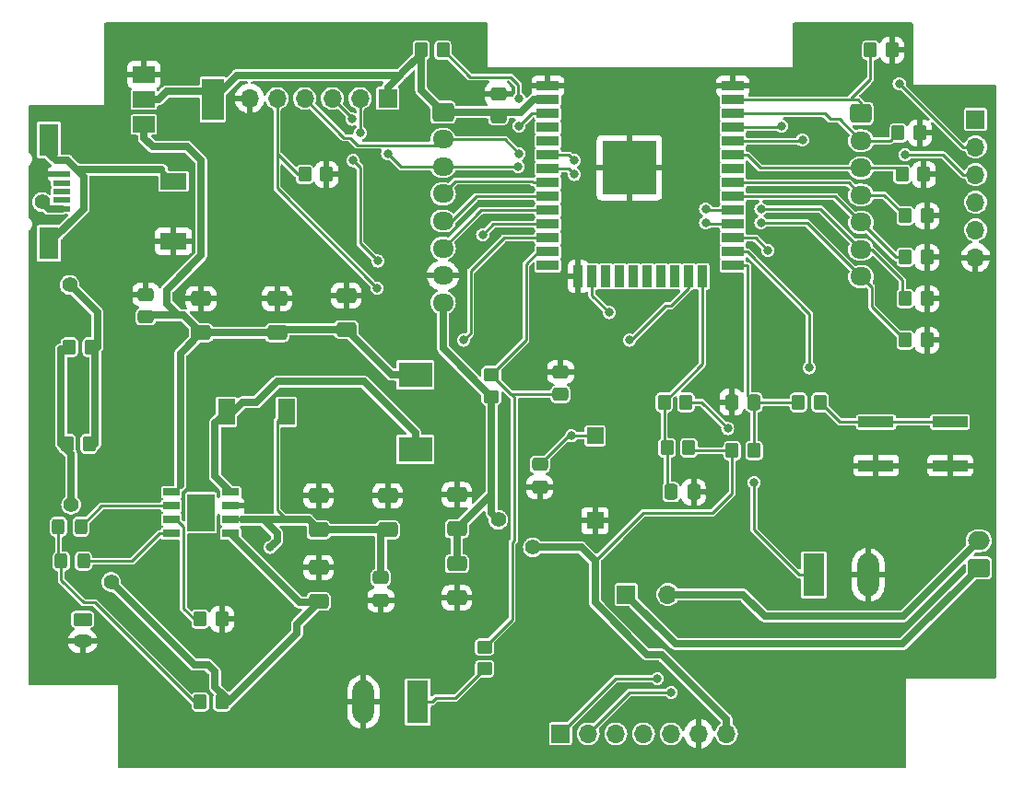
<source format=gtl>
G04 #@! TF.GenerationSoftware,KiCad,Pcbnew,(6.0.4)*
G04 #@! TF.CreationDate,2022-05-21T11:57:54-05:00*
G04 #@! TF.ProjectId,REEL,5245454c-2e6b-4696-9361-645f70636258,rev?*
G04 #@! TF.SameCoordinates,Original*
G04 #@! TF.FileFunction,Copper,L1,Top*
G04 #@! TF.FilePolarity,Positive*
%FSLAX46Y46*%
G04 Gerber Fmt 4.6, Leading zero omitted, Abs format (unit mm)*
G04 Created by KiCad (PCBNEW (6.0.4)) date 2022-05-21 11:57:54*
%MOMM*%
%LPD*%
G01*
G04 APERTURE LIST*
G04 Aperture macros list*
%AMRoundRect*
0 Rectangle with rounded corners*
0 $1 Rounding radius*
0 $2 $3 $4 $5 $6 $7 $8 $9 X,Y pos of 4 corners*
0 Add a 4 corners polygon primitive as box body*
4,1,4,$2,$3,$4,$5,$6,$7,$8,$9,$2,$3,0*
0 Add four circle primitives for the rounded corners*
1,1,$1+$1,$2,$3*
1,1,$1+$1,$4,$5*
1,1,$1+$1,$6,$7*
1,1,$1+$1,$8,$9*
0 Add four rect primitives between the rounded corners*
20,1,$1+$1,$2,$3,$4,$5,0*
20,1,$1+$1,$4,$5,$6,$7,0*
20,1,$1+$1,$6,$7,$8,$9,0*
20,1,$1+$1,$8,$9,$2,$3,0*%
G04 Aperture macros list end*
G04 #@! TA.AperFunction,SMDPad,CuDef*
%ADD10RoundRect,0.250000X0.650000X-0.412500X0.650000X0.412500X-0.650000X0.412500X-0.650000X-0.412500X0*%
G04 #@! TD*
G04 #@! TA.AperFunction,SMDPad,CuDef*
%ADD11RoundRect,0.250000X-0.650000X0.412500X-0.650000X-0.412500X0.650000X-0.412500X0.650000X0.412500X0*%
G04 #@! TD*
G04 #@! TA.AperFunction,SMDPad,CuDef*
%ADD12RoundRect,0.250000X-0.475000X0.337500X-0.475000X-0.337500X0.475000X-0.337500X0.475000X0.337500X0*%
G04 #@! TD*
G04 #@! TA.AperFunction,SMDPad,CuDef*
%ADD13RoundRect,0.250000X0.475000X-0.337500X0.475000X0.337500X-0.475000X0.337500X-0.475000X-0.337500X0*%
G04 #@! TD*
G04 #@! TA.AperFunction,SMDPad,CuDef*
%ADD14RoundRect,0.250000X-0.350000X-0.450000X0.350000X-0.450000X0.350000X0.450000X-0.350000X0.450000X0*%
G04 #@! TD*
G04 #@! TA.AperFunction,SMDPad,CuDef*
%ADD15RoundRect,0.250000X0.350000X0.450000X-0.350000X0.450000X-0.350000X-0.450000X0.350000X-0.450000X0*%
G04 #@! TD*
G04 #@! TA.AperFunction,SMDPad,CuDef*
%ADD16R,2.000000X1.500000*%
G04 #@! TD*
G04 #@! TA.AperFunction,SMDPad,CuDef*
%ADD17R,2.000000X3.800000*%
G04 #@! TD*
G04 #@! TA.AperFunction,ComponentPad*
%ADD18O,1.980000X3.960000*%
G04 #@! TD*
G04 #@! TA.AperFunction,ComponentPad*
%ADD19R,1.980000X3.960000*%
G04 #@! TD*
G04 #@! TA.AperFunction,ComponentPad*
%ADD20R,1.700000X1.700000*%
G04 #@! TD*
G04 #@! TA.AperFunction,ComponentPad*
%ADD21O,1.700000X1.700000*%
G04 #@! TD*
G04 #@! TA.AperFunction,SMDPad,CuDef*
%ADD22RoundRect,0.250000X0.337500X0.475000X-0.337500X0.475000X-0.337500X-0.475000X0.337500X-0.475000X0*%
G04 #@! TD*
G04 #@! TA.AperFunction,SMDPad,CuDef*
%ADD23RoundRect,0.250000X0.325000X0.450000X-0.325000X0.450000X-0.325000X-0.450000X0.325000X-0.450000X0*%
G04 #@! TD*
G04 #@! TA.AperFunction,ComponentPad*
%ADD24O,1.950000X1.700000*%
G04 #@! TD*
G04 #@! TA.AperFunction,ComponentPad*
%ADD25RoundRect,0.250000X-0.725000X0.600000X-0.725000X-0.600000X0.725000X-0.600000X0.725000X0.600000X0*%
G04 #@! TD*
G04 #@! TA.AperFunction,SMDPad,CuDef*
%ADD26RoundRect,0.250000X-0.450000X0.350000X-0.450000X-0.350000X0.450000X-0.350000X0.450000X0.350000X0*%
G04 #@! TD*
G04 #@! TA.AperFunction,SMDPad,CuDef*
%ADD27R,3.200000X1.000000*%
G04 #@! TD*
G04 #@! TA.AperFunction,SMDPad,CuDef*
%ADD28R,2.000000X0.900000*%
G04 #@! TD*
G04 #@! TA.AperFunction,SMDPad,CuDef*
%ADD29R,0.900000X2.000000*%
G04 #@! TD*
G04 #@! TA.AperFunction,SMDPad,CuDef*
%ADD30R,5.000000X5.000000*%
G04 #@! TD*
G04 #@! TA.AperFunction,SMDPad,CuDef*
%ADD31R,1.500000X2.400000*%
G04 #@! TD*
G04 #@! TA.AperFunction,SMDPad,CuDef*
%ADD32R,2.513000X3.402000*%
G04 #@! TD*
G04 #@! TA.AperFunction,SMDPad,CuDef*
%ADD33R,1.525000X0.700000*%
G04 #@! TD*
G04 #@! TA.AperFunction,ComponentPad*
%ADD34O,2.000000X1.700000*%
G04 #@! TD*
G04 #@! TA.AperFunction,ComponentPad*
%ADD35RoundRect,0.250000X0.750000X-0.600000X0.750000X0.600000X-0.750000X0.600000X-0.750000X-0.600000X0*%
G04 #@! TD*
G04 #@! TA.AperFunction,SMDPad,CuDef*
%ADD36R,1.800000X3.000000*%
G04 #@! TD*
G04 #@! TA.AperFunction,SMDPad,CuDef*
%ADD37R,1.500000X0.500000*%
G04 #@! TD*
G04 #@! TA.AperFunction,SMDPad,CuDef*
%ADD38R,3.120000X2.290000*%
G04 #@! TD*
G04 #@! TA.AperFunction,ComponentPad*
%ADD39O,1.750000X1.200000*%
G04 #@! TD*
G04 #@! TA.AperFunction,ComponentPad*
%ADD40RoundRect,0.250000X-0.625000X0.350000X-0.625000X-0.350000X0.625000X-0.350000X0.625000X0.350000X0*%
G04 #@! TD*
G04 #@! TA.AperFunction,SMDPad,CuDef*
%ADD41R,2.400000X1.500000*%
G04 #@! TD*
G04 #@! TA.AperFunction,SMDPad,CuDef*
%ADD42R,1.500000X1.500000*%
G04 #@! TD*
G04 #@! TA.AperFunction,ViaPad*
%ADD43C,0.800000*%
G04 #@! TD*
G04 #@! TA.AperFunction,ViaPad*
%ADD44C,1.400000*%
G04 #@! TD*
G04 #@! TA.AperFunction,Conductor*
%ADD45C,0.250000*%
G04 #@! TD*
G04 #@! TA.AperFunction,Conductor*
%ADD46C,0.700000*%
G04 #@! TD*
G04 APERTURE END LIST*
D10*
X60325000Y-86945000D03*
X60325000Y-83820000D03*
X76835000Y-104970000D03*
X76835000Y-101845000D03*
D11*
X76835000Y-108195000D03*
X76835000Y-111320000D03*
D10*
X53340000Y-86945000D03*
X53340000Y-83820000D03*
X64135000Y-105067500D03*
X64135000Y-101942500D03*
X70485000Y-105067500D03*
X70485000Y-101942500D03*
D12*
X69850000Y-109470000D03*
X69850000Y-111545000D03*
D10*
X66675000Y-86652500D03*
X66675000Y-83527500D03*
D13*
X48260000Y-85492500D03*
X48260000Y-83417500D03*
D10*
X64135000Y-111662500D03*
X64135000Y-108537500D03*
D14*
X53267500Y-113275000D03*
X55267500Y-113275000D03*
D15*
X55267500Y-120895000D03*
X53267500Y-120895000D03*
X43052500Y-97155000D03*
X41052500Y-97155000D03*
X43252500Y-88265000D03*
X41252500Y-88265000D03*
D12*
X86360000Y-90535000D03*
X86360000Y-92610000D03*
D16*
X48107600Y-63195200D03*
X48107600Y-65495200D03*
D17*
X54407600Y-65495200D03*
D16*
X48107600Y-67795200D03*
D14*
X73565000Y-60960000D03*
X75565000Y-60960000D03*
X96155000Y-97520000D03*
X98155000Y-97520000D03*
D18*
X114630000Y-109220000D03*
D19*
X109630000Y-109220000D03*
D20*
X86360000Y-123825000D03*
D21*
X88900000Y-123825000D03*
X91440000Y-123825000D03*
X93980000Y-123825000D03*
X96520000Y-123825000D03*
X99060000Y-123825000D03*
X101600000Y-123825000D03*
D14*
X102140000Y-97790000D03*
X104140000Y-97790000D03*
D15*
X110220000Y-93345000D03*
X108220000Y-93345000D03*
D21*
X57785000Y-65405000D03*
X60325000Y-65405000D03*
X62865000Y-65405000D03*
X65405000Y-65405000D03*
X67945000Y-65405000D03*
D20*
X70485000Y-65405000D03*
X92405200Y-111023400D03*
D21*
X96215200Y-111023400D03*
D12*
X84455000Y-99060000D03*
X84455000Y-101135000D03*
D22*
X104140000Y-93345000D03*
X102065000Y-93345000D03*
D23*
X42545000Y-107950000D03*
X40495000Y-107950000D03*
D15*
X64865000Y-72390000D03*
X62865000Y-72390000D03*
D23*
X42300000Y-104775000D03*
X40250000Y-104775000D03*
D18*
X68250000Y-120895000D03*
D19*
X73250000Y-120895000D03*
D12*
X80645000Y-65002500D03*
X80645000Y-67077500D03*
D24*
X75565000Y-84175000D03*
X75565000Y-81675000D03*
X75565000Y-79175000D03*
X75565000Y-76675000D03*
X75565000Y-74175000D03*
X75565000Y-71675000D03*
X75565000Y-69175000D03*
D25*
X75565000Y-66675000D03*
D26*
X80010000Y-90805000D03*
X80010000Y-92805000D03*
D24*
X113965000Y-81795000D03*
X113965000Y-79295000D03*
X113965000Y-76795000D03*
X113965000Y-74295000D03*
X113965000Y-71795000D03*
X113965000Y-69295000D03*
D25*
X113965000Y-66795000D03*
D15*
X120015000Y-87630000D03*
X118015000Y-87630000D03*
D26*
X79375000Y-115840000D03*
X79375000Y-117840000D03*
D27*
X122145000Y-99155000D03*
X115345000Y-99155000D03*
X115345000Y-95155000D03*
X122145000Y-95155000D03*
D15*
X120015000Y-76200000D03*
X118015000Y-76200000D03*
D28*
X85198800Y-64267000D03*
X85198800Y-65537000D03*
X85198800Y-66807000D03*
X85198800Y-68077000D03*
X85198800Y-69347000D03*
X85198800Y-70617000D03*
X85198800Y-71887000D03*
X85198800Y-73157000D03*
X85198800Y-74427000D03*
X85198800Y-75697000D03*
X85198800Y-76967000D03*
X85198800Y-78237000D03*
X85198800Y-79507000D03*
X85198800Y-80777000D03*
D29*
X87983800Y-81777000D03*
X89253800Y-81777000D03*
X90523800Y-81777000D03*
X91793800Y-81777000D03*
X93063800Y-81777000D03*
X94333800Y-81777000D03*
X95603800Y-81777000D03*
X96873800Y-81777000D03*
X98143800Y-81777000D03*
X99413800Y-81777000D03*
D28*
X102198800Y-80777000D03*
X102198800Y-79507000D03*
X102198800Y-78237000D03*
X102198800Y-76967000D03*
X102198800Y-75697000D03*
X102198800Y-74427000D03*
X102198800Y-73157000D03*
X102198800Y-71887000D03*
X102198800Y-70617000D03*
X102198800Y-69347000D03*
X102198800Y-68077000D03*
X102198800Y-66807000D03*
X102198800Y-65537000D03*
X102198800Y-64267000D03*
D30*
X92698800Y-71767000D03*
D31*
X55670000Y-94225000D03*
X61170000Y-94225000D03*
D15*
X119745000Y-72390000D03*
X117745000Y-72390000D03*
D21*
X124485000Y-80035000D03*
X124485000Y-77495000D03*
X124485000Y-74955000D03*
X124485000Y-72415000D03*
X124485000Y-69875000D03*
D20*
X124485000Y-67335000D03*
D22*
X98595000Y-101600000D03*
X96520000Y-101600000D03*
D32*
X53340000Y-103505000D03*
D33*
X56052000Y-101600000D03*
X56052000Y-102870000D03*
X56052000Y-104140000D03*
X56052000Y-105410000D03*
X50628000Y-105410000D03*
X50628000Y-104140000D03*
X50628000Y-102870000D03*
X50628000Y-101600000D03*
D34*
X124795000Y-106065000D03*
D35*
X124795000Y-108565000D03*
D36*
X39370000Y-78715000D03*
X39370000Y-69215000D03*
D37*
X40520000Y-72365000D03*
X40520000Y-73165000D03*
X40520000Y-73965000D03*
X40520000Y-74765000D03*
X40520000Y-75565000D03*
D38*
X73025000Y-97655000D03*
X73025000Y-90795000D03*
D15*
X120015000Y-80010000D03*
X118015000Y-80010000D03*
X120015000Y-83820000D03*
X118015000Y-83820000D03*
D39*
X42460000Y-115300000D03*
D40*
X42460000Y-113300000D03*
D14*
X95885000Y-93345000D03*
X97885000Y-93345000D03*
D15*
X116840000Y-60960000D03*
X114840000Y-60960000D03*
X119380000Y-68580000D03*
X117380000Y-68580000D03*
D41*
X50800000Y-73025000D03*
X50800000Y-78525000D03*
D42*
X89535000Y-96430000D03*
X89535000Y-104230000D03*
D43*
X80645000Y-85725000D03*
X71755000Y-76835000D03*
X103505000Y-117475000D03*
X100965000Y-107950000D03*
X104775000Y-117475000D03*
X58420000Y-113030000D03*
X57785000Y-97790000D03*
X70485000Y-76835000D03*
X56515000Y-97790000D03*
X59690000Y-114300000D03*
X98425000Y-106680000D03*
X100965000Y-106680000D03*
X99695000Y-107950000D03*
X70485000Y-75565000D03*
X79375000Y-86995000D03*
X114300000Y-88900000D03*
X81915000Y-86995000D03*
X58420000Y-114300000D03*
X99695000Y-106680000D03*
X102870000Y-113030000D03*
X103505000Y-118745000D03*
X98425000Y-107950000D03*
X81915000Y-85725000D03*
X101600000Y-113030000D03*
X104775000Y-118745000D03*
X113030000Y-123190000D03*
X59690000Y-111760000D03*
X59055000Y-97790000D03*
X111760000Y-88900000D03*
X114300000Y-121920000D03*
X80645000Y-86995000D03*
X111760000Y-121920000D03*
X114300000Y-90170000D03*
X58420000Y-111760000D03*
X79375000Y-85725000D03*
X71755000Y-75565000D03*
X113030000Y-88900000D03*
X59690000Y-113030000D03*
X114300000Y-123190000D03*
X69215000Y-75565000D03*
X102235000Y-118745000D03*
X111760000Y-123190000D03*
X111760000Y-90170000D03*
X102235000Y-117475000D03*
X56515000Y-99060000D03*
X113030000Y-90170000D03*
X57785000Y-99060000D03*
X69215000Y-76835000D03*
X113030000Y-121920000D03*
X59055000Y-99060000D03*
D44*
X83820000Y-106680000D03*
X80645000Y-104140000D03*
D43*
X82550000Y-65405000D03*
X87357500Y-96430000D03*
X82550000Y-67945000D03*
X70485000Y-70485000D03*
X67220500Y-67310000D03*
X82470000Y-71675000D03*
X99695000Y-76835000D03*
X67945000Y-68580000D03*
X79210250Y-77940250D03*
X67310000Y-71120000D03*
X69572600Y-80353600D03*
X99695000Y-75565000D03*
X82550000Y-70485000D03*
X77470000Y-87630000D03*
X69519200Y-82854200D03*
X104775000Y-75565000D03*
X87630000Y-71120000D03*
X92710000Y-87630000D03*
X109220000Y-90170000D03*
X96520000Y-120015000D03*
X105410000Y-79375000D03*
X95250000Y-118745000D03*
X104140000Y-100695000D03*
X101725900Y-95759100D03*
X117475000Y-64045500D03*
X106680000Y-67945000D03*
X108585000Y-69215000D03*
X118015200Y-70579800D03*
X87630000Y-72390000D03*
X104775000Y-76835000D03*
D44*
X38735000Y-74930000D03*
X41275000Y-82550000D03*
D43*
X59690000Y-106680000D03*
D44*
X41398600Y-102746400D03*
X45085000Y-109855000D03*
D43*
X90826700Y-85090000D03*
D45*
X50628000Y-101600000D02*
X50800000Y-101600000D01*
X50800000Y-101600000D02*
X51435000Y-100965000D01*
D46*
X53340000Y-71120000D02*
X53340000Y-79847400D01*
X53340000Y-86945000D02*
X51712500Y-85317500D01*
X66675000Y-86652500D02*
X60617500Y-86652500D01*
X70817500Y-90795000D02*
X66675000Y-86652500D01*
X60325000Y-86945000D02*
X53340000Y-86945000D01*
X51435000Y-88850000D02*
X53340000Y-86945000D01*
D45*
X60617500Y-86652500D02*
X60325000Y-86945000D01*
D46*
X52070000Y-69850000D02*
X53340000Y-71120000D01*
X51435000Y-100965000D02*
X51435000Y-88850000D01*
X48107600Y-67795200D02*
X48107600Y-69062600D01*
X50165000Y-84262900D02*
X51219600Y-85317500D01*
X53340000Y-79847400D02*
X50165000Y-83022400D01*
X48895000Y-69850000D02*
X52070000Y-69850000D01*
X51219600Y-85317500D02*
X48260000Y-85317500D01*
X73025000Y-90795000D02*
X70817500Y-90795000D01*
X50165000Y-83022400D02*
X50165000Y-84262900D01*
X48107600Y-69062600D02*
X48895000Y-69850000D01*
X51712500Y-85317500D02*
X51219600Y-85317500D01*
D45*
X81915000Y-92710000D02*
X82135480Y-92930480D01*
X85198800Y-79507000D02*
X84323000Y-79507000D01*
X82135480Y-92930480D02*
X82135480Y-106020094D01*
X81915000Y-113300000D02*
X79375000Y-115840000D01*
X86360000Y-92610000D02*
X81815000Y-92610000D01*
X82135480Y-106020094D02*
X81915000Y-106240574D01*
X83185000Y-80645000D02*
X83185000Y-87630000D01*
X81815000Y-92610000D02*
X80010000Y-90805000D01*
X81915000Y-106240574D02*
X81915000Y-113300000D01*
X84323000Y-79507000D02*
X83185000Y-80645000D01*
X83185000Y-87630000D02*
X80010000Y-90805000D01*
X95885000Y-97250000D02*
X95885000Y-93345000D01*
X96520000Y-101600000D02*
X96155000Y-101235000D01*
X99413800Y-89816200D02*
X99413800Y-81777000D01*
X95885000Y-93345000D02*
X99413800Y-89816200D01*
X96155000Y-97520000D02*
X95885000Y-97250000D01*
X96155000Y-101235000D02*
X96155000Y-97520000D01*
D46*
X80010000Y-103505000D02*
X80645000Y-104140000D01*
X75565000Y-88360000D02*
X75565000Y-84175000D01*
X89535000Y-107950000D02*
X88265000Y-106680000D01*
X88265000Y-106680000D02*
X83820000Y-106680000D01*
X75565000Y-66675000D02*
X79888100Y-66675000D01*
X54407600Y-64770200D02*
X50157900Y-64770200D01*
X73565000Y-64675000D02*
X75565000Y-66675000D01*
D45*
X93980000Y-103505000D02*
X89535000Y-107950000D01*
X100330000Y-103505000D02*
X93980000Y-103505000D01*
D46*
X48107600Y-65495200D02*
X49432900Y-65495200D01*
X70485000Y-64391800D02*
X71606900Y-63269900D01*
X73565000Y-60960000D02*
X73565000Y-64675000D01*
X50157900Y-64770200D02*
X49432900Y-65495200D01*
X89535000Y-111760000D02*
X94300489Y-116525489D01*
X82735500Y-66675000D02*
X83873500Y-65537000D01*
X101600000Y-122482188D02*
X101600000Y-123825000D01*
X76835000Y-104970000D02*
X80010000Y-101795000D01*
D45*
X54407600Y-65495200D02*
X54407600Y-64770200D01*
D46*
X73565000Y-61311800D02*
X71883400Y-62993400D01*
X56632900Y-63269900D02*
X54407600Y-65495200D01*
D45*
X79888100Y-66675000D02*
X80242500Y-66675000D01*
D46*
X71606900Y-63269900D02*
X56632900Y-63269900D01*
D45*
X98155000Y-97790000D02*
X102140000Y-97790000D01*
X102140000Y-101695000D02*
X100330000Y-103505000D01*
X80242500Y-66675000D02*
X80645000Y-67077500D01*
X98155000Y-97520000D02*
X98155000Y-97790000D01*
X102140000Y-97790000D02*
X102140000Y-101695000D01*
D46*
X95643301Y-116525489D02*
X101600000Y-122482188D01*
X79888100Y-66675000D02*
X82735500Y-66675000D01*
X80010000Y-101795000D02*
X80010000Y-92805000D01*
D45*
X71883400Y-62993400D02*
X71606900Y-63269900D01*
D46*
X85198800Y-65537000D02*
X83873500Y-65537000D01*
X89535000Y-107950000D02*
X89535000Y-111760000D01*
X70485000Y-65405000D02*
X70485000Y-64391800D01*
X80010000Y-101795000D02*
X80010000Y-103505000D01*
X94300489Y-116525489D02*
X95643301Y-116525489D01*
X80010000Y-92805000D02*
X75565000Y-88360000D01*
D45*
X73565000Y-60960000D02*
X73565000Y-61311800D01*
D46*
X76835000Y-108195000D02*
X76835000Y-104970000D01*
D45*
X50628000Y-105410000D02*
X49540200Y-105410000D01*
X49540200Y-105410000D02*
X47000200Y-107950000D01*
X47000200Y-107950000D02*
X42545000Y-107950000D01*
X40495000Y-109710000D02*
X40495000Y-107950000D01*
X40250000Y-104775000D02*
X40250000Y-107705000D01*
X42545000Y-111760000D02*
X40495000Y-109710000D01*
X40250000Y-107705000D02*
X40495000Y-107950000D01*
X43570000Y-111760000D02*
X42545000Y-111760000D01*
X52705000Y-120895000D02*
X43570000Y-111760000D01*
X50628000Y-102870000D02*
X44205000Y-102870000D01*
X44205000Y-102870000D02*
X42300000Y-104775000D01*
X122145000Y-95155000D02*
X115345000Y-95155000D01*
X112030000Y-95155000D02*
X110220000Y-93345000D01*
X115345000Y-95155000D02*
X112030000Y-95155000D01*
X82550000Y-67945000D02*
X83688000Y-66807000D01*
X82486500Y-64135000D02*
X82486500Y-65341500D01*
X87357500Y-96430000D02*
X87085000Y-96430000D01*
X83688000Y-66807000D02*
X85198800Y-66807000D01*
X89535000Y-96430000D02*
X87357500Y-96430000D01*
X81788000Y-63436500D02*
X82486500Y-64135000D01*
X78041500Y-63436500D02*
X81788000Y-63436500D01*
X75565000Y-60960000D02*
X78041500Y-63436500D01*
X87085000Y-96430000D02*
X84455000Y-99060000D01*
X82486500Y-65341500D02*
X82550000Y-65405000D01*
X108220000Y-93345000D02*
X104140000Y-93345000D01*
X103524100Y-80777000D02*
X103524100Y-92729100D01*
X104140000Y-97790000D02*
X104140000Y-93345000D01*
X102198800Y-80777000D02*
X103524100Y-80777000D01*
X103524100Y-92729100D02*
X104140000Y-93345000D01*
X75565000Y-71675000D02*
X71675000Y-71675000D01*
X75565000Y-71675000D02*
X82470000Y-71675000D01*
X99827000Y-76967000D02*
X99695000Y-76835000D01*
X67220500Y-67220500D02*
X65405000Y-65405000D01*
X67220500Y-67310000D02*
X67220500Y-67220500D01*
X71675000Y-71675000D02*
X70485000Y-70485000D01*
X102198800Y-76967000D02*
X99827000Y-76967000D01*
X80183500Y-76967000D02*
X85198800Y-76967000D01*
X67945000Y-65405000D02*
X67945000Y-68580000D01*
X67310000Y-71120000D02*
X67945000Y-71755000D01*
X67945000Y-78726000D02*
X69572600Y-80353600D01*
X67945000Y-71755000D02*
X67945000Y-78726000D01*
X79210250Y-77940250D02*
X80183500Y-76967000D01*
X102198800Y-75697000D02*
X99827000Y-75697000D01*
X75565000Y-69690600D02*
X67709900Y-69690600D01*
X99827000Y-75697000D02*
X99695000Y-75565000D01*
X75565000Y-69175000D02*
X81240000Y-69175000D01*
X66481000Y-69021000D02*
X67040300Y-69021000D01*
X62865000Y-65405000D02*
X66481000Y-69021000D01*
X67709900Y-69690600D02*
X67040300Y-69021000D01*
X75565000Y-69175000D02*
X75565000Y-69690600D01*
X81240000Y-69175000D02*
X82550000Y-70485000D01*
X85198800Y-73157000D02*
X83873500Y-73157000D01*
X83873500Y-73157000D02*
X83716200Y-72999700D01*
X83716200Y-72999700D02*
X76740300Y-72999700D01*
X76740300Y-72999700D02*
X75565000Y-74175000D01*
X85198800Y-74427000D02*
X78608000Y-74427000D01*
X76360000Y-76675000D02*
X75565000Y-76675000D01*
X78608000Y-74427000D02*
X76360000Y-76675000D01*
X85198800Y-75697000D02*
X79043000Y-75697000D01*
X79043000Y-75697000D02*
X75565000Y-79175000D01*
X60325000Y-73660000D02*
X69519200Y-82854200D01*
X81148000Y-78237000D02*
X85198800Y-78237000D01*
X77470000Y-87630000D02*
X78105000Y-86995000D01*
X78105000Y-81280000D02*
X81148000Y-78237000D01*
X60325000Y-70485000D02*
X62230000Y-72390000D01*
X60325000Y-65405000D02*
X60325000Y-70485000D01*
X78105000Y-86995000D02*
X78105000Y-81280000D01*
X62230000Y-72390000D02*
X62865000Y-72390000D01*
X60325000Y-70485000D02*
X60325000Y-73660000D01*
X113965000Y-65832000D02*
X113965000Y-66795000D01*
X113030000Y-65405000D02*
X113162000Y-65537000D01*
X114840000Y-60960000D02*
X114840000Y-63595000D01*
X102198800Y-65537000D02*
X113670000Y-65537000D01*
X114840000Y-63595000D02*
X113030000Y-65405000D01*
X113670000Y-65537000D02*
X113965000Y-65832000D01*
X102198800Y-66807000D02*
X110622000Y-66807000D01*
X110622000Y-66807000D02*
X111125000Y-67310000D01*
X113965000Y-69295000D02*
X116665000Y-69295000D01*
X111980000Y-67310000D02*
X113965000Y-69295000D01*
X111125000Y-67310000D02*
X111980000Y-67310000D01*
X116665000Y-69295000D02*
X117380000Y-68580000D01*
X113965000Y-71795000D02*
X117150000Y-71795000D01*
X113958000Y-71802000D02*
X113965000Y-71795000D01*
X102198800Y-70617000D02*
X103524100Y-70617000D01*
X104709100Y-71802000D02*
X113958000Y-71802000D01*
X103524100Y-70617000D02*
X104709100Y-71802000D01*
X117150000Y-71795000D02*
X117745000Y-72390000D01*
X112827000Y-73157000D02*
X113965000Y-74295000D01*
X116110000Y-74295000D02*
X118015000Y-76200000D01*
X113965000Y-74295000D02*
X116110000Y-74295000D01*
X102198800Y-73157000D02*
X112827000Y-73157000D01*
X117180000Y-80010000D02*
X118015000Y-80010000D01*
X102198800Y-74427000D02*
X111597000Y-74427000D01*
X111597000Y-74427000D02*
X117180000Y-80010000D01*
X117745000Y-83820000D02*
X117745000Y-82112000D01*
X85198800Y-70617000D02*
X87127000Y-70617000D01*
X113965000Y-79295000D02*
X110235000Y-75565000D01*
X87127000Y-70617000D02*
X87630000Y-71120000D01*
X114928000Y-79295000D02*
X113965000Y-79295000D01*
X117745000Y-82112000D02*
X114928000Y-79295000D01*
X110235000Y-75565000D02*
X104775000Y-75565000D01*
X98143800Y-82831200D02*
X98143800Y-81777000D01*
X96038700Y-84455000D02*
X96520000Y-84455000D01*
X92863700Y-87630000D02*
X96038700Y-84455000D01*
X92710000Y-87630000D02*
X92863700Y-87630000D01*
X96520000Y-84455000D02*
X98143800Y-82831200D01*
X103524100Y-79507000D02*
X109220000Y-85202900D01*
X109220000Y-85202900D02*
X109220000Y-90170000D01*
X96520000Y-120015000D02*
X92710000Y-120015000D01*
X92710000Y-120015000D02*
X88900000Y-123825000D01*
X102198800Y-79507000D02*
X103524100Y-79507000D01*
X91440000Y-118745000D02*
X86360000Y-123825000D01*
X105410000Y-79375000D02*
X104272000Y-78237000D01*
X104272000Y-78237000D02*
X102198800Y-78237000D01*
X95250000Y-118745000D02*
X91440000Y-118745000D01*
X51715800Y-104775000D02*
X51080800Y-104140000D01*
X51080800Y-104140000D02*
X50628000Y-104140000D01*
X51715800Y-112285800D02*
X51715800Y-104775000D01*
X52705000Y-113275000D02*
X51715800Y-112285800D01*
X74565300Y-120895000D02*
X73250000Y-120895000D01*
X74930300Y-120530000D02*
X74565300Y-120895000D01*
X76685000Y-120530000D02*
X74930300Y-120530000D01*
X79375000Y-117840000D02*
X76685000Y-120530000D01*
X99311800Y-93345000D02*
X97885000Y-93345000D01*
X101725900Y-95759100D02*
X99311800Y-93345000D01*
X104140000Y-100695000D02*
X104140000Y-105045300D01*
X104140000Y-105045300D02*
X108314700Y-109220000D01*
X108314700Y-109220000D02*
X109630000Y-109220000D01*
X106680000Y-67945000D02*
X106548000Y-68077000D01*
X106548000Y-68077000D02*
X102198800Y-68077000D01*
X117480200Y-64045500D02*
X123309700Y-69875000D01*
X123309700Y-69875000D02*
X124485000Y-69875000D01*
X117475000Y-64045500D02*
X117480200Y-64045500D01*
X121474500Y-70579800D02*
X118015200Y-70579800D01*
X123309700Y-72415000D02*
X121474500Y-70579800D01*
X108453000Y-69347000D02*
X102198800Y-69347000D01*
X124485000Y-72415000D02*
X123309700Y-72415000D01*
X108585000Y-69215000D02*
X108453000Y-69347000D01*
X114935000Y-84550000D02*
X114935000Y-82765000D01*
X118015000Y-87630000D02*
X114935000Y-84550000D01*
X109005000Y-76835000D02*
X104775000Y-76835000D01*
X85198800Y-71887000D02*
X87127000Y-71887000D01*
X87127000Y-71887000D02*
X87630000Y-72390000D01*
X114935000Y-82765000D02*
X109005000Y-76835000D01*
X43615000Y-88465000D02*
X43815000Y-88265000D01*
D46*
X41275000Y-82550000D02*
X43815000Y-85090000D01*
X38735000Y-74930000D02*
X39370000Y-75565000D01*
X43615000Y-97155000D02*
X43615000Y-88465000D01*
X39370000Y-75565000D02*
X40520000Y-75565000D01*
X43815000Y-85090000D02*
X43815000Y-88265000D01*
X41914000Y-71949700D02*
X41084300Y-71120000D01*
X40005000Y-71120000D02*
X39370000Y-70485000D01*
D45*
X39370000Y-70485000D02*
X39370000Y-69215000D01*
D46*
X42545000Y-72580700D02*
X41914000Y-71949700D01*
X42545000Y-75540000D02*
X42545000Y-72580700D01*
X39370000Y-78715000D02*
X42545000Y-75540000D01*
X49724700Y-71949700D02*
X41914000Y-71949700D01*
D45*
X50800000Y-73025000D02*
X49724700Y-71949700D01*
D46*
X41084300Y-71120000D02*
X40005000Y-71120000D01*
D45*
X60325000Y-103295000D02*
X60325000Y-95070000D01*
D46*
X63207500Y-104140000D02*
X64135000Y-105067500D01*
D45*
X60325000Y-95070000D02*
X61170000Y-94225000D01*
D46*
X60325000Y-106045000D02*
X60325000Y-105410000D01*
D45*
X61170000Y-104140000D02*
X60325000Y-103295000D01*
X69850000Y-105067500D02*
X70485000Y-105067500D01*
D46*
X59055000Y-104140000D02*
X61170000Y-104140000D01*
X57139800Y-104140000D02*
X59055000Y-104140000D01*
X64135000Y-105067500D02*
X69850000Y-105067500D01*
X60325000Y-105410000D02*
X59055000Y-104140000D01*
X69850000Y-105067500D02*
X69850000Y-109645000D01*
X59690000Y-106680000D02*
X60325000Y-106045000D01*
X61170000Y-104140000D02*
X63207500Y-104140000D01*
D45*
X56052000Y-104140000D02*
X57139800Y-104140000D01*
D46*
X54610000Y-119500007D02*
X55830000Y-120720007D01*
X41398600Y-98063600D02*
X40490000Y-97155000D01*
X54610000Y-118110000D02*
X54610000Y-119500007D01*
D45*
X55830000Y-120720007D02*
X55830000Y-120895000D01*
D46*
X64135000Y-111760000D02*
X62160200Y-113734800D01*
X62402000Y-111760000D02*
X64135000Y-111760000D01*
X56052000Y-105410000D02*
X62402000Y-111760000D01*
X62160200Y-114564800D02*
X55830000Y-120895000D01*
X53975000Y-117475000D02*
X54610000Y-118110000D01*
X40490000Y-97155000D02*
X40490000Y-88465000D01*
D45*
X40490000Y-88465000D02*
X40690000Y-88265000D01*
D46*
X45085000Y-109855000D02*
X52705000Y-117475000D01*
X41398600Y-102746400D02*
X41398600Y-98063600D01*
X62160200Y-113734800D02*
X62160200Y-114564800D01*
X52705000Y-117475000D02*
X53975000Y-117475000D01*
X68280300Y-91440000D02*
X60319300Y-91440000D01*
X54610000Y-100158000D02*
X56052000Y-101600000D01*
X55670000Y-94225000D02*
X54645000Y-95250000D01*
X57150000Y-93345000D02*
X56270000Y-94225000D01*
X73025000Y-96184700D02*
X68280300Y-91440000D01*
D45*
X56270000Y-94225000D02*
X55670000Y-94225000D01*
X54645000Y-95250000D02*
X54610000Y-95250000D01*
D46*
X60319300Y-91440000D02*
X58414300Y-93345000D01*
X73025000Y-97655000D02*
X73025000Y-96184700D01*
X54610000Y-95250000D02*
X54610000Y-100158000D01*
X58414300Y-93345000D02*
X57150000Y-93345000D01*
D45*
X90826700Y-85090000D02*
X89253800Y-83517100D01*
X89253800Y-83517100D02*
X89253800Y-81777000D01*
D46*
X124795000Y-108565000D02*
X117790000Y-115570000D01*
X96951800Y-115570000D02*
X92405200Y-111023400D01*
X117790000Y-115570000D02*
X96951800Y-115570000D01*
X105164614Y-113030000D02*
X103158014Y-111023400D01*
X117830000Y-113030000D02*
X105164614Y-113030000D01*
X124795000Y-106065000D02*
X117830000Y-113030000D01*
X103158014Y-111023400D02*
X96215200Y-111023400D01*
G04 #@! TA.AperFunction,Conductor*
G36*
X79640921Y-58440002D02*
G01*
X79687414Y-58493658D01*
X79698800Y-58546000D01*
X79698800Y-62552000D01*
X107698800Y-62552000D01*
X107698800Y-58546000D01*
X107718802Y-58477879D01*
X107772458Y-58431386D01*
X107824800Y-58420000D01*
X118619000Y-58420000D01*
X118687121Y-58440002D01*
X118733614Y-58493658D01*
X118745000Y-58546000D01*
X118745000Y-64135000D01*
X126239000Y-64135000D01*
X126307121Y-64155002D01*
X126353614Y-64208658D01*
X126365000Y-64261000D01*
X126365000Y-118619000D01*
X126344998Y-118687121D01*
X126291342Y-118733614D01*
X126239000Y-118745000D01*
X118110000Y-118745000D01*
X118110000Y-126874000D01*
X118089998Y-126942121D01*
X118036342Y-126988614D01*
X117984000Y-127000000D01*
X45846000Y-127000000D01*
X45777879Y-126979998D01*
X45731386Y-126926342D01*
X45720000Y-126874000D01*
X45720000Y-124694748D01*
X85309500Y-124694748D01*
X85310707Y-124700816D01*
X85314331Y-124719033D01*
X85321133Y-124753231D01*
X85365448Y-124819552D01*
X85431769Y-124863867D01*
X85443938Y-124866288D01*
X85443939Y-124866288D01*
X85484184Y-124874293D01*
X85490252Y-124875500D01*
X87229748Y-124875500D01*
X87235816Y-124874293D01*
X87276061Y-124866288D01*
X87276062Y-124866288D01*
X87288231Y-124863867D01*
X87354552Y-124819552D01*
X87398867Y-124753231D01*
X87405670Y-124719033D01*
X87409293Y-124700816D01*
X87410500Y-124694748D01*
X87410500Y-123810262D01*
X87844520Y-123810262D01*
X87861759Y-124015553D01*
X87863458Y-124021478D01*
X87909395Y-124181678D01*
X87918544Y-124213586D01*
X87921359Y-124219063D01*
X87921360Y-124219066D01*
X88008293Y-124388220D01*
X88012712Y-124396818D01*
X88140677Y-124558270D01*
X88145370Y-124562264D01*
X88145371Y-124562265D01*
X88219541Y-124625388D01*
X88297564Y-124691791D01*
X88302942Y-124694797D01*
X88302944Y-124694798D01*
X88385722Y-124741061D01*
X88477398Y-124792297D01*
X88561280Y-124819552D01*
X88667471Y-124854056D01*
X88667475Y-124854057D01*
X88673329Y-124855959D01*
X88877894Y-124880351D01*
X88884029Y-124879879D01*
X88884031Y-124879879D01*
X88940939Y-124875500D01*
X89083300Y-124864546D01*
X89089230Y-124862890D01*
X89089232Y-124862890D01*
X89275797Y-124810800D01*
X89275796Y-124810800D01*
X89281725Y-124809145D01*
X89287214Y-124806372D01*
X89287220Y-124806370D01*
X89419952Y-124739322D01*
X89465610Y-124716258D01*
X89481345Y-124703965D01*
X89623101Y-124593213D01*
X89627951Y-124589424D01*
X89634114Y-124582285D01*
X89758540Y-124438134D01*
X89758540Y-124438133D01*
X89762564Y-124433472D01*
X89783387Y-124396818D01*
X89801056Y-124365714D01*
X89864323Y-124254344D01*
X89929351Y-124058863D01*
X89955171Y-123854474D01*
X89955583Y-123825000D01*
X89954138Y-123810262D01*
X90384520Y-123810262D01*
X90401759Y-124015553D01*
X90403458Y-124021478D01*
X90449395Y-124181678D01*
X90458544Y-124213586D01*
X90461359Y-124219063D01*
X90461360Y-124219066D01*
X90548293Y-124388220D01*
X90552712Y-124396818D01*
X90680677Y-124558270D01*
X90685370Y-124562264D01*
X90685371Y-124562265D01*
X90759541Y-124625388D01*
X90837564Y-124691791D01*
X90842942Y-124694797D01*
X90842944Y-124694798D01*
X90925722Y-124741061D01*
X91017398Y-124792297D01*
X91101280Y-124819552D01*
X91207471Y-124854056D01*
X91207475Y-124854057D01*
X91213329Y-124855959D01*
X91417894Y-124880351D01*
X91424029Y-124879879D01*
X91424031Y-124879879D01*
X91480939Y-124875500D01*
X91623300Y-124864546D01*
X91629230Y-124862890D01*
X91629232Y-124862890D01*
X91815797Y-124810800D01*
X91815796Y-124810800D01*
X91821725Y-124809145D01*
X91827214Y-124806372D01*
X91827220Y-124806370D01*
X91959952Y-124739322D01*
X92005610Y-124716258D01*
X92021345Y-124703965D01*
X92163101Y-124593213D01*
X92167951Y-124589424D01*
X92174114Y-124582285D01*
X92298540Y-124438134D01*
X92298540Y-124438133D01*
X92302564Y-124433472D01*
X92323387Y-124396818D01*
X92341056Y-124365714D01*
X92404323Y-124254344D01*
X92469351Y-124058863D01*
X92495171Y-123854474D01*
X92495583Y-123825000D01*
X92494138Y-123810262D01*
X92924520Y-123810262D01*
X92941759Y-124015553D01*
X92943458Y-124021478D01*
X92989395Y-124181678D01*
X92998544Y-124213586D01*
X93001359Y-124219063D01*
X93001360Y-124219066D01*
X93088293Y-124388220D01*
X93092712Y-124396818D01*
X93220677Y-124558270D01*
X93225370Y-124562264D01*
X93225371Y-124562265D01*
X93299541Y-124625388D01*
X93377564Y-124691791D01*
X93382942Y-124694797D01*
X93382944Y-124694798D01*
X93465722Y-124741061D01*
X93557398Y-124792297D01*
X93641280Y-124819552D01*
X93747471Y-124854056D01*
X93747475Y-124854057D01*
X93753329Y-124855959D01*
X93957894Y-124880351D01*
X93964029Y-124879879D01*
X93964031Y-124879879D01*
X94020939Y-124875500D01*
X94163300Y-124864546D01*
X94169230Y-124862890D01*
X94169232Y-124862890D01*
X94355797Y-124810800D01*
X94355796Y-124810800D01*
X94361725Y-124809145D01*
X94367214Y-124806372D01*
X94367220Y-124806370D01*
X94499952Y-124739322D01*
X94545610Y-124716258D01*
X94561345Y-124703965D01*
X94703101Y-124593213D01*
X94707951Y-124589424D01*
X94714114Y-124582285D01*
X94838540Y-124438134D01*
X94838540Y-124438133D01*
X94842564Y-124433472D01*
X94863387Y-124396818D01*
X94881056Y-124365714D01*
X94944323Y-124254344D01*
X95009351Y-124058863D01*
X95035171Y-123854474D01*
X95035583Y-123825000D01*
X95034138Y-123810262D01*
X95464520Y-123810262D01*
X95481759Y-124015553D01*
X95483458Y-124021478D01*
X95529395Y-124181678D01*
X95538544Y-124213586D01*
X95541359Y-124219063D01*
X95541360Y-124219066D01*
X95628293Y-124388220D01*
X95632712Y-124396818D01*
X95760677Y-124558270D01*
X95765370Y-124562264D01*
X95765371Y-124562265D01*
X95839541Y-124625388D01*
X95917564Y-124691791D01*
X95922942Y-124694797D01*
X95922944Y-124694798D01*
X96005722Y-124741061D01*
X96097398Y-124792297D01*
X96181280Y-124819552D01*
X96287471Y-124854056D01*
X96287475Y-124854057D01*
X96293329Y-124855959D01*
X96497894Y-124880351D01*
X96504029Y-124879879D01*
X96504031Y-124879879D01*
X96560939Y-124875500D01*
X96703300Y-124864546D01*
X96709230Y-124862890D01*
X96709232Y-124862890D01*
X96895797Y-124810800D01*
X96895796Y-124810800D01*
X96901725Y-124809145D01*
X96907214Y-124806372D01*
X96907220Y-124806370D01*
X97039952Y-124739322D01*
X97085610Y-124716258D01*
X97101345Y-124703965D01*
X97243101Y-124593213D01*
X97247951Y-124589424D01*
X97254114Y-124582285D01*
X97378540Y-124438134D01*
X97378540Y-124438133D01*
X97382564Y-124433472D01*
X97403387Y-124396818D01*
X97421056Y-124365714D01*
X97484323Y-124254344D01*
X97493271Y-124227444D01*
X97508496Y-124181678D01*
X97548978Y-124123354D01*
X97614566Y-124096175D01*
X97684437Y-124108770D01*
X97736406Y-124157141D01*
X97750971Y-124193751D01*
X97758564Y-124227444D01*
X97761645Y-124237275D01*
X97841770Y-124434603D01*
X97846413Y-124443794D01*
X97957694Y-124625388D01*
X97963777Y-124633699D01*
X98103213Y-124794667D01*
X98110580Y-124801883D01*
X98274434Y-124937916D01*
X98282881Y-124943831D01*
X98466756Y-125051279D01*
X98476042Y-125055729D01*
X98675001Y-125131703D01*
X98684899Y-125134579D01*
X98788250Y-125155606D01*
X98802299Y-125154410D01*
X98806000Y-125144065D01*
X98806000Y-122508102D01*
X98802082Y-122494758D01*
X98787806Y-122492771D01*
X98749324Y-122498660D01*
X98739288Y-122501051D01*
X98536868Y-122567212D01*
X98527359Y-122571209D01*
X98338463Y-122669542D01*
X98329738Y-122675036D01*
X98159433Y-122802905D01*
X98151726Y-122809748D01*
X98004590Y-122963717D01*
X97998104Y-122971727D01*
X97878098Y-123147649D01*
X97873000Y-123156623D01*
X97783338Y-123349783D01*
X97779775Y-123359470D01*
X97751012Y-123463185D01*
X97713533Y-123523483D01*
X97649405Y-123553946D01*
X97578986Y-123544903D01*
X97524636Y-123499224D01*
X97508973Y-123465933D01*
X97508143Y-123463185D01*
X97495935Y-123422749D01*
X97399218Y-123240849D01*
X97291659Y-123108969D01*
X97272906Y-123085975D01*
X97272903Y-123085972D01*
X97269011Y-123081200D01*
X97239727Y-123056974D01*
X97115025Y-122953811D01*
X97115021Y-122953809D01*
X97110275Y-122949882D01*
X96929055Y-122851897D01*
X96732254Y-122790977D01*
X96726129Y-122790333D01*
X96726128Y-122790333D01*
X96533498Y-122770087D01*
X96533496Y-122770087D01*
X96527369Y-122769443D01*
X96440529Y-122777346D01*
X96328342Y-122787555D01*
X96328339Y-122787556D01*
X96322203Y-122788114D01*
X96124572Y-122846280D01*
X96119107Y-122849137D01*
X96036981Y-122892072D01*
X95942002Y-122941726D01*
X95937201Y-122945586D01*
X95937198Y-122945588D01*
X95787077Y-123066288D01*
X95781447Y-123070815D01*
X95649024Y-123228630D01*
X95646056Y-123234028D01*
X95646053Y-123234033D01*
X95582420Y-123349783D01*
X95549776Y-123409162D01*
X95487484Y-123605532D01*
X95486798Y-123611649D01*
X95486797Y-123611653D01*
X95467636Y-123782484D01*
X95464520Y-123810262D01*
X95034138Y-123810262D01*
X95015480Y-123619970D01*
X94955935Y-123422749D01*
X94859218Y-123240849D01*
X94751659Y-123108969D01*
X94732906Y-123085975D01*
X94732903Y-123085972D01*
X94729011Y-123081200D01*
X94699727Y-123056974D01*
X94575025Y-122953811D01*
X94575021Y-122953809D01*
X94570275Y-122949882D01*
X94389055Y-122851897D01*
X94192254Y-122790977D01*
X94186129Y-122790333D01*
X94186128Y-122790333D01*
X93993498Y-122770087D01*
X93993496Y-122770087D01*
X93987369Y-122769443D01*
X93900529Y-122777346D01*
X93788342Y-122787555D01*
X93788339Y-122787556D01*
X93782203Y-122788114D01*
X93584572Y-122846280D01*
X93579107Y-122849137D01*
X93496981Y-122892072D01*
X93402002Y-122941726D01*
X93397201Y-122945586D01*
X93397198Y-122945588D01*
X93247077Y-123066288D01*
X93241447Y-123070815D01*
X93109024Y-123228630D01*
X93106056Y-123234028D01*
X93106053Y-123234033D01*
X93042420Y-123349783D01*
X93009776Y-123409162D01*
X92947484Y-123605532D01*
X92946798Y-123611649D01*
X92946797Y-123611653D01*
X92927636Y-123782484D01*
X92924520Y-123810262D01*
X92494138Y-123810262D01*
X92475480Y-123619970D01*
X92415935Y-123422749D01*
X92319218Y-123240849D01*
X92211659Y-123108969D01*
X92192906Y-123085975D01*
X92192903Y-123085972D01*
X92189011Y-123081200D01*
X92159727Y-123056974D01*
X92035025Y-122953811D01*
X92035021Y-122953809D01*
X92030275Y-122949882D01*
X91849055Y-122851897D01*
X91652254Y-122790977D01*
X91646129Y-122790333D01*
X91646128Y-122790333D01*
X91453498Y-122770087D01*
X91453496Y-122770087D01*
X91447369Y-122769443D01*
X91360529Y-122777346D01*
X91248342Y-122787555D01*
X91248339Y-122787556D01*
X91242203Y-122788114D01*
X91044572Y-122846280D01*
X91039107Y-122849137D01*
X90956981Y-122892072D01*
X90862002Y-122941726D01*
X90857201Y-122945586D01*
X90857198Y-122945588D01*
X90707077Y-123066288D01*
X90701447Y-123070815D01*
X90569024Y-123228630D01*
X90566056Y-123234028D01*
X90566053Y-123234033D01*
X90502420Y-123349783D01*
X90469776Y-123409162D01*
X90407484Y-123605532D01*
X90406798Y-123611649D01*
X90406797Y-123611653D01*
X90387636Y-123782484D01*
X90384520Y-123810262D01*
X89954138Y-123810262D01*
X89935480Y-123619970D01*
X89875935Y-123422749D01*
X89874312Y-123419696D01*
X89866944Y-123350024D01*
X89901808Y-123283518D01*
X92807921Y-120377405D01*
X92870233Y-120343379D01*
X92897016Y-120340500D01*
X95950714Y-120340500D01*
X96018835Y-120360502D01*
X96050677Y-120389796D01*
X96085144Y-120434714D01*
X96091718Y-120443282D01*
X96098264Y-120448305D01*
X96127918Y-120471059D01*
X96217159Y-120539536D01*
X96363238Y-120600044D01*
X96520000Y-120620682D01*
X96528188Y-120619604D01*
X96668574Y-120601122D01*
X96676762Y-120600044D01*
X96822841Y-120539536D01*
X96912082Y-120471059D01*
X96941736Y-120448305D01*
X96948282Y-120443282D01*
X96954857Y-120434714D01*
X97027149Y-120340500D01*
X97044536Y-120317841D01*
X97105044Y-120171762D01*
X97125682Y-120015000D01*
X97105044Y-119858238D01*
X97044536Y-119712159D01*
X96948282Y-119586718D01*
X96822841Y-119490464D01*
X96676762Y-119429956D01*
X96520000Y-119409318D01*
X96363238Y-119429956D01*
X96217159Y-119490464D01*
X96091718Y-119586718D01*
X96086695Y-119593264D01*
X96050677Y-119640204D01*
X95993339Y-119682071D01*
X95950714Y-119689500D01*
X92729710Y-119689500D01*
X92718728Y-119689020D01*
X92692180Y-119686697D01*
X92692178Y-119686697D01*
X92681193Y-119685736D01*
X92644785Y-119695492D01*
X92634058Y-119697870D01*
X92630699Y-119698462D01*
X92596955Y-119704412D01*
X92587410Y-119709923D01*
X92584134Y-119711115D01*
X92580966Y-119712592D01*
X92570316Y-119715446D01*
X92561285Y-119721770D01*
X92539456Y-119737055D01*
X92530185Y-119742961D01*
X92521567Y-119747937D01*
X92497545Y-119761806D01*
X92490459Y-119770251D01*
X92473315Y-119790682D01*
X92465889Y-119798785D01*
X89441491Y-122823183D01*
X89379179Y-122857209D01*
X89309400Y-122850783D01*
X89309055Y-122851897D01*
X89303786Y-122850266D01*
X89112254Y-122790977D01*
X89106129Y-122790333D01*
X89106128Y-122790333D01*
X88913498Y-122770087D01*
X88913496Y-122770087D01*
X88907369Y-122769443D01*
X88820529Y-122777346D01*
X88708342Y-122787555D01*
X88708339Y-122787556D01*
X88702203Y-122788114D01*
X88504572Y-122846280D01*
X88499107Y-122849137D01*
X88416981Y-122892072D01*
X88322002Y-122941726D01*
X88317201Y-122945586D01*
X88317198Y-122945588D01*
X88167077Y-123066288D01*
X88161447Y-123070815D01*
X88029024Y-123228630D01*
X88026056Y-123234028D01*
X88026053Y-123234033D01*
X87962420Y-123349783D01*
X87929776Y-123409162D01*
X87867484Y-123605532D01*
X87866798Y-123611649D01*
X87866797Y-123611653D01*
X87847636Y-123782484D01*
X87844520Y-123810262D01*
X87410500Y-123810262D01*
X87410500Y-123287016D01*
X87430502Y-123218895D01*
X87447405Y-123197921D01*
X91537921Y-119107405D01*
X91600233Y-119073379D01*
X91627016Y-119070500D01*
X94680714Y-119070500D01*
X94748835Y-119090502D01*
X94780677Y-119119796D01*
X94821718Y-119173282D01*
X94947159Y-119269536D01*
X95093238Y-119330044D01*
X95250000Y-119350682D01*
X95258188Y-119349604D01*
X95398574Y-119331122D01*
X95406762Y-119330044D01*
X95552841Y-119269536D01*
X95678282Y-119173282D01*
X95774536Y-119047841D01*
X95835044Y-118901762D01*
X95855682Y-118745000D01*
X95835044Y-118588238D01*
X95774536Y-118442159D01*
X95678282Y-118316718D01*
X95552841Y-118220464D01*
X95406762Y-118159956D01*
X95250000Y-118139318D01*
X95093238Y-118159956D01*
X94947159Y-118220464D01*
X94821718Y-118316718D01*
X94816695Y-118323264D01*
X94780677Y-118370204D01*
X94723339Y-118412071D01*
X94680714Y-118419500D01*
X91459710Y-118419500D01*
X91448728Y-118419020D01*
X91422180Y-118416697D01*
X91422178Y-118416697D01*
X91411193Y-118415736D01*
X91374785Y-118425492D01*
X91364058Y-118427870D01*
X91360699Y-118428462D01*
X91326955Y-118434412D01*
X91317410Y-118439923D01*
X91314134Y-118441115D01*
X91310966Y-118442592D01*
X91300316Y-118445446D01*
X91291285Y-118451770D01*
X91269456Y-118467055D01*
X91260185Y-118472961D01*
X91237094Y-118486293D01*
X91227545Y-118491806D01*
X91220459Y-118500251D01*
X91203315Y-118520682D01*
X91195889Y-118528785D01*
X86987079Y-122737595D01*
X86924767Y-122771621D01*
X86897984Y-122774500D01*
X85490252Y-122774500D01*
X85484184Y-122775707D01*
X85443939Y-122783712D01*
X85443938Y-122783712D01*
X85431769Y-122786133D01*
X85365448Y-122830448D01*
X85321133Y-122896769D01*
X85309500Y-122955252D01*
X85309500Y-124694748D01*
X45720000Y-124694748D01*
X45720000Y-121944857D01*
X66752000Y-121944857D01*
X66752212Y-121950030D01*
X66766626Y-122125350D01*
X66768309Y-122135512D01*
X66825800Y-122364396D01*
X66829121Y-122374151D01*
X66923218Y-122590557D01*
X66928096Y-122599655D01*
X67056273Y-122797787D01*
X67062563Y-122805956D01*
X67221387Y-122980501D01*
X67228920Y-122987526D01*
X67414120Y-123133787D01*
X67422707Y-123139492D01*
X67629297Y-123253536D01*
X67638709Y-123257766D01*
X67861156Y-123336539D01*
X67871127Y-123339173D01*
X67978163Y-123358239D01*
X67991460Y-123356779D01*
X67995591Y-123343534D01*
X68504000Y-123343534D01*
X68507918Y-123356878D01*
X68522194Y-123358865D01*
X68593236Y-123347994D01*
X68603263Y-123345605D01*
X68827570Y-123272291D01*
X68837079Y-123268294D01*
X69046395Y-123159331D01*
X69055120Y-123153837D01*
X69243835Y-123012146D01*
X69251542Y-123005303D01*
X69357191Y-122894748D01*
X72059500Y-122894748D01*
X72071133Y-122953231D01*
X72115448Y-123019552D01*
X72181769Y-123063867D01*
X72193938Y-123066288D01*
X72193939Y-123066288D01*
X72234184Y-123074293D01*
X72240252Y-123075500D01*
X74259748Y-123075500D01*
X74265816Y-123074293D01*
X74306061Y-123066288D01*
X74306062Y-123066288D01*
X74318231Y-123063867D01*
X74384552Y-123019552D01*
X74428867Y-122953231D01*
X74440500Y-122894748D01*
X74440500Y-121348329D01*
X74460502Y-121280208D01*
X74514158Y-121233715D01*
X74577482Y-121222809D01*
X74594107Y-121224264D01*
X74630515Y-121214508D01*
X74641242Y-121212130D01*
X74644601Y-121211538D01*
X74678345Y-121205588D01*
X74687890Y-121200077D01*
X74691166Y-121198885D01*
X74694334Y-121197408D01*
X74704984Y-121194554D01*
X74735844Y-121172945D01*
X74745115Y-121167039D01*
X74768206Y-121153707D01*
X74777755Y-121148194D01*
X74801985Y-121119317D01*
X74809411Y-121111215D01*
X75028221Y-120892405D01*
X75090533Y-120858379D01*
X75117316Y-120855500D01*
X76665290Y-120855500D01*
X76676272Y-120855980D01*
X76702820Y-120858303D01*
X76702822Y-120858303D01*
X76713807Y-120859264D01*
X76750215Y-120849508D01*
X76760942Y-120847130D01*
X76764301Y-120846538D01*
X76798045Y-120840588D01*
X76807590Y-120835077D01*
X76810866Y-120833885D01*
X76814034Y-120832408D01*
X76824684Y-120829554D01*
X76855544Y-120807945D01*
X76864815Y-120802039D01*
X76887906Y-120788707D01*
X76897455Y-120783194D01*
X76921685Y-120754317D01*
X76929111Y-120746215D01*
X78997922Y-118677405D01*
X79060234Y-118643379D01*
X79087017Y-118640500D01*
X79878834Y-118640500D01*
X79896752Y-118638806D01*
X79902722Y-118638242D01*
X79902723Y-118638242D01*
X79910369Y-118637519D01*
X80038184Y-118592634D01*
X80045754Y-118587042D01*
X80045757Y-118587041D01*
X80139579Y-118517742D01*
X80147150Y-118512150D01*
X80194696Y-118447778D01*
X80222041Y-118410757D01*
X80222042Y-118410754D01*
X80227634Y-118403184D01*
X80272519Y-118275369D01*
X80275500Y-118243834D01*
X80275500Y-117436166D01*
X80272519Y-117404631D01*
X80227634Y-117276816D01*
X80222042Y-117269246D01*
X80222041Y-117269243D01*
X80152742Y-117175421D01*
X80147150Y-117167850D01*
X80072746Y-117112894D01*
X80045757Y-117092959D01*
X80045754Y-117092958D01*
X80038184Y-117087366D01*
X79910369Y-117042481D01*
X79902723Y-117041758D01*
X79902722Y-117041758D01*
X79896752Y-117041194D01*
X79878834Y-117039500D01*
X78871166Y-117039500D01*
X78853248Y-117041194D01*
X78847278Y-117041758D01*
X78847277Y-117041758D01*
X78839631Y-117042481D01*
X78711816Y-117087366D01*
X78704246Y-117092958D01*
X78704243Y-117092959D01*
X78677254Y-117112894D01*
X78602850Y-117167850D01*
X78597258Y-117175421D01*
X78527959Y-117269243D01*
X78527958Y-117269246D01*
X78522366Y-117276816D01*
X78477481Y-117404631D01*
X78474500Y-117436166D01*
X78474500Y-118227983D01*
X78454498Y-118296104D01*
X78437595Y-118317078D01*
X76587079Y-120167595D01*
X76524767Y-120201620D01*
X76497984Y-120204500D01*
X74950010Y-120204500D01*
X74939028Y-120204020D01*
X74912480Y-120201697D01*
X74912478Y-120201697D01*
X74901493Y-120200736D01*
X74865085Y-120210492D01*
X74854358Y-120212870D01*
X74850999Y-120213462D01*
X74817255Y-120219412D01*
X74807710Y-120224923D01*
X74804434Y-120226115D01*
X74801266Y-120227592D01*
X74790616Y-120230446D01*
X74781585Y-120236770D01*
X74759756Y-120252055D01*
X74750485Y-120257961D01*
X74739553Y-120264273D01*
X74717845Y-120276806D01*
X74710759Y-120285251D01*
X74693615Y-120305682D01*
X74686189Y-120313785D01*
X74655595Y-120344379D01*
X74593283Y-120378405D01*
X74522468Y-120373340D01*
X74465632Y-120330793D01*
X74440821Y-120264273D01*
X74440500Y-120255284D01*
X74440500Y-118895252D01*
X74428867Y-118836769D01*
X74384552Y-118770448D01*
X74318231Y-118726133D01*
X74306062Y-118723712D01*
X74306061Y-118723712D01*
X74265816Y-118715707D01*
X74259748Y-118714500D01*
X72240252Y-118714500D01*
X72234184Y-118715707D01*
X72193939Y-118723712D01*
X72193938Y-118723712D01*
X72181769Y-118726133D01*
X72115448Y-118770448D01*
X72071133Y-118836769D01*
X72059500Y-118895252D01*
X72059500Y-122894748D01*
X69357191Y-122894748D01*
X69414584Y-122834690D01*
X69421067Y-122826684D01*
X69554057Y-122631726D01*
X69559143Y-122622774D01*
X69658506Y-122408715D01*
X69662060Y-122399055D01*
X69725130Y-122171631D01*
X69727057Y-122161527D01*
X69747644Y-121968898D01*
X69748000Y-121962206D01*
X69748000Y-121167115D01*
X69743525Y-121151876D01*
X69742135Y-121150671D01*
X69734452Y-121149000D01*
X68522115Y-121149000D01*
X68506876Y-121153475D01*
X68505671Y-121154865D01*
X68504000Y-121162548D01*
X68504000Y-123343534D01*
X67995591Y-123343534D01*
X67996000Y-123342222D01*
X67996000Y-121167115D01*
X67991525Y-121151876D01*
X67990135Y-121150671D01*
X67982452Y-121149000D01*
X66770115Y-121149000D01*
X66754876Y-121153475D01*
X66753671Y-121154865D01*
X66752000Y-121162548D01*
X66752000Y-121944857D01*
X45720000Y-121944857D01*
X45720000Y-119380000D01*
X37591000Y-119380000D01*
X37522879Y-119359998D01*
X37476386Y-119306342D01*
X37465000Y-119254000D01*
X37465000Y-115567399D01*
X41109712Y-115567399D01*
X41131194Y-115656537D01*
X41135083Y-115667832D01*
X41217629Y-115849382D01*
X41223576Y-115859724D01*
X41338968Y-116022397D01*
X41346761Y-116031425D01*
X41490831Y-116169342D01*
X41500196Y-116176738D01*
X41667741Y-116284921D01*
X41678345Y-116290417D01*
X41863312Y-116364961D01*
X41874770Y-116368355D01*
X42071928Y-116406857D01*
X42080791Y-116407934D01*
X42083500Y-116408000D01*
X42187885Y-116408000D01*
X42203124Y-116403525D01*
X42204329Y-116402135D01*
X42206000Y-116394452D01*
X42206000Y-116389885D01*
X42714000Y-116389885D01*
X42718475Y-116405124D01*
X42719865Y-116406329D01*
X42727548Y-116408000D01*
X42784832Y-116408000D01*
X42790808Y-116407715D01*
X42939494Y-116393529D01*
X42951228Y-116391270D01*
X43142599Y-116335128D01*
X43153675Y-116330698D01*
X43330978Y-116239381D01*
X43341024Y-116232931D01*
X43497857Y-116109738D01*
X43506506Y-116101501D01*
X43637212Y-115950877D01*
X43644147Y-115941153D01*
X43744010Y-115768533D01*
X43748984Y-115757669D01*
X43814407Y-115569273D01*
X43814648Y-115568284D01*
X43813180Y-115557992D01*
X43799615Y-115554000D01*
X42732115Y-115554000D01*
X42716876Y-115558475D01*
X42715671Y-115559865D01*
X42714000Y-115567548D01*
X42714000Y-116389885D01*
X42206000Y-116389885D01*
X42206000Y-115572115D01*
X42201525Y-115556876D01*
X42200135Y-115555671D01*
X42192452Y-115554000D01*
X41124598Y-115554000D01*
X41111067Y-115557973D01*
X41109712Y-115567399D01*
X37465000Y-115567399D01*
X37465000Y-115031716D01*
X41105352Y-115031716D01*
X41106820Y-115042008D01*
X41120385Y-115046000D01*
X43795402Y-115046000D01*
X43808933Y-115042027D01*
X43810288Y-115032601D01*
X43788806Y-114943463D01*
X43784917Y-114932168D01*
X43702371Y-114750618D01*
X43696424Y-114740276D01*
X43581032Y-114577603D01*
X43573239Y-114568575D01*
X43429169Y-114430658D01*
X43419804Y-114423262D01*
X43252259Y-114315079D01*
X43241659Y-114309585D01*
X43237372Y-114307857D01*
X43181667Y-114263840D01*
X43158603Y-114196694D01*
X43175502Y-114127738D01*
X43226999Y-114078864D01*
X43242722Y-114072111D01*
X43298184Y-114052634D01*
X43305754Y-114047042D01*
X43305757Y-114047041D01*
X43399579Y-113977742D01*
X43407150Y-113972150D01*
X43419665Y-113955206D01*
X43482041Y-113870757D01*
X43482042Y-113870754D01*
X43487634Y-113863184D01*
X43532519Y-113735369D01*
X43535500Y-113703834D01*
X43535500Y-112896166D01*
X43532519Y-112864631D01*
X43487634Y-112736816D01*
X43482042Y-112729246D01*
X43482041Y-112729243D01*
X43416244Y-112640162D01*
X43407150Y-112627850D01*
X43336832Y-112575912D01*
X43305757Y-112552959D01*
X43305754Y-112552958D01*
X43298184Y-112547366D01*
X43170369Y-112502481D01*
X43162723Y-112501758D01*
X43162722Y-112501758D01*
X43156752Y-112501194D01*
X43138834Y-112499500D01*
X41781166Y-112499500D01*
X41763248Y-112501194D01*
X41757278Y-112501758D01*
X41757277Y-112501758D01*
X41749631Y-112502481D01*
X41621816Y-112547366D01*
X41614246Y-112552958D01*
X41614243Y-112552959D01*
X41583168Y-112575912D01*
X41512850Y-112627850D01*
X41503756Y-112640162D01*
X41437959Y-112729243D01*
X41437958Y-112729246D01*
X41432366Y-112736816D01*
X41387481Y-112864631D01*
X41384500Y-112896166D01*
X41384500Y-113703834D01*
X41387481Y-113735369D01*
X41432366Y-113863184D01*
X41437958Y-113870754D01*
X41437959Y-113870757D01*
X41500335Y-113955206D01*
X41512850Y-113972150D01*
X41520421Y-113977742D01*
X41614243Y-114047041D01*
X41614246Y-114047042D01*
X41621816Y-114052634D01*
X41681831Y-114073709D01*
X41739475Y-114115152D01*
X41765564Y-114181181D01*
X41751813Y-114250834D01*
X41697774Y-114304608D01*
X41589023Y-114360619D01*
X41578976Y-114367069D01*
X41422143Y-114490262D01*
X41413494Y-114498499D01*
X41282788Y-114649123D01*
X41275853Y-114658847D01*
X41175990Y-114831467D01*
X41171016Y-114842331D01*
X41105593Y-115030727D01*
X41105352Y-115031716D01*
X37465000Y-115031716D01*
X37465000Y-105278834D01*
X39474500Y-105278834D01*
X39477481Y-105310369D01*
X39522366Y-105438184D01*
X39527958Y-105445754D01*
X39527959Y-105445757D01*
X39558887Y-105487629D01*
X39602850Y-105547150D01*
X39610421Y-105552742D01*
X39704243Y-105622041D01*
X39704246Y-105622042D01*
X39711816Y-105627634D01*
X39777004Y-105650526D01*
X39839631Y-105672519D01*
X39838540Y-105675627D01*
X39887703Y-105702549D01*
X39921653Y-105764902D01*
X39924500Y-105791537D01*
X39924500Y-107057657D01*
X39904498Y-107125778D01*
X39873359Y-107159008D01*
X39855424Y-107172255D01*
X39855421Y-107172258D01*
X39847850Y-107177850D01*
X39842258Y-107185421D01*
X39772959Y-107279243D01*
X39772958Y-107279246D01*
X39767366Y-107286816D01*
X39722481Y-107414631D01*
X39719500Y-107446166D01*
X39719500Y-108453834D01*
X39722481Y-108485369D01*
X39767366Y-108613184D01*
X39772958Y-108620754D01*
X39772959Y-108620757D01*
X39831575Y-108700116D01*
X39847850Y-108722150D01*
X39855421Y-108727742D01*
X39949243Y-108797041D01*
X39949246Y-108797042D01*
X39956816Y-108802634D01*
X40077384Y-108844974D01*
X40084631Y-108847519D01*
X40083540Y-108850627D01*
X40132703Y-108877549D01*
X40166653Y-108939902D01*
X40169500Y-108966537D01*
X40169500Y-109690290D01*
X40169020Y-109701272D01*
X40168945Y-109702135D01*
X40165736Y-109738807D01*
X40168590Y-109749456D01*
X40175491Y-109775210D01*
X40177870Y-109785942D01*
X40184412Y-109823045D01*
X40189923Y-109832590D01*
X40191115Y-109835866D01*
X40192592Y-109839034D01*
X40195446Y-109849684D01*
X40203767Y-109861567D01*
X40217055Y-109880544D01*
X40222961Y-109889815D01*
X40234671Y-109910097D01*
X40241806Y-109922455D01*
X40250251Y-109929541D01*
X40270682Y-109946685D01*
X40278785Y-109954111D01*
X42300889Y-111976215D01*
X42308316Y-111984319D01*
X42332545Y-112013194D01*
X42342094Y-112018707D01*
X42365185Y-112032039D01*
X42374456Y-112037945D01*
X42405316Y-112059554D01*
X42415966Y-112062408D01*
X42419134Y-112063885D01*
X42422410Y-112065077D01*
X42431955Y-112070588D01*
X42465699Y-112076538D01*
X42469058Y-112077130D01*
X42479785Y-112079508D01*
X42516193Y-112089264D01*
X42527169Y-112088304D01*
X42527172Y-112088304D01*
X42553743Y-112085979D01*
X42564724Y-112085500D01*
X43382984Y-112085500D01*
X43451105Y-112105502D01*
X43472079Y-112122405D01*
X52430095Y-121080421D01*
X52464121Y-121142733D01*
X52467000Y-121169516D01*
X52467000Y-121398834D01*
X52469981Y-121430369D01*
X52514866Y-121558184D01*
X52520458Y-121565754D01*
X52520459Y-121565757D01*
X52528279Y-121576344D01*
X52595350Y-121667150D01*
X52602921Y-121672742D01*
X52696743Y-121742041D01*
X52696746Y-121742042D01*
X52704316Y-121747634D01*
X52832131Y-121792519D01*
X52839777Y-121793242D01*
X52839778Y-121793242D01*
X52845748Y-121793806D01*
X52863666Y-121795500D01*
X53671334Y-121795500D01*
X53689252Y-121793806D01*
X53695222Y-121793242D01*
X53695223Y-121793242D01*
X53702869Y-121792519D01*
X53830684Y-121747634D01*
X53838254Y-121742042D01*
X53838257Y-121742041D01*
X53932079Y-121672742D01*
X53939650Y-121667150D01*
X54006721Y-121576344D01*
X54014541Y-121565757D01*
X54014542Y-121565754D01*
X54020134Y-121558184D01*
X54065019Y-121430369D01*
X54068000Y-121398834D01*
X54068000Y-120391166D01*
X54065019Y-120359631D01*
X54020134Y-120231816D01*
X54014542Y-120224246D01*
X54014541Y-120224243D01*
X53945242Y-120130421D01*
X53939650Y-120122850D01*
X53922706Y-120110335D01*
X53838257Y-120047959D01*
X53838254Y-120047958D01*
X53830684Y-120042366D01*
X53702869Y-119997481D01*
X53695223Y-119996758D01*
X53695222Y-119996758D01*
X53689252Y-119996194D01*
X53671334Y-119994500D01*
X52863666Y-119994500D01*
X52845748Y-119996194D01*
X52839778Y-119996758D01*
X52839777Y-119996758D01*
X52832131Y-119997481D01*
X52704316Y-120042366D01*
X52696746Y-120047958D01*
X52696743Y-120047959D01*
X52602926Y-120117254D01*
X52595350Y-120122850D01*
X52589753Y-120130428D01*
X52584350Y-120135831D01*
X52522039Y-120169857D01*
X52451223Y-120164794D01*
X52406158Y-120135832D01*
X43814111Y-111543785D01*
X43806684Y-111535681D01*
X43789541Y-111515251D01*
X43789542Y-111515251D01*
X43782455Y-111506806D01*
X43772906Y-111501293D01*
X43749815Y-111487961D01*
X43740544Y-111482055D01*
X43718715Y-111466770D01*
X43709684Y-111460446D01*
X43699034Y-111457592D01*
X43695866Y-111456115D01*
X43692590Y-111454923D01*
X43683045Y-111449412D01*
X43649301Y-111443462D01*
X43645942Y-111442870D01*
X43635215Y-111440492D01*
X43598807Y-111430736D01*
X43587822Y-111431697D01*
X43587820Y-111431697D01*
X43561272Y-111434020D01*
X43550290Y-111434500D01*
X42732016Y-111434500D01*
X42663895Y-111414498D01*
X42642921Y-111397595D01*
X40857405Y-109612079D01*
X40823379Y-109549767D01*
X40820500Y-109522984D01*
X40820500Y-108966537D01*
X40840502Y-108898416D01*
X40894158Y-108851923D01*
X40905578Y-108848114D01*
X40905369Y-108847519D01*
X40912616Y-108844974D01*
X41033184Y-108802634D01*
X41040754Y-108797042D01*
X41040757Y-108797041D01*
X41134579Y-108727742D01*
X41142150Y-108722150D01*
X41158425Y-108700116D01*
X41217041Y-108620757D01*
X41217042Y-108620754D01*
X41222634Y-108613184D01*
X41267519Y-108485369D01*
X41270500Y-108453834D01*
X41270500Y-107446166D01*
X41267519Y-107414631D01*
X41222634Y-107286816D01*
X41217042Y-107279246D01*
X41217041Y-107279243D01*
X41147742Y-107185421D01*
X41142150Y-107177850D01*
X41060870Y-107117815D01*
X41040757Y-107102959D01*
X41040754Y-107102958D01*
X41033184Y-107097366D01*
X40905369Y-107052481D01*
X40897723Y-107051758D01*
X40897722Y-107051758D01*
X40891109Y-107051133D01*
X40873834Y-107049500D01*
X40701500Y-107049500D01*
X40633379Y-107029498D01*
X40586886Y-106975842D01*
X40575500Y-106923500D01*
X40575500Y-105791537D01*
X40595502Y-105723416D01*
X40649158Y-105676923D01*
X40660578Y-105673114D01*
X40660369Y-105672519D01*
X40722996Y-105650526D01*
X40788184Y-105627634D01*
X40795754Y-105622042D01*
X40795757Y-105622041D01*
X40889579Y-105552742D01*
X40897150Y-105547150D01*
X40941113Y-105487629D01*
X40972041Y-105445757D01*
X40972042Y-105445754D01*
X40977634Y-105438184D01*
X41022519Y-105310369D01*
X41025500Y-105278834D01*
X41524500Y-105278834D01*
X41527481Y-105310369D01*
X41572366Y-105438184D01*
X41577958Y-105445754D01*
X41577959Y-105445757D01*
X41608887Y-105487629D01*
X41652850Y-105547150D01*
X41660421Y-105552742D01*
X41754243Y-105622041D01*
X41754246Y-105622042D01*
X41761816Y-105627634D01*
X41889631Y-105672519D01*
X41897277Y-105673242D01*
X41897278Y-105673242D01*
X41903248Y-105673806D01*
X41921166Y-105675500D01*
X42678834Y-105675500D01*
X42696752Y-105673806D01*
X42702722Y-105673242D01*
X42702723Y-105673242D01*
X42710369Y-105672519D01*
X42838184Y-105627634D01*
X42845754Y-105622042D01*
X42845757Y-105622041D01*
X42939579Y-105552742D01*
X42947150Y-105547150D01*
X42991113Y-105487629D01*
X43022041Y-105445757D01*
X43022042Y-105445754D01*
X43027634Y-105438184D01*
X43072519Y-105310369D01*
X43075500Y-105278834D01*
X43075500Y-104512016D01*
X43095502Y-104443895D01*
X43112405Y-104422921D01*
X44302921Y-103232405D01*
X44365233Y-103198379D01*
X44392016Y-103195500D01*
X49552793Y-103195500D01*
X49620914Y-103215502D01*
X49667407Y-103269158D01*
X49669198Y-103274705D01*
X49669463Y-103274595D01*
X49674212Y-103286061D01*
X49676633Y-103298231D01*
X49720948Y-103364552D01*
X49731261Y-103371443D01*
X49731263Y-103371445D01*
X49774350Y-103400235D01*
X49819878Y-103454712D01*
X49828726Y-103525155D01*
X49798084Y-103589199D01*
X49774350Y-103609765D01*
X49731263Y-103638555D01*
X49731261Y-103638557D01*
X49720948Y-103645448D01*
X49676633Y-103711769D01*
X49674212Y-103723938D01*
X49674212Y-103723939D01*
X49667527Y-103757548D01*
X49665000Y-103770252D01*
X49665000Y-104509748D01*
X49676633Y-104568231D01*
X49720948Y-104634552D01*
X49731261Y-104641443D01*
X49731263Y-104641445D01*
X49774350Y-104670235D01*
X49819878Y-104724712D01*
X49828726Y-104795155D01*
X49798084Y-104859199D01*
X49774350Y-104879765D01*
X49731263Y-104908555D01*
X49731261Y-104908557D01*
X49720948Y-104915448D01*
X49676633Y-104981769D01*
X49674212Y-104993939D01*
X49669463Y-105005405D01*
X49665375Y-105003712D01*
X49643639Y-105045326D01*
X49581965Y-105080494D01*
X49541933Y-105083409D01*
X49522380Y-105081698D01*
X49522378Y-105081698D01*
X49511393Y-105080737D01*
X49500743Y-105083591D01*
X49500741Y-105083591D01*
X49475004Y-105090488D01*
X49464269Y-105092868D01*
X49464014Y-105092913D01*
X49427155Y-105099412D01*
X49417607Y-105104924D01*
X49414330Y-105106117D01*
X49411162Y-105107594D01*
X49400516Y-105110447D01*
X49391487Y-105116769D01*
X49369653Y-105132057D01*
X49360385Y-105137961D01*
X49327745Y-105156806D01*
X49320657Y-105165253D01*
X49303526Y-105185669D01*
X49296100Y-105193773D01*
X48084859Y-106405015D01*
X46902279Y-107587595D01*
X46839967Y-107621620D01*
X46813184Y-107624500D01*
X43446500Y-107624500D01*
X43378379Y-107604498D01*
X43331886Y-107550842D01*
X43320500Y-107498500D01*
X43320500Y-107446166D01*
X43317519Y-107414631D01*
X43272634Y-107286816D01*
X43267042Y-107279246D01*
X43267041Y-107279243D01*
X43197742Y-107185421D01*
X43192150Y-107177850D01*
X43110870Y-107117815D01*
X43090757Y-107102959D01*
X43090754Y-107102958D01*
X43083184Y-107097366D01*
X42955369Y-107052481D01*
X42947723Y-107051758D01*
X42947722Y-107051758D01*
X42941109Y-107051133D01*
X42923834Y-107049500D01*
X42166166Y-107049500D01*
X42148891Y-107051133D01*
X42142278Y-107051758D01*
X42142277Y-107051758D01*
X42134631Y-107052481D01*
X42006816Y-107097366D01*
X41999246Y-107102958D01*
X41999243Y-107102959D01*
X41979130Y-107117815D01*
X41897850Y-107177850D01*
X41892258Y-107185421D01*
X41822959Y-107279243D01*
X41822958Y-107279246D01*
X41817366Y-107286816D01*
X41772481Y-107414631D01*
X41769500Y-107446166D01*
X41769500Y-108453834D01*
X41772481Y-108485369D01*
X41817366Y-108613184D01*
X41822958Y-108620754D01*
X41822959Y-108620757D01*
X41881575Y-108700116D01*
X41897850Y-108722150D01*
X41905421Y-108727742D01*
X41999243Y-108797041D01*
X41999246Y-108797042D01*
X42006816Y-108802634D01*
X42134631Y-108847519D01*
X42142277Y-108848242D01*
X42142278Y-108848242D01*
X42148248Y-108848806D01*
X42166166Y-108850500D01*
X42923834Y-108850500D01*
X42941752Y-108848806D01*
X42947722Y-108848242D01*
X42947723Y-108848242D01*
X42955369Y-108847519D01*
X43083184Y-108802634D01*
X43090754Y-108797042D01*
X43090757Y-108797041D01*
X43184579Y-108727742D01*
X43192150Y-108722150D01*
X43208425Y-108700116D01*
X43267041Y-108620757D01*
X43267042Y-108620754D01*
X43272634Y-108613184D01*
X43317519Y-108485369D01*
X43320500Y-108453834D01*
X43320500Y-108401500D01*
X43340502Y-108333379D01*
X43394158Y-108286886D01*
X43446500Y-108275500D01*
X46980490Y-108275500D01*
X46991472Y-108275980D01*
X47018020Y-108278303D01*
X47018022Y-108278303D01*
X47029007Y-108279264D01*
X47065415Y-108269508D01*
X47076142Y-108267130D01*
X47079501Y-108266538D01*
X47113245Y-108260588D01*
X47122790Y-108255077D01*
X47126066Y-108253885D01*
X47129234Y-108252408D01*
X47139884Y-108249554D01*
X47170744Y-108227945D01*
X47180015Y-108222039D01*
X47203106Y-108208707D01*
X47212655Y-108203194D01*
X47236885Y-108174317D01*
X47244311Y-108166215D01*
X48449363Y-106961163D01*
X49526280Y-105884247D01*
X49588590Y-105850222D01*
X49659405Y-105855287D01*
X49701861Y-105888877D01*
X49705278Y-105885460D01*
X49714057Y-105894239D01*
X49720948Y-105904552D01*
X49787269Y-105948867D01*
X49799438Y-105951288D01*
X49799439Y-105951288D01*
X49838211Y-105959000D01*
X49845752Y-105960500D01*
X51264300Y-105960500D01*
X51332421Y-105980502D01*
X51378914Y-106034158D01*
X51390300Y-106086500D01*
X51390300Y-112266090D01*
X51389820Y-112277072D01*
X51387606Y-112302383D01*
X51386536Y-112314607D01*
X51396291Y-112351010D01*
X51398670Y-112361742D01*
X51405212Y-112398845D01*
X51410723Y-112408390D01*
X51411915Y-112411666D01*
X51413392Y-112414834D01*
X51416246Y-112425484D01*
X51422570Y-112434515D01*
X51437855Y-112456344D01*
X51443761Y-112465615D01*
X51450703Y-112477638D01*
X51462606Y-112498255D01*
X51491482Y-112522485D01*
X51499585Y-112529911D01*
X52430095Y-113460421D01*
X52464121Y-113522733D01*
X52467000Y-113549516D01*
X52467000Y-113778834D01*
X52469981Y-113810369D01*
X52514866Y-113938184D01*
X52520458Y-113945754D01*
X52520459Y-113945757D01*
X52582835Y-114030206D01*
X52595350Y-114047150D01*
X52612294Y-114059665D01*
X52696743Y-114122041D01*
X52696746Y-114122042D01*
X52704316Y-114127634D01*
X52832131Y-114172519D01*
X52839777Y-114173242D01*
X52839778Y-114173242D01*
X52845748Y-114173806D01*
X52863666Y-114175500D01*
X53671334Y-114175500D01*
X53689252Y-114173806D01*
X53695222Y-114173242D01*
X53695223Y-114173242D01*
X53702869Y-114172519D01*
X53830684Y-114127634D01*
X53838254Y-114122042D01*
X53838257Y-114122041D01*
X53922706Y-114059665D01*
X53939650Y-114047150D01*
X53949958Y-114033194D01*
X53992709Y-113975315D01*
X54049271Y-113932404D01*
X54120052Y-113926885D01*
X54182582Y-113960510D01*
X54213584Y-114010300D01*
X54224087Y-114041782D01*
X54230261Y-114054962D01*
X54315563Y-114192807D01*
X54324599Y-114204208D01*
X54439329Y-114318739D01*
X54450740Y-114327751D01*
X54588743Y-114412816D01*
X54601924Y-114418963D01*
X54756210Y-114470138D01*
X54769586Y-114473005D01*
X54863938Y-114482672D01*
X54870354Y-114483000D01*
X54995385Y-114483000D01*
X55010624Y-114478525D01*
X55011829Y-114477135D01*
X55013500Y-114469452D01*
X55013500Y-114464884D01*
X55521500Y-114464884D01*
X55525975Y-114480123D01*
X55527365Y-114481328D01*
X55535048Y-114482999D01*
X55664595Y-114482999D01*
X55671114Y-114482662D01*
X55766706Y-114472743D01*
X55780100Y-114469851D01*
X55934284Y-114418412D01*
X55947462Y-114412239D01*
X56085307Y-114326937D01*
X56096708Y-114317901D01*
X56211239Y-114203171D01*
X56220251Y-114191760D01*
X56305316Y-114053757D01*
X56311463Y-114040576D01*
X56362638Y-113886290D01*
X56365505Y-113872914D01*
X56375172Y-113778562D01*
X56375500Y-113772146D01*
X56375500Y-113547115D01*
X56371025Y-113531876D01*
X56369635Y-113530671D01*
X56361952Y-113529000D01*
X55539615Y-113529000D01*
X55524376Y-113533475D01*
X55523171Y-113534865D01*
X55521500Y-113542548D01*
X55521500Y-114464884D01*
X55013500Y-114464884D01*
X55013500Y-113002885D01*
X55521500Y-113002885D01*
X55525975Y-113018124D01*
X55527365Y-113019329D01*
X55535048Y-113021000D01*
X56357384Y-113021000D01*
X56372623Y-113016525D01*
X56373828Y-113015135D01*
X56375499Y-113007452D01*
X56375499Y-112777905D01*
X56375162Y-112771386D01*
X56365243Y-112675794D01*
X56362351Y-112662400D01*
X56310912Y-112508216D01*
X56304739Y-112495038D01*
X56219437Y-112357193D01*
X56210401Y-112345792D01*
X56095671Y-112231261D01*
X56084260Y-112222249D01*
X55946257Y-112137184D01*
X55933076Y-112131037D01*
X55778790Y-112079862D01*
X55765414Y-112076995D01*
X55671062Y-112067328D01*
X55664645Y-112067000D01*
X55539615Y-112067000D01*
X55524376Y-112071475D01*
X55523171Y-112072865D01*
X55521500Y-112080548D01*
X55521500Y-113002885D01*
X55013500Y-113002885D01*
X55013500Y-112085116D01*
X55009025Y-112069877D01*
X55007635Y-112068672D01*
X54999952Y-112067001D01*
X54870405Y-112067001D01*
X54863886Y-112067338D01*
X54768294Y-112077257D01*
X54754900Y-112080149D01*
X54600716Y-112131588D01*
X54587538Y-112137761D01*
X54449693Y-112223063D01*
X54438292Y-112232099D01*
X54323761Y-112346829D01*
X54314749Y-112358240D01*
X54229684Y-112496243D01*
X54223537Y-112509424D01*
X54213591Y-112539410D01*
X54173160Y-112597770D01*
X54107596Y-112625006D01*
X54037714Y-112612472D01*
X53992647Y-112574601D01*
X53945245Y-112510424D01*
X53945242Y-112510421D01*
X53939650Y-112502850D01*
X53909733Y-112480753D01*
X53838257Y-112427959D01*
X53838254Y-112427958D01*
X53830684Y-112422366D01*
X53702869Y-112377481D01*
X53695223Y-112376758D01*
X53695222Y-112376758D01*
X53689252Y-112376194D01*
X53671334Y-112374500D01*
X52863666Y-112374500D01*
X52845748Y-112376194D01*
X52839778Y-112376758D01*
X52839777Y-112376758D01*
X52832131Y-112377481D01*
X52704316Y-112422366D01*
X52696746Y-112427958D01*
X52696743Y-112427959D01*
X52604295Y-112496243D01*
X52595350Y-112502850D01*
X52589753Y-112510428D01*
X52584350Y-112515831D01*
X52522039Y-112549857D01*
X52451223Y-112544794D01*
X52406158Y-112515832D01*
X52078205Y-112187879D01*
X52044179Y-112125567D01*
X52041300Y-112098784D01*
X52041300Y-105532500D01*
X52061302Y-105464379D01*
X52114958Y-105417886D01*
X52167300Y-105406500D01*
X54616248Y-105406500D01*
X54622316Y-105405293D01*
X54662561Y-105397288D01*
X54662562Y-105397288D01*
X54674731Y-105394867D01*
X54741052Y-105350552D01*
X54785367Y-105284231D01*
X54790634Y-105257755D01*
X54795793Y-105231816D01*
X54797000Y-105225748D01*
X54797000Y-103737668D01*
X54817002Y-103669547D01*
X54870658Y-103623054D01*
X54940932Y-103612950D01*
X54998564Y-103636841D01*
X55038803Y-103666998D01*
X55081319Y-103723857D01*
X55087344Y-103770252D01*
X55089000Y-103770252D01*
X55089000Y-104509748D01*
X55100633Y-104568231D01*
X55144948Y-104634552D01*
X55155261Y-104641443D01*
X55155263Y-104641445D01*
X55198350Y-104670235D01*
X55243878Y-104724712D01*
X55252726Y-104795155D01*
X55222084Y-104859199D01*
X55198350Y-104879765D01*
X55155263Y-104908555D01*
X55155261Y-104908557D01*
X55144948Y-104915448D01*
X55100633Y-104981769D01*
X55098212Y-104993938D01*
X55098212Y-104993939D01*
X55094044Y-105014893D01*
X55089000Y-105040252D01*
X55089000Y-105779748D01*
X55100633Y-105838231D01*
X55144948Y-105904552D01*
X55211269Y-105948867D01*
X55223438Y-105951288D01*
X55223439Y-105951288D01*
X55262211Y-105959000D01*
X55269752Y-105960500D01*
X55771785Y-105960500D01*
X55839906Y-105980502D01*
X55860880Y-105997405D01*
X62002118Y-112138642D01*
X62005771Y-112142451D01*
X62047799Y-112188156D01*
X62084802Y-112211099D01*
X62094552Y-112217800D01*
X62129217Y-112244112D01*
X62143195Y-112249646D01*
X62163199Y-112259707D01*
X62175986Y-112267635D01*
X62184237Y-112270032D01*
X62184239Y-112270033D01*
X62217772Y-112279775D01*
X62229002Y-112283620D01*
X62269453Y-112299636D01*
X62277994Y-112300534D01*
X62277995Y-112300534D01*
X62284408Y-112301208D01*
X62306383Y-112305520D01*
X62320825Y-112309715D01*
X62328308Y-112310264D01*
X62329208Y-112310331D01*
X62329219Y-112310331D01*
X62331515Y-112310500D01*
X62366217Y-112310500D01*
X62379387Y-112311190D01*
X62419454Y-112315401D01*
X62427919Y-112313969D01*
X62427928Y-112313969D01*
X62438000Y-112312265D01*
X62459013Y-112310500D01*
X62501785Y-112310500D01*
X62569906Y-112330502D01*
X62616399Y-112384158D01*
X62626503Y-112454432D01*
X62597009Y-112519012D01*
X62590892Y-112525584D01*
X61781535Y-113334941D01*
X61777749Y-113338571D01*
X61732044Y-113380599D01*
X61709101Y-113417602D01*
X61702400Y-113427352D01*
X61676088Y-113462017D01*
X61672220Y-113471787D01*
X61670554Y-113475995D01*
X61660493Y-113495999D01*
X61652565Y-113508786D01*
X61650168Y-113517037D01*
X61650167Y-113517039D01*
X61640425Y-113550572D01*
X61636583Y-113561794D01*
X61620564Y-113602253D01*
X61619666Y-113610794D01*
X61619666Y-113610795D01*
X61618992Y-113617208D01*
X61614680Y-113639183D01*
X61610485Y-113653625D01*
X61609700Y-113664315D01*
X61609700Y-113699017D01*
X61609010Y-113712187D01*
X61604799Y-113752254D01*
X61606231Y-113760719D01*
X61606231Y-113760728D01*
X61607935Y-113770800D01*
X61609700Y-113791813D01*
X61609700Y-114284585D01*
X61589698Y-114352706D01*
X61572795Y-114373680D01*
X58771055Y-117175421D01*
X56006592Y-119939884D01*
X55944280Y-119973910D01*
X55873465Y-119968845D01*
X55828402Y-119939884D01*
X55197405Y-119308887D01*
X55163379Y-119246575D01*
X55160500Y-119219792D01*
X55160500Y-118124993D01*
X55160611Y-118119717D01*
X55162850Y-118066291D01*
X55163210Y-118057706D01*
X55155656Y-118025500D01*
X55153273Y-118015338D01*
X55151110Y-118003667D01*
X55146372Y-117969081D01*
X55145206Y-117960568D01*
X55139235Y-117946770D01*
X55132201Y-117925501D01*
X55130729Y-117919225D01*
X55128768Y-117910864D01*
X55124631Y-117903339D01*
X55124630Y-117903336D01*
X55107805Y-117872732D01*
X55102589Y-117862087D01*
X55085305Y-117822145D01*
X55075842Y-117810459D01*
X55063354Y-117791874D01*
X55059290Y-117784482D01*
X55056107Y-117778692D01*
X55049103Y-117770578D01*
X55024567Y-117746042D01*
X55015742Y-117736241D01*
X54995794Y-117711608D01*
X54995793Y-117711607D01*
X54990386Y-117704930D01*
X54975055Y-117694034D01*
X54958949Y-117680423D01*
X54374870Y-117096344D01*
X54371218Y-117092536D01*
X54335016Y-117053168D01*
X54329201Y-117046844D01*
X54292198Y-117023901D01*
X54282448Y-117017200D01*
X54247783Y-116990888D01*
X54233804Y-116985354D01*
X54213801Y-116975293D01*
X54201014Y-116967365D01*
X54192763Y-116964968D01*
X54192761Y-116964967D01*
X54159228Y-116955225D01*
X54147995Y-116951379D01*
X54107547Y-116935364D01*
X54099006Y-116934466D01*
X54099005Y-116934466D01*
X54092592Y-116933792D01*
X54070617Y-116929480D01*
X54056175Y-116925285D01*
X54048692Y-116924735D01*
X54047792Y-116924669D01*
X54047781Y-116924669D01*
X54045485Y-116924500D01*
X54010783Y-116924500D01*
X53997613Y-116923810D01*
X53987384Y-116922735D01*
X53957546Y-116919599D01*
X53949081Y-116921031D01*
X53949072Y-116921031D01*
X53939000Y-116922735D01*
X53917987Y-116924500D01*
X52985214Y-116924500D01*
X52917093Y-116904498D01*
X52896119Y-116887595D01*
X46020885Y-110012361D01*
X45986859Y-109950049D01*
X45984670Y-109910097D01*
X45989770Y-109861567D01*
X45989770Y-109861565D01*
X45990460Y-109855000D01*
X45988425Y-109835637D01*
X45971364Y-109673307D01*
X45971364Y-109673305D01*
X45970674Y-109666744D01*
X45912179Y-109486716D01*
X45908059Y-109479579D01*
X45820836Y-109328505D01*
X45817533Y-109322784D01*
X45766023Y-109265576D01*
X45695286Y-109187015D01*
X45695284Y-109187014D01*
X45690871Y-109182112D01*
X45595196Y-109112600D01*
X45543072Y-109074730D01*
X45543071Y-109074729D01*
X45537730Y-109070849D01*
X45364803Y-108993856D01*
X45266788Y-108973022D01*
X45186103Y-108955872D01*
X45186099Y-108955872D01*
X45179646Y-108954500D01*
X44990354Y-108954500D01*
X44983901Y-108955872D01*
X44983897Y-108955872D01*
X44903212Y-108973022D01*
X44805197Y-108993856D01*
X44632270Y-109070849D01*
X44626929Y-109074729D01*
X44626928Y-109074730D01*
X44574804Y-109112600D01*
X44479129Y-109182112D01*
X44474716Y-109187014D01*
X44474714Y-109187015D01*
X44403977Y-109265576D01*
X44352467Y-109322784D01*
X44349164Y-109328505D01*
X44261942Y-109479579D01*
X44257821Y-109486716D01*
X44199326Y-109666744D01*
X44198636Y-109673305D01*
X44198636Y-109673307D01*
X44181575Y-109835637D01*
X44179540Y-109855000D01*
X44180230Y-109861565D01*
X44197812Y-110028848D01*
X44199326Y-110043256D01*
X44257821Y-110223284D01*
X44261124Y-110229006D01*
X44261125Y-110229007D01*
X44290335Y-110279600D01*
X44352467Y-110387216D01*
X44356885Y-110392123D01*
X44356886Y-110392124D01*
X44472290Y-110520292D01*
X44479129Y-110527888D01*
X44484468Y-110531767D01*
X44597324Y-110613761D01*
X44632270Y-110639151D01*
X44805197Y-110716144D01*
X44887863Y-110733715D01*
X44983897Y-110754128D01*
X44983901Y-110754128D01*
X44990354Y-110755500D01*
X45154785Y-110755500D01*
X45222906Y-110775502D01*
X45243880Y-110792405D01*
X52305118Y-117853642D01*
X52308771Y-117857451D01*
X52350799Y-117903156D01*
X52358099Y-117907682D01*
X52358100Y-117907683D01*
X52387783Y-117926087D01*
X52397553Y-117932801D01*
X52432216Y-117959112D01*
X52446193Y-117964646D01*
X52466202Y-117974709D01*
X52471688Y-117978111D01*
X52471692Y-117978113D01*
X52478986Y-117982635D01*
X52487228Y-117985029D01*
X52487231Y-117985031D01*
X52520784Y-117994779D01*
X52531997Y-117998618D01*
X52572453Y-118014635D01*
X52580996Y-118015533D01*
X52580997Y-118015533D01*
X52587402Y-118016206D01*
X52609380Y-118020518D01*
X52623825Y-118024715D01*
X52630408Y-118025198D01*
X52630411Y-118025199D01*
X52632208Y-118025331D01*
X52632219Y-118025331D01*
X52634515Y-118025500D01*
X52669219Y-118025500D01*
X52682390Y-118026190D01*
X52722454Y-118030401D01*
X52730919Y-118028969D01*
X52730928Y-118028969D01*
X52741000Y-118027265D01*
X52762013Y-118025500D01*
X53694785Y-118025500D01*
X53762906Y-118045502D01*
X53783880Y-118062405D01*
X54022595Y-118301120D01*
X54056621Y-118363432D01*
X54059500Y-118390215D01*
X54059500Y-119485014D01*
X54059389Y-119490290D01*
X54056790Y-119552301D01*
X54058752Y-119560666D01*
X54066727Y-119594669D01*
X54068890Y-119606340D01*
X54074794Y-119649439D01*
X54078206Y-119657323D01*
X54078206Y-119657324D01*
X54080765Y-119663237D01*
X54087799Y-119684506D01*
X54091232Y-119699143D01*
X54095369Y-119706668D01*
X54095370Y-119706671D01*
X54112195Y-119737275D01*
X54117411Y-119747920D01*
X54134695Y-119787862D01*
X54144158Y-119799548D01*
X54156645Y-119818132D01*
X54163893Y-119831315D01*
X54170897Y-119839429D01*
X54195433Y-119863965D01*
X54204258Y-119873766D01*
X54224206Y-119898399D01*
X54229614Y-119905077D01*
X54236612Y-119910050D01*
X54236617Y-119910055D01*
X54244948Y-119915975D01*
X54261054Y-119929586D01*
X54471398Y-120139930D01*
X54505424Y-120202242D01*
X54501185Y-120270774D01*
X54487449Y-120309890D01*
X54469981Y-120359631D01*
X54467000Y-120391166D01*
X54467000Y-121398834D01*
X54469981Y-121430369D01*
X54514866Y-121558184D01*
X54520458Y-121565754D01*
X54520459Y-121565757D01*
X54528279Y-121576344D01*
X54595350Y-121667150D01*
X54602921Y-121672742D01*
X54696743Y-121742041D01*
X54696746Y-121742042D01*
X54704316Y-121747634D01*
X54832131Y-121792519D01*
X54839777Y-121793242D01*
X54839778Y-121793242D01*
X54845748Y-121793806D01*
X54863666Y-121795500D01*
X55671334Y-121795500D01*
X55689252Y-121793806D01*
X55695222Y-121793242D01*
X55695223Y-121793242D01*
X55702869Y-121792519D01*
X55830684Y-121747634D01*
X55838254Y-121742042D01*
X55838257Y-121742041D01*
X55932079Y-121672742D01*
X55939650Y-121667150D01*
X56006721Y-121576344D01*
X56014541Y-121565757D01*
X56014542Y-121565754D01*
X56020134Y-121558184D01*
X56064865Y-121430808D01*
X56106308Y-121373162D01*
X56123047Y-121362141D01*
X56155527Y-121344285D01*
X56155526Y-121344285D01*
X56161308Y-121341107D01*
X56169422Y-121334103D01*
X56880640Y-120622885D01*
X66752000Y-120622885D01*
X66756475Y-120638124D01*
X66757865Y-120639329D01*
X66765548Y-120641000D01*
X67977885Y-120641000D01*
X67993124Y-120636525D01*
X67994329Y-120635135D01*
X67996000Y-120627452D01*
X67996000Y-120622885D01*
X68504000Y-120622885D01*
X68508475Y-120638124D01*
X68509865Y-120639329D01*
X68517548Y-120641000D01*
X69729885Y-120641000D01*
X69745124Y-120636525D01*
X69746329Y-120635135D01*
X69748000Y-120627452D01*
X69748000Y-119845143D01*
X69747788Y-119839970D01*
X69733374Y-119664650D01*
X69731691Y-119654488D01*
X69674200Y-119425604D01*
X69670879Y-119415849D01*
X69576782Y-119199443D01*
X69571904Y-119190345D01*
X69443727Y-118992213D01*
X69437437Y-118984044D01*
X69278613Y-118809499D01*
X69271080Y-118802474D01*
X69085880Y-118656213D01*
X69077293Y-118650508D01*
X68870703Y-118536464D01*
X68861291Y-118532234D01*
X68638844Y-118453461D01*
X68628873Y-118450827D01*
X68521837Y-118431761D01*
X68508540Y-118433221D01*
X68504000Y-118447778D01*
X68504000Y-120622885D01*
X67996000Y-120622885D01*
X67996000Y-118446466D01*
X67992082Y-118433122D01*
X67977806Y-118431135D01*
X67906764Y-118442006D01*
X67896737Y-118444395D01*
X67672430Y-118517709D01*
X67662921Y-118521706D01*
X67453605Y-118630669D01*
X67444880Y-118636163D01*
X67256165Y-118777854D01*
X67248458Y-118784697D01*
X67085416Y-118955310D01*
X67078933Y-118963316D01*
X66945943Y-119158274D01*
X66940857Y-119167226D01*
X66841494Y-119381285D01*
X66837940Y-119390945D01*
X66774870Y-119618369D01*
X66772943Y-119628473D01*
X66752356Y-119821102D01*
X66752000Y-119827794D01*
X66752000Y-120622885D01*
X56880640Y-120622885D01*
X62538855Y-114964670D01*
X62542664Y-114961017D01*
X62582033Y-114924815D01*
X62588356Y-114919001D01*
X62611287Y-114882017D01*
X62618010Y-114872235D01*
X62639118Y-114844426D01*
X62644312Y-114837583D01*
X62649846Y-114823604D01*
X62659907Y-114803601D01*
X62667835Y-114790814D01*
X62679975Y-114749028D01*
X62683821Y-114737795D01*
X62696673Y-114705335D01*
X62699836Y-114697347D01*
X62701408Y-114682392D01*
X62705720Y-114660417D01*
X62709915Y-114645975D01*
X62710700Y-114635285D01*
X62710700Y-114600583D01*
X62711390Y-114587413D01*
X62714703Y-114555888D01*
X62715601Y-114547346D01*
X62714169Y-114538881D01*
X62714169Y-114538872D01*
X62712465Y-114528800D01*
X62710700Y-114507787D01*
X62710700Y-114015015D01*
X62730702Y-113946894D01*
X62747605Y-113925920D01*
X64111119Y-112562405D01*
X64173431Y-112528380D01*
X64200214Y-112525500D01*
X64838834Y-112525500D01*
X64856752Y-112523806D01*
X64862722Y-112523242D01*
X64862723Y-112523242D01*
X64870369Y-112522519D01*
X64998184Y-112477634D01*
X65005754Y-112472042D01*
X65005757Y-112472041D01*
X65099579Y-112402742D01*
X65107150Y-112397150D01*
X65141749Y-112350307D01*
X65182041Y-112295757D01*
X65182042Y-112295754D01*
X65187634Y-112288184D01*
X65232519Y-112160369D01*
X65235500Y-112128834D01*
X65235500Y-111929595D01*
X68617001Y-111929595D01*
X68617338Y-111936114D01*
X68627257Y-112031706D01*
X68630149Y-112045100D01*
X68681588Y-112199284D01*
X68687761Y-112212462D01*
X68773063Y-112350307D01*
X68782099Y-112361708D01*
X68896829Y-112476239D01*
X68908240Y-112485251D01*
X69046243Y-112570316D01*
X69059424Y-112576463D01*
X69213710Y-112627638D01*
X69227086Y-112630505D01*
X69321438Y-112640172D01*
X69327854Y-112640500D01*
X69577885Y-112640500D01*
X69593124Y-112636025D01*
X69594329Y-112634635D01*
X69596000Y-112626952D01*
X69596000Y-112622384D01*
X70104000Y-112622384D01*
X70108475Y-112637623D01*
X70109865Y-112638828D01*
X70117548Y-112640499D01*
X70372095Y-112640499D01*
X70378614Y-112640162D01*
X70474206Y-112630243D01*
X70487600Y-112627351D01*
X70641784Y-112575912D01*
X70654962Y-112569739D01*
X70792807Y-112484437D01*
X70804208Y-112475401D01*
X70918739Y-112360671D01*
X70927751Y-112349260D01*
X71012816Y-112211257D01*
X71018963Y-112198076D01*
X71070138Y-112043790D01*
X71073005Y-112030414D01*
X71082672Y-111936062D01*
X71083000Y-111929646D01*
X71083000Y-111817115D01*
X71078525Y-111801876D01*
X71077135Y-111800671D01*
X71069452Y-111799000D01*
X70122115Y-111799000D01*
X70106876Y-111803475D01*
X70105671Y-111804865D01*
X70104000Y-111812548D01*
X70104000Y-112622384D01*
X69596000Y-112622384D01*
X69596000Y-111817115D01*
X69591525Y-111801876D01*
X69590135Y-111800671D01*
X69582452Y-111799000D01*
X68635116Y-111799000D01*
X68619877Y-111803475D01*
X68618672Y-111804865D01*
X68617001Y-111812548D01*
X68617001Y-111929595D01*
X65235500Y-111929595D01*
X65235500Y-111779595D01*
X75427001Y-111779595D01*
X75427338Y-111786114D01*
X75437257Y-111881706D01*
X75440149Y-111895100D01*
X75491588Y-112049284D01*
X75497761Y-112062462D01*
X75583063Y-112200307D01*
X75592099Y-112211708D01*
X75706829Y-112326239D01*
X75718240Y-112335251D01*
X75856243Y-112420316D01*
X75869424Y-112426463D01*
X76023710Y-112477638D01*
X76037086Y-112480505D01*
X76131438Y-112490172D01*
X76137854Y-112490500D01*
X76562885Y-112490500D01*
X76578124Y-112486025D01*
X76579329Y-112484635D01*
X76581000Y-112476952D01*
X76581000Y-112472384D01*
X77089000Y-112472384D01*
X77093475Y-112487623D01*
X77094865Y-112488828D01*
X77102548Y-112490499D01*
X77532095Y-112490499D01*
X77538614Y-112490162D01*
X77634206Y-112480243D01*
X77647600Y-112477351D01*
X77801784Y-112425912D01*
X77814962Y-112419739D01*
X77952807Y-112334437D01*
X77964208Y-112325401D01*
X78078739Y-112210671D01*
X78087751Y-112199260D01*
X78172816Y-112061257D01*
X78178963Y-112048076D01*
X78230138Y-111893790D01*
X78233005Y-111880414D01*
X78242672Y-111786062D01*
X78243000Y-111779646D01*
X78243000Y-111592115D01*
X78238525Y-111576876D01*
X78237135Y-111575671D01*
X78229452Y-111574000D01*
X77107115Y-111574000D01*
X77091876Y-111578475D01*
X77090671Y-111579865D01*
X77089000Y-111587548D01*
X77089000Y-112472384D01*
X76581000Y-112472384D01*
X76581000Y-111592115D01*
X76576525Y-111576876D01*
X76575135Y-111575671D01*
X76567452Y-111574000D01*
X75445116Y-111574000D01*
X75429877Y-111578475D01*
X75428672Y-111579865D01*
X75427001Y-111587548D01*
X75427001Y-111779595D01*
X65235500Y-111779595D01*
X65235500Y-111196166D01*
X65232519Y-111164631D01*
X65187634Y-111036816D01*
X65182042Y-111029246D01*
X65182041Y-111029243D01*
X65112742Y-110935421D01*
X65107150Y-110927850D01*
X65090206Y-110915335D01*
X65005757Y-110852959D01*
X65005754Y-110852958D01*
X64998184Y-110847366D01*
X64870369Y-110802481D01*
X64862723Y-110801758D01*
X64862722Y-110801758D01*
X64856752Y-110801194D01*
X64838834Y-110799500D01*
X63431166Y-110799500D01*
X63413248Y-110801194D01*
X63407278Y-110801758D01*
X63407277Y-110801758D01*
X63399631Y-110802481D01*
X63271816Y-110847366D01*
X63264246Y-110852958D01*
X63264243Y-110852959D01*
X63179794Y-110915335D01*
X63162850Y-110927850D01*
X63157258Y-110935421D01*
X63087959Y-111029243D01*
X63087958Y-111029246D01*
X63082366Y-111036816D01*
X63059561Y-111101755D01*
X63051311Y-111125248D01*
X63009867Y-111182894D01*
X62943838Y-111208982D01*
X62932428Y-111209500D01*
X62682215Y-111209500D01*
X62614094Y-111189498D01*
X62593120Y-111172595D01*
X60417619Y-108997095D01*
X62727001Y-108997095D01*
X62727338Y-109003614D01*
X62737257Y-109099206D01*
X62740149Y-109112600D01*
X62791588Y-109266784D01*
X62797761Y-109279962D01*
X62883063Y-109417807D01*
X62892099Y-109429208D01*
X63006829Y-109543739D01*
X63018240Y-109552751D01*
X63156243Y-109637816D01*
X63169424Y-109643963D01*
X63323710Y-109695138D01*
X63337086Y-109698005D01*
X63431438Y-109707672D01*
X63437854Y-109708000D01*
X63862885Y-109708000D01*
X63878124Y-109703525D01*
X63879329Y-109702135D01*
X63881000Y-109694452D01*
X63881000Y-109689884D01*
X64389000Y-109689884D01*
X64393475Y-109705123D01*
X64394865Y-109706328D01*
X64402548Y-109707999D01*
X64832095Y-109707999D01*
X64838614Y-109707662D01*
X64934206Y-109697743D01*
X64947600Y-109694851D01*
X65101784Y-109643412D01*
X65114962Y-109637239D01*
X65252807Y-109551937D01*
X65264208Y-109542901D01*
X65378739Y-109428171D01*
X65387751Y-109416760D01*
X65472816Y-109278757D01*
X65478963Y-109265576D01*
X65530138Y-109111290D01*
X65533005Y-109097914D01*
X65542672Y-109003562D01*
X65543000Y-108997146D01*
X65543000Y-108809615D01*
X65538525Y-108794376D01*
X65537135Y-108793171D01*
X65529452Y-108791500D01*
X64407115Y-108791500D01*
X64391876Y-108795975D01*
X64390671Y-108797365D01*
X64389000Y-108805048D01*
X64389000Y-109689884D01*
X63881000Y-109689884D01*
X63881000Y-108809615D01*
X63876525Y-108794376D01*
X63875135Y-108793171D01*
X63867452Y-108791500D01*
X62745116Y-108791500D01*
X62729877Y-108795975D01*
X62728672Y-108797365D01*
X62727001Y-108805048D01*
X62727001Y-108997095D01*
X60417619Y-108997095D01*
X59685909Y-108265385D01*
X62727000Y-108265385D01*
X62731475Y-108280624D01*
X62732865Y-108281829D01*
X62740548Y-108283500D01*
X63862885Y-108283500D01*
X63878124Y-108279025D01*
X63879329Y-108277635D01*
X63881000Y-108269952D01*
X63881000Y-108265385D01*
X64389000Y-108265385D01*
X64393475Y-108280624D01*
X64394865Y-108281829D01*
X64402548Y-108283500D01*
X65524884Y-108283500D01*
X65540123Y-108279025D01*
X65541328Y-108277635D01*
X65542999Y-108269952D01*
X65542999Y-108077905D01*
X65542662Y-108071386D01*
X65532743Y-107975794D01*
X65529851Y-107962400D01*
X65478412Y-107808216D01*
X65472239Y-107795038D01*
X65386937Y-107657193D01*
X65377901Y-107645792D01*
X65263171Y-107531261D01*
X65251760Y-107522249D01*
X65113757Y-107437184D01*
X65100576Y-107431037D01*
X64946290Y-107379862D01*
X64932914Y-107376995D01*
X64838562Y-107367328D01*
X64832145Y-107367000D01*
X64407115Y-107367000D01*
X64391876Y-107371475D01*
X64390671Y-107372865D01*
X64389000Y-107380548D01*
X64389000Y-108265385D01*
X63881000Y-108265385D01*
X63881000Y-107385116D01*
X63876525Y-107369877D01*
X63875135Y-107368672D01*
X63867452Y-107367001D01*
X63437905Y-107367001D01*
X63431386Y-107367338D01*
X63335794Y-107377257D01*
X63322400Y-107380149D01*
X63168216Y-107431588D01*
X63155038Y-107437761D01*
X63017193Y-107523063D01*
X63005792Y-107532099D01*
X62891261Y-107646829D01*
X62882249Y-107658240D01*
X62797184Y-107796243D01*
X62791037Y-107809424D01*
X62739862Y-107963710D01*
X62736995Y-107977086D01*
X62727328Y-108071438D01*
X62727000Y-108077855D01*
X62727000Y-108265385D01*
X59685909Y-108265385D01*
X57051905Y-105631381D01*
X57017879Y-105569069D01*
X57015000Y-105542286D01*
X57015000Y-105040252D01*
X57009956Y-105014893D01*
X57005788Y-104993939D01*
X57005788Y-104993938D01*
X57003367Y-104981769D01*
X56959052Y-104915448D01*
X56948739Y-104908557D01*
X56941220Y-104901038D01*
X56907194Y-104838726D01*
X56912259Y-104767911D01*
X56954806Y-104711075D01*
X57021326Y-104686264D01*
X57052468Y-104687926D01*
X57058625Y-104689715D01*
X57066108Y-104690264D01*
X57067008Y-104690331D01*
X57067019Y-104690331D01*
X57069315Y-104690500D01*
X58774784Y-104690500D01*
X58842905Y-104710502D01*
X58863879Y-104727404D01*
X59737595Y-105601119D01*
X59771620Y-105663432D01*
X59774500Y-105690215D01*
X59774500Y-105764784D01*
X59754498Y-105832905D01*
X59737596Y-105853879D01*
X59488279Y-106103197D01*
X59447401Y-106130511D01*
X59387159Y-106155464D01*
X59261718Y-106251718D01*
X59165464Y-106377159D01*
X59104956Y-106523238D01*
X59084318Y-106680000D01*
X59104956Y-106836762D01*
X59165464Y-106982841D01*
X59216613Y-107049500D01*
X59246583Y-107088557D01*
X59261718Y-107108282D01*
X59387159Y-107204536D01*
X59533238Y-107265044D01*
X59541426Y-107266122D01*
X59587510Y-107272189D01*
X59690000Y-107285682D01*
X59698188Y-107284604D01*
X59730805Y-107280310D01*
X59792490Y-107272189D01*
X59838574Y-107266122D01*
X59846762Y-107265044D01*
X59992841Y-107204536D01*
X60118282Y-107108282D01*
X60133418Y-107088557D01*
X60163387Y-107049500D01*
X60214536Y-106982841D01*
X60239490Y-106922598D01*
X60266803Y-106881722D01*
X60703655Y-106444870D01*
X60707464Y-106441217D01*
X60746833Y-106405015D01*
X60753156Y-106399201D01*
X60776087Y-106362217D01*
X60782810Y-106352435D01*
X60803918Y-106324626D01*
X60809112Y-106317783D01*
X60814646Y-106303804D01*
X60824707Y-106283801D01*
X60832635Y-106271014D01*
X60835746Y-106260308D01*
X60844775Y-106229228D01*
X60848621Y-106217995D01*
X60861474Y-106185533D01*
X60864636Y-106177547D01*
X60865534Y-106169005D01*
X60865535Y-106169000D01*
X60866209Y-106162591D01*
X60870520Y-106140615D01*
X60872874Y-106132512D01*
X60872874Y-106132511D01*
X60874715Y-106126175D01*
X60875500Y-106115485D01*
X60875500Y-106080791D01*
X60876190Y-106067620D01*
X60879504Y-106036090D01*
X60880402Y-106027546D01*
X60877265Y-106008999D01*
X60875500Y-105987986D01*
X60875500Y-105424993D01*
X60875611Y-105419717D01*
X60876165Y-105406500D01*
X60878210Y-105357706D01*
X60869948Y-105322480D01*
X60868273Y-105315338D01*
X60866110Y-105303667D01*
X60861372Y-105269081D01*
X60860206Y-105260568D01*
X60854235Y-105246770D01*
X60847201Y-105225501D01*
X60845730Y-105219228D01*
X60845729Y-105219226D01*
X60843768Y-105210864D01*
X60822805Y-105172734D01*
X60817583Y-105162073D01*
X60803716Y-105130027D01*
X60803715Y-105130026D01*
X60800305Y-105122145D01*
X60790842Y-105110459D01*
X60778351Y-105091871D01*
X60771106Y-105078692D01*
X60764103Y-105070578D01*
X60739567Y-105046042D01*
X60730742Y-105036241D01*
X60710794Y-105011608D01*
X60710793Y-105011607D01*
X60705386Y-105004930D01*
X60698388Y-104999957D01*
X60698383Y-104999952D01*
X60690052Y-104994032D01*
X60673946Y-104980421D01*
X60599120Y-104905595D01*
X60565094Y-104843283D01*
X60570159Y-104772468D01*
X60612706Y-104715632D01*
X60679226Y-104690821D01*
X60688215Y-104690500D01*
X62908500Y-104690500D01*
X62976621Y-104710502D01*
X63023114Y-104764158D01*
X63034500Y-104816500D01*
X63034500Y-105533834D01*
X63037481Y-105565369D01*
X63082366Y-105693184D01*
X63087958Y-105700754D01*
X63087959Y-105700757D01*
X63147134Y-105780872D01*
X63162850Y-105802150D01*
X63170421Y-105807742D01*
X63264243Y-105877041D01*
X63264246Y-105877042D01*
X63271816Y-105882634D01*
X63399631Y-105927519D01*
X63407277Y-105928242D01*
X63407278Y-105928242D01*
X63413248Y-105928806D01*
X63431166Y-105930500D01*
X64838834Y-105930500D01*
X64856752Y-105928806D01*
X64862722Y-105928242D01*
X64862723Y-105928242D01*
X64870369Y-105927519D01*
X64998184Y-105882634D01*
X65005754Y-105877042D01*
X65005757Y-105877041D01*
X65099579Y-105807742D01*
X65107150Y-105802150D01*
X65187634Y-105693184D01*
X65190568Y-105684828D01*
X65239916Y-105634197D01*
X65301716Y-105618000D01*
X69173500Y-105618000D01*
X69241621Y-105638002D01*
X69288114Y-105691658D01*
X69299500Y-105744000D01*
X69299500Y-108592219D01*
X69279498Y-108660340D01*
X69225842Y-108706833D01*
X69215252Y-108711101D01*
X69161816Y-108729866D01*
X69154246Y-108735458D01*
X69154243Y-108735459D01*
X69078371Y-108791500D01*
X69052850Y-108810350D01*
X69047258Y-108817921D01*
X68977959Y-108911743D01*
X68977958Y-108911746D01*
X68972366Y-108919316D01*
X68927481Y-109047131D01*
X68926758Y-109054777D01*
X68926758Y-109054778D01*
X68926194Y-109060748D01*
X68924500Y-109078666D01*
X68924500Y-109861334D01*
X68927481Y-109892869D01*
X68972366Y-110020684D01*
X68977958Y-110028254D01*
X68977959Y-110028257D01*
X69019762Y-110084853D01*
X69052850Y-110129650D01*
X69060421Y-110135242D01*
X69154243Y-110204541D01*
X69154246Y-110204542D01*
X69161816Y-110210134D01*
X69189011Y-110219684D01*
X69207973Y-110226343D01*
X69265619Y-110267786D01*
X69291707Y-110333816D01*
X69277956Y-110403468D01*
X69228731Y-110454629D01*
X69206101Y-110464750D01*
X69058216Y-110514088D01*
X69045038Y-110520261D01*
X68907193Y-110605563D01*
X68895792Y-110614599D01*
X68781261Y-110729329D01*
X68772249Y-110740740D01*
X68687184Y-110878743D01*
X68681037Y-110891924D01*
X68629862Y-111046210D01*
X68626995Y-111059586D01*
X68617328Y-111153938D01*
X68617000Y-111160355D01*
X68617000Y-111272885D01*
X68621475Y-111288124D01*
X68622865Y-111289329D01*
X68630548Y-111291000D01*
X71064884Y-111291000D01*
X71080123Y-111286525D01*
X71081328Y-111285135D01*
X71082999Y-111277452D01*
X71082999Y-111160405D01*
X71082662Y-111153886D01*
X71072743Y-111058294D01*
X71070496Y-111047885D01*
X75427000Y-111047885D01*
X75431475Y-111063124D01*
X75432865Y-111064329D01*
X75440548Y-111066000D01*
X76562885Y-111066000D01*
X76578124Y-111061525D01*
X76579329Y-111060135D01*
X76581000Y-111052452D01*
X76581000Y-111047885D01*
X77089000Y-111047885D01*
X77093475Y-111063124D01*
X77094865Y-111064329D01*
X77102548Y-111066000D01*
X78224884Y-111066000D01*
X78240123Y-111061525D01*
X78241328Y-111060135D01*
X78242999Y-111052452D01*
X78242999Y-110860405D01*
X78242662Y-110853886D01*
X78232743Y-110758294D01*
X78229851Y-110744900D01*
X78178412Y-110590716D01*
X78172239Y-110577538D01*
X78086937Y-110439693D01*
X78077901Y-110428292D01*
X77963171Y-110313761D01*
X77951760Y-110304749D01*
X77813757Y-110219684D01*
X77800576Y-110213537D01*
X77646290Y-110162362D01*
X77632914Y-110159495D01*
X77538562Y-110149828D01*
X77532145Y-110149500D01*
X77107115Y-110149500D01*
X77091876Y-110153975D01*
X77090671Y-110155365D01*
X77089000Y-110163048D01*
X77089000Y-111047885D01*
X76581000Y-111047885D01*
X76581000Y-110167616D01*
X76576525Y-110152377D01*
X76575135Y-110151172D01*
X76567452Y-110149501D01*
X76137905Y-110149501D01*
X76131386Y-110149838D01*
X76035794Y-110159757D01*
X76022400Y-110162649D01*
X75868216Y-110214088D01*
X75855038Y-110220261D01*
X75717193Y-110305563D01*
X75705792Y-110314599D01*
X75591261Y-110429329D01*
X75582249Y-110440740D01*
X75497184Y-110578743D01*
X75491037Y-110591924D01*
X75439862Y-110746210D01*
X75436995Y-110759586D01*
X75427328Y-110853938D01*
X75427000Y-110860355D01*
X75427000Y-111047885D01*
X71070496Y-111047885D01*
X71069851Y-111044900D01*
X71018412Y-110890716D01*
X71012239Y-110877538D01*
X70926937Y-110739693D01*
X70917901Y-110728292D01*
X70803171Y-110613761D01*
X70791760Y-110604749D01*
X70653757Y-110519684D01*
X70640576Y-110513537D01*
X70493908Y-110464889D01*
X70435549Y-110424458D01*
X70408312Y-110358894D01*
X70420846Y-110289012D01*
X70469170Y-110237000D01*
X70491828Y-110226413D01*
X70510989Y-110219684D01*
X70538184Y-110210134D01*
X70545754Y-110204542D01*
X70545757Y-110204541D01*
X70639579Y-110135242D01*
X70647150Y-110129650D01*
X70680238Y-110084853D01*
X70722041Y-110028257D01*
X70722042Y-110028254D01*
X70727634Y-110020684D01*
X70772519Y-109892869D01*
X70775500Y-109861334D01*
X70775500Y-109078666D01*
X70773806Y-109060748D01*
X70773242Y-109054778D01*
X70773242Y-109054777D01*
X70772519Y-109047131D01*
X70727634Y-108919316D01*
X70722042Y-108911746D01*
X70722041Y-108911743D01*
X70652742Y-108817921D01*
X70647150Y-108810350D01*
X70621629Y-108791500D01*
X70545757Y-108735459D01*
X70545754Y-108735458D01*
X70538184Y-108729866D01*
X70484751Y-108711102D01*
X70427106Y-108669658D01*
X70401018Y-108603629D01*
X70400500Y-108592219D01*
X70400500Y-106056500D01*
X70420502Y-105988379D01*
X70474158Y-105941886D01*
X70526500Y-105930500D01*
X71188834Y-105930500D01*
X71206752Y-105928806D01*
X71212722Y-105928242D01*
X71212723Y-105928242D01*
X71220369Y-105927519D01*
X71348184Y-105882634D01*
X71355754Y-105877042D01*
X71355757Y-105877041D01*
X71449579Y-105807742D01*
X71457150Y-105802150D01*
X71472866Y-105780872D01*
X71532041Y-105700757D01*
X71532042Y-105700754D01*
X71537634Y-105693184D01*
X71582519Y-105565369D01*
X71585500Y-105533834D01*
X71585500Y-104601166D01*
X71582519Y-104569631D01*
X71537634Y-104441816D01*
X71532042Y-104434246D01*
X71532041Y-104434243D01*
X71462742Y-104340421D01*
X71457150Y-104332850D01*
X71415927Y-104302402D01*
X71355757Y-104257959D01*
X71355754Y-104257958D01*
X71348184Y-104252366D01*
X71220369Y-104207481D01*
X71212723Y-104206758D01*
X71212722Y-104206758D01*
X71206752Y-104206194D01*
X71188834Y-104204500D01*
X69781166Y-104204500D01*
X69763248Y-104206194D01*
X69757278Y-104206758D01*
X69757277Y-104206758D01*
X69749631Y-104207481D01*
X69621816Y-104252366D01*
X69614246Y-104257958D01*
X69614243Y-104257959D01*
X69554073Y-104302402D01*
X69512850Y-104332850D01*
X69432366Y-104441816D01*
X69429432Y-104450172D01*
X69380084Y-104500803D01*
X69318284Y-104517000D01*
X65301716Y-104517000D01*
X65233595Y-104496998D01*
X65190575Y-104450192D01*
X65187634Y-104441816D01*
X65107150Y-104332850D01*
X65065927Y-104302402D01*
X65005757Y-104257959D01*
X65005754Y-104257958D01*
X64998184Y-104252366D01*
X64870369Y-104207481D01*
X64862723Y-104206758D01*
X64862722Y-104206758D01*
X64856752Y-104206194D01*
X64838834Y-104204500D01*
X64102714Y-104204500D01*
X64034593Y-104184498D01*
X64013619Y-104167595D01*
X63607381Y-103761357D01*
X63603728Y-103757548D01*
X63603423Y-103757216D01*
X63561701Y-103711844D01*
X63524698Y-103688901D01*
X63514948Y-103682200D01*
X63480283Y-103655888D01*
X63466304Y-103650354D01*
X63446301Y-103640293D01*
X63433514Y-103632365D01*
X63425263Y-103629968D01*
X63425261Y-103629967D01*
X63391728Y-103620225D01*
X63380495Y-103616379D01*
X63340047Y-103600364D01*
X63331506Y-103599466D01*
X63331505Y-103599466D01*
X63325092Y-103598792D01*
X63303117Y-103594480D01*
X63288675Y-103590285D01*
X63281192Y-103589735D01*
X63280292Y-103589669D01*
X63280281Y-103589669D01*
X63277985Y-103589500D01*
X63243283Y-103589500D01*
X63230113Y-103588810D01*
X63219884Y-103587735D01*
X63190046Y-103584599D01*
X63181581Y-103586031D01*
X63181572Y-103586031D01*
X63171500Y-103587735D01*
X63150487Y-103589500D01*
X61132018Y-103589500D01*
X61063897Y-103569498D01*
X61042923Y-103552596D01*
X60687405Y-103197079D01*
X60653380Y-103134766D01*
X60650500Y-103107983D01*
X60650500Y-102402095D01*
X62727001Y-102402095D01*
X62727338Y-102408614D01*
X62737257Y-102504206D01*
X62740149Y-102517600D01*
X62791588Y-102671784D01*
X62797761Y-102684962D01*
X62883063Y-102822807D01*
X62892099Y-102834208D01*
X63006829Y-102948739D01*
X63018240Y-102957751D01*
X63156243Y-103042816D01*
X63169424Y-103048963D01*
X63323710Y-103100138D01*
X63337086Y-103103005D01*
X63431438Y-103112672D01*
X63437854Y-103113000D01*
X63862885Y-103113000D01*
X63878124Y-103108525D01*
X63879329Y-103107135D01*
X63881000Y-103099452D01*
X63881000Y-103094884D01*
X64389000Y-103094884D01*
X64393475Y-103110123D01*
X64394865Y-103111328D01*
X64402548Y-103112999D01*
X64832095Y-103112999D01*
X64838614Y-103112662D01*
X64934206Y-103102743D01*
X64947600Y-103099851D01*
X65101784Y-103048412D01*
X65114962Y-103042239D01*
X65252807Y-102956937D01*
X65264208Y-102947901D01*
X65378739Y-102833171D01*
X65387751Y-102821760D01*
X65472816Y-102683757D01*
X65478963Y-102670576D01*
X65530138Y-102516290D01*
X65533005Y-102502914D01*
X65542672Y-102408562D01*
X65543000Y-102402146D01*
X65543000Y-102402095D01*
X69077001Y-102402095D01*
X69077338Y-102408614D01*
X69087257Y-102504206D01*
X69090149Y-102517600D01*
X69141588Y-102671784D01*
X69147761Y-102684962D01*
X69233063Y-102822807D01*
X69242099Y-102834208D01*
X69356829Y-102948739D01*
X69368240Y-102957751D01*
X69506243Y-103042816D01*
X69519424Y-103048963D01*
X69673710Y-103100138D01*
X69687086Y-103103005D01*
X69781438Y-103112672D01*
X69787854Y-103113000D01*
X70212885Y-103113000D01*
X70228124Y-103108525D01*
X70229329Y-103107135D01*
X70231000Y-103099452D01*
X70231000Y-103094884D01*
X70739000Y-103094884D01*
X70743475Y-103110123D01*
X70744865Y-103111328D01*
X70752548Y-103112999D01*
X71182095Y-103112999D01*
X71188614Y-103112662D01*
X71284206Y-103102743D01*
X71297600Y-103099851D01*
X71451784Y-103048412D01*
X71464962Y-103042239D01*
X71602807Y-102956937D01*
X71614208Y-102947901D01*
X71728739Y-102833171D01*
X71737751Y-102821760D01*
X71822816Y-102683757D01*
X71828963Y-102670576D01*
X71880138Y-102516290D01*
X71883005Y-102502914D01*
X71892672Y-102408562D01*
X71893000Y-102402146D01*
X71893000Y-102304595D01*
X75427001Y-102304595D01*
X75427338Y-102311114D01*
X75437257Y-102406706D01*
X75440149Y-102420100D01*
X75491588Y-102574284D01*
X75497761Y-102587462D01*
X75583063Y-102725307D01*
X75592099Y-102736708D01*
X75706829Y-102851239D01*
X75718240Y-102860251D01*
X75856243Y-102945316D01*
X75869424Y-102951463D01*
X76023710Y-103002638D01*
X76037086Y-103005505D01*
X76131438Y-103015172D01*
X76137854Y-103015500D01*
X76562885Y-103015500D01*
X76578124Y-103011025D01*
X76579329Y-103009635D01*
X76581000Y-103001952D01*
X76581000Y-102117115D01*
X76576525Y-102101876D01*
X76575135Y-102100671D01*
X76567452Y-102099000D01*
X75445116Y-102099000D01*
X75429877Y-102103475D01*
X75428672Y-102104865D01*
X75427001Y-102112548D01*
X75427001Y-102304595D01*
X71893000Y-102304595D01*
X71893000Y-102214615D01*
X71888525Y-102199376D01*
X71887135Y-102198171D01*
X71879452Y-102196500D01*
X70757115Y-102196500D01*
X70741876Y-102200975D01*
X70740671Y-102202365D01*
X70739000Y-102210048D01*
X70739000Y-103094884D01*
X70231000Y-103094884D01*
X70231000Y-102214615D01*
X70226525Y-102199376D01*
X70225135Y-102198171D01*
X70217452Y-102196500D01*
X69095116Y-102196500D01*
X69079877Y-102200975D01*
X69078672Y-102202365D01*
X69077001Y-102210048D01*
X69077001Y-102402095D01*
X65543000Y-102402095D01*
X65543000Y-102214615D01*
X65538525Y-102199376D01*
X65537135Y-102198171D01*
X65529452Y-102196500D01*
X64407115Y-102196500D01*
X64391876Y-102200975D01*
X64390671Y-102202365D01*
X64389000Y-102210048D01*
X64389000Y-103094884D01*
X63881000Y-103094884D01*
X63881000Y-102214615D01*
X63876525Y-102199376D01*
X63875135Y-102198171D01*
X63867452Y-102196500D01*
X62745116Y-102196500D01*
X62729877Y-102200975D01*
X62728672Y-102202365D01*
X62727001Y-102210048D01*
X62727001Y-102402095D01*
X60650500Y-102402095D01*
X60650500Y-101670385D01*
X62727000Y-101670385D01*
X62731475Y-101685624D01*
X62732865Y-101686829D01*
X62740548Y-101688500D01*
X63862885Y-101688500D01*
X63878124Y-101684025D01*
X63879329Y-101682635D01*
X63881000Y-101674952D01*
X63881000Y-101670385D01*
X64389000Y-101670385D01*
X64393475Y-101685624D01*
X64394865Y-101686829D01*
X64402548Y-101688500D01*
X65524884Y-101688500D01*
X65540123Y-101684025D01*
X65541328Y-101682635D01*
X65542999Y-101674952D01*
X65542999Y-101670385D01*
X69077000Y-101670385D01*
X69081475Y-101685624D01*
X69082865Y-101686829D01*
X69090548Y-101688500D01*
X70212885Y-101688500D01*
X70228124Y-101684025D01*
X70229329Y-101682635D01*
X70231000Y-101674952D01*
X70231000Y-101670385D01*
X70739000Y-101670385D01*
X70743475Y-101685624D01*
X70744865Y-101686829D01*
X70752548Y-101688500D01*
X71874884Y-101688500D01*
X71890123Y-101684025D01*
X71891328Y-101682635D01*
X71892999Y-101674952D01*
X71892999Y-101572885D01*
X75427000Y-101572885D01*
X75431475Y-101588124D01*
X75432865Y-101589329D01*
X75440548Y-101591000D01*
X76562885Y-101591000D01*
X76578124Y-101586525D01*
X76579329Y-101585135D01*
X76581000Y-101577452D01*
X76581000Y-101572885D01*
X77089000Y-101572885D01*
X77093475Y-101588124D01*
X77094865Y-101589329D01*
X77102548Y-101591000D01*
X78224884Y-101591000D01*
X78240123Y-101586525D01*
X78241328Y-101585135D01*
X78242999Y-101577452D01*
X78242999Y-101385405D01*
X78242662Y-101378886D01*
X78232743Y-101283294D01*
X78229851Y-101269900D01*
X78178412Y-101115716D01*
X78172239Y-101102538D01*
X78086937Y-100964693D01*
X78077901Y-100953292D01*
X77963171Y-100838761D01*
X77951760Y-100829749D01*
X77813757Y-100744684D01*
X77800576Y-100738537D01*
X77646290Y-100687362D01*
X77632914Y-100684495D01*
X77538562Y-100674828D01*
X77532145Y-100674500D01*
X77107115Y-100674500D01*
X77091876Y-100678975D01*
X77090671Y-100680365D01*
X77089000Y-100688048D01*
X77089000Y-101572885D01*
X76581000Y-101572885D01*
X76581000Y-100692616D01*
X76576525Y-100677377D01*
X76575135Y-100676172D01*
X76567452Y-100674501D01*
X76137905Y-100674501D01*
X76131386Y-100674838D01*
X76035794Y-100684757D01*
X76022400Y-100687649D01*
X75868216Y-100739088D01*
X75855038Y-100745261D01*
X75717193Y-100830563D01*
X75705792Y-100839599D01*
X75591261Y-100954329D01*
X75582249Y-100965740D01*
X75497184Y-101103743D01*
X75491037Y-101116924D01*
X75439862Y-101271210D01*
X75436995Y-101284586D01*
X75427328Y-101378938D01*
X75427000Y-101385355D01*
X75427000Y-101572885D01*
X71892999Y-101572885D01*
X71892999Y-101482905D01*
X71892662Y-101476386D01*
X71882743Y-101380794D01*
X71879851Y-101367400D01*
X71828412Y-101213216D01*
X71822239Y-101200038D01*
X71736937Y-101062193D01*
X71727901Y-101050792D01*
X71613171Y-100936261D01*
X71601760Y-100927249D01*
X71463757Y-100842184D01*
X71450576Y-100836037D01*
X71296290Y-100784862D01*
X71282914Y-100781995D01*
X71188562Y-100772328D01*
X71182145Y-100772000D01*
X70757115Y-100772000D01*
X70741876Y-100776475D01*
X70740671Y-100777865D01*
X70739000Y-100785548D01*
X70739000Y-101670385D01*
X70231000Y-101670385D01*
X70231000Y-100790116D01*
X70226525Y-100774877D01*
X70225135Y-100773672D01*
X70217452Y-100772001D01*
X69787905Y-100772001D01*
X69781386Y-100772338D01*
X69685794Y-100782257D01*
X69672400Y-100785149D01*
X69518216Y-100836588D01*
X69505038Y-100842761D01*
X69367193Y-100928063D01*
X69355792Y-100937099D01*
X69241261Y-101051829D01*
X69232249Y-101063240D01*
X69147184Y-101201243D01*
X69141037Y-101214424D01*
X69089862Y-101368710D01*
X69086995Y-101382086D01*
X69077328Y-101476438D01*
X69077000Y-101482855D01*
X69077000Y-101670385D01*
X65542999Y-101670385D01*
X65542999Y-101482905D01*
X65542662Y-101476386D01*
X65532743Y-101380794D01*
X65529851Y-101367400D01*
X65478412Y-101213216D01*
X65472239Y-101200038D01*
X65386937Y-101062193D01*
X65377901Y-101050792D01*
X65263171Y-100936261D01*
X65251760Y-100927249D01*
X65113757Y-100842184D01*
X65100576Y-100836037D01*
X64946290Y-100784862D01*
X64932914Y-100781995D01*
X64838562Y-100772328D01*
X64832145Y-100772000D01*
X64407115Y-100772000D01*
X64391876Y-100776475D01*
X64390671Y-100777865D01*
X64389000Y-100785548D01*
X64389000Y-101670385D01*
X63881000Y-101670385D01*
X63881000Y-100790116D01*
X63876525Y-100774877D01*
X63875135Y-100773672D01*
X63867452Y-100772001D01*
X63437905Y-100772001D01*
X63431386Y-100772338D01*
X63335794Y-100782257D01*
X63322400Y-100785149D01*
X63168216Y-100836588D01*
X63155038Y-100842761D01*
X63017193Y-100928063D01*
X63005792Y-100937099D01*
X62891261Y-101051829D01*
X62882249Y-101063240D01*
X62797184Y-101201243D01*
X62791037Y-101214424D01*
X62739862Y-101368710D01*
X62736995Y-101382086D01*
X62727328Y-101476438D01*
X62727000Y-101482855D01*
X62727000Y-101670385D01*
X60650500Y-101670385D01*
X60650500Y-95751500D01*
X60670502Y-95683379D01*
X60724158Y-95636886D01*
X60776500Y-95625500D01*
X61939748Y-95625500D01*
X61945816Y-95624293D01*
X61986061Y-95616288D01*
X61986062Y-95616288D01*
X61998231Y-95613867D01*
X62064552Y-95569552D01*
X62108867Y-95503231D01*
X62113389Y-95480500D01*
X62119293Y-95450816D01*
X62120500Y-95444748D01*
X62120500Y-93005252D01*
X62113352Y-92969316D01*
X62111288Y-92958939D01*
X62111288Y-92958938D01*
X62108867Y-92946769D01*
X62064552Y-92880448D01*
X61998231Y-92836133D01*
X61986062Y-92833712D01*
X61986061Y-92833712D01*
X61945816Y-92825707D01*
X61939748Y-92824500D01*
X60400252Y-92824500D01*
X60394184Y-92825707D01*
X60353939Y-92833712D01*
X60353938Y-92833712D01*
X60341769Y-92836133D01*
X60275448Y-92880448D01*
X60231133Y-92946769D01*
X60228712Y-92958938D01*
X60228712Y-92958939D01*
X60226648Y-92969316D01*
X60219500Y-93005252D01*
X60219500Y-94662983D01*
X60199498Y-94731104D01*
X60182595Y-94752079D01*
X60108781Y-94825892D01*
X60100679Y-94833316D01*
X60080249Y-94850459D01*
X60080245Y-94850463D01*
X60071806Y-94857545D01*
X60066296Y-94867089D01*
X60066295Y-94867090D01*
X60052961Y-94890185D01*
X60047055Y-94899456D01*
X60025446Y-94930316D01*
X60022592Y-94940966D01*
X60021115Y-94944134D01*
X60019923Y-94947410D01*
X60014412Y-94956955D01*
X60008462Y-94990699D01*
X60007870Y-94994058D01*
X60005492Y-95004785D01*
X59995736Y-95041193D01*
X59996697Y-95052178D01*
X59996697Y-95052180D01*
X59999020Y-95078728D01*
X59999500Y-95089710D01*
X59999500Y-103275290D01*
X59999020Y-103286272D01*
X59995736Y-103323807D01*
X60003891Y-103354239D01*
X60005491Y-103360210D01*
X60007870Y-103370942D01*
X60014412Y-103408045D01*
X60019923Y-103417591D01*
X60020948Y-103420406D01*
X60025451Y-103491259D01*
X59990933Y-103553300D01*
X59928353Y-103586829D01*
X59902547Y-103589500D01*
X59090783Y-103589500D01*
X59077613Y-103588810D01*
X59067384Y-103587735D01*
X59037546Y-103584599D01*
X59029081Y-103586031D01*
X59029072Y-103586031D01*
X59019000Y-103587735D01*
X58997987Y-103589500D01*
X57400346Y-103589500D01*
X57332225Y-103569498D01*
X57285732Y-103515842D01*
X57275628Y-103445568D01*
X57282364Y-103419271D01*
X57312978Y-103337609D01*
X57316605Y-103322351D01*
X57322131Y-103271486D01*
X57322500Y-103264672D01*
X57322500Y-103142115D01*
X57318025Y-103126876D01*
X57316635Y-103125671D01*
X57308952Y-103124000D01*
X55924000Y-103124000D01*
X55855879Y-103103998D01*
X55809386Y-103050342D01*
X55798000Y-102998000D01*
X55798000Y-102742000D01*
X55818002Y-102673879D01*
X55871658Y-102627386D01*
X55924000Y-102616000D01*
X57304384Y-102616000D01*
X57319623Y-102611525D01*
X57320828Y-102610135D01*
X57322499Y-102602452D01*
X57322499Y-102475331D01*
X57322129Y-102468510D01*
X57316605Y-102417648D01*
X57312979Y-102402396D01*
X57267824Y-102281946D01*
X57259286Y-102266351D01*
X57182785Y-102164276D01*
X57170224Y-102151715D01*
X57065196Y-102073001D01*
X57022681Y-102016142D01*
X57016656Y-101969748D01*
X57015000Y-101969748D01*
X57015000Y-101230252D01*
X57003367Y-101171769D01*
X56959052Y-101105448D01*
X56892731Y-101061133D01*
X56880562Y-101058712D01*
X56880561Y-101058712D01*
X56840316Y-101050707D01*
X56834248Y-101049500D01*
X56332215Y-101049500D01*
X56264094Y-101029498D01*
X56243120Y-101012595D01*
X55197405Y-99966881D01*
X55163380Y-99904569D01*
X55160500Y-99877786D01*
X55160500Y-95751500D01*
X55180502Y-95683379D01*
X55234158Y-95636886D01*
X55286500Y-95625500D01*
X56439748Y-95625500D01*
X56445816Y-95624293D01*
X56486061Y-95616288D01*
X56486062Y-95616288D01*
X56498231Y-95613867D01*
X56564552Y-95569552D01*
X56608867Y-95503231D01*
X56613389Y-95480500D01*
X56619293Y-95450816D01*
X56620500Y-95444748D01*
X56620500Y-94705216D01*
X56640502Y-94637095D01*
X56657404Y-94616121D01*
X57341119Y-93932405D01*
X57403432Y-93898380D01*
X57430215Y-93895500D01*
X58399307Y-93895500D01*
X58404584Y-93895611D01*
X58466594Y-93898210D01*
X58478148Y-93895500D01*
X58508962Y-93888273D01*
X58520633Y-93886110D01*
X58535529Y-93884069D01*
X58563732Y-93880206D01*
X58571645Y-93876782D01*
X58577530Y-93874235D01*
X58598799Y-93867201D01*
X58605075Y-93865729D01*
X58613436Y-93863768D01*
X58620961Y-93859631D01*
X58620964Y-93859630D01*
X58651568Y-93842805D01*
X58662213Y-93837589D01*
X58702155Y-93820305D01*
X58713841Y-93810842D01*
X58732426Y-93798354D01*
X58745608Y-93791107D01*
X58753722Y-93784103D01*
X58778258Y-93759567D01*
X58788059Y-93750742D01*
X58812692Y-93730794D01*
X58812693Y-93730793D01*
X58819370Y-93725386D01*
X58824343Y-93718388D01*
X58824348Y-93718383D01*
X58830268Y-93710052D01*
X58843879Y-93693946D01*
X59674631Y-92863194D01*
X60510419Y-92027405D01*
X60572731Y-91993380D01*
X60599514Y-91990500D01*
X68000085Y-91990500D01*
X68068206Y-92010502D01*
X68089180Y-92027405D01*
X70211738Y-94149962D01*
X72156181Y-96094405D01*
X72190207Y-96156717D01*
X72185142Y-96227532D01*
X72142595Y-96284368D01*
X72076075Y-96309179D01*
X72067086Y-96309500D01*
X71445252Y-96309500D01*
X71439184Y-96310707D01*
X71398939Y-96318712D01*
X71398938Y-96318712D01*
X71386769Y-96321133D01*
X71320448Y-96365448D01*
X71276133Y-96431769D01*
X71264500Y-96490252D01*
X71264500Y-98819748D01*
X71276133Y-98878231D01*
X71320448Y-98944552D01*
X71386769Y-98988867D01*
X71398938Y-98991288D01*
X71398939Y-98991288D01*
X71439184Y-98999293D01*
X71445252Y-99000500D01*
X74604748Y-99000500D01*
X74610816Y-98999293D01*
X74651061Y-98991288D01*
X74651062Y-98991288D01*
X74663231Y-98988867D01*
X74729552Y-98944552D01*
X74773867Y-98878231D01*
X74785500Y-98819748D01*
X74785500Y-96490252D01*
X74773867Y-96431769D01*
X74729552Y-96365448D01*
X74663231Y-96321133D01*
X74651062Y-96318712D01*
X74651061Y-96318712D01*
X74610816Y-96310707D01*
X74604748Y-96309500D01*
X73702179Y-96309500D01*
X73634058Y-96289498D01*
X73587565Y-96235842D01*
X73576290Y-96178228D01*
X73578210Y-96132406D01*
X73568994Y-96093114D01*
X73568273Y-96090038D01*
X73566110Y-96078367D01*
X73561372Y-96043781D01*
X73560206Y-96035268D01*
X73554235Y-96021470D01*
X73547201Y-96000201D01*
X73545729Y-95993925D01*
X73543768Y-95985564D01*
X73539631Y-95978039D01*
X73539630Y-95978036D01*
X73522805Y-95947432D01*
X73517589Y-95936787D01*
X73500305Y-95896845D01*
X73490842Y-95885159D01*
X73478354Y-95866574D01*
X73474290Y-95859182D01*
X73471107Y-95853392D01*
X73464103Y-95845278D01*
X73439567Y-95820742D01*
X73430742Y-95810941D01*
X73410794Y-95786308D01*
X73410793Y-95786307D01*
X73405386Y-95779630D01*
X73398388Y-95774657D01*
X73398383Y-95774652D01*
X73390052Y-95768732D01*
X73373946Y-95755121D01*
X68680182Y-91061358D01*
X68676529Y-91057549D01*
X68646997Y-91025433D01*
X68634501Y-91011844D01*
X68597498Y-90988901D01*
X68587748Y-90982200D01*
X68553083Y-90955888D01*
X68539104Y-90950354D01*
X68519101Y-90940293D01*
X68506314Y-90932365D01*
X68498063Y-90929968D01*
X68498061Y-90929967D01*
X68464528Y-90920225D01*
X68453295Y-90916379D01*
X68450396Y-90915231D01*
X68412847Y-90900364D01*
X68404306Y-90899466D01*
X68404305Y-90899466D01*
X68397892Y-90898792D01*
X68375917Y-90894480D01*
X68361475Y-90890285D01*
X68353992Y-90889735D01*
X68353092Y-90889669D01*
X68353081Y-90889669D01*
X68350785Y-90889500D01*
X68316083Y-90889500D01*
X68302913Y-90888810D01*
X68292684Y-90887735D01*
X68262846Y-90884599D01*
X68254381Y-90886031D01*
X68254372Y-90886031D01*
X68244300Y-90887735D01*
X68223287Y-90889500D01*
X60334293Y-90889500D01*
X60329017Y-90889389D01*
X60324610Y-90889204D01*
X60267006Y-90886790D01*
X60258641Y-90888752D01*
X60224638Y-90896727D01*
X60212967Y-90898890D01*
X60202207Y-90900364D01*
X60169868Y-90904794D01*
X60161984Y-90908206D01*
X60161983Y-90908206D01*
X60156070Y-90910765D01*
X60134801Y-90917799D01*
X60120164Y-90921232D01*
X60112639Y-90925369D01*
X60112636Y-90925370D01*
X60082032Y-90942195D01*
X60071387Y-90947411D01*
X60031445Y-90964695D01*
X60019759Y-90974158D01*
X60001175Y-90986645D01*
X59987992Y-90993893D01*
X59979878Y-91000897D01*
X59955342Y-91025433D01*
X59945541Y-91034258D01*
X59920908Y-91054206D01*
X59914230Y-91059614D01*
X59909257Y-91066612D01*
X59909252Y-91066617D01*
X59903332Y-91074948D01*
X59889721Y-91091054D01*
X58223181Y-92757595D01*
X58160869Y-92791620D01*
X58134086Y-92794500D01*
X57164993Y-92794500D01*
X57159717Y-92794389D01*
X57155310Y-92794204D01*
X57097706Y-92791790D01*
X57089341Y-92793752D01*
X57055338Y-92801727D01*
X57043667Y-92803890D01*
X57028771Y-92805931D01*
X57000568Y-92809794D01*
X56992684Y-92813206D01*
X56992683Y-92813206D01*
X56986770Y-92815765D01*
X56965501Y-92822799D01*
X56950864Y-92826232D01*
X56943339Y-92830369D01*
X56943336Y-92830370D01*
X56912732Y-92847195D01*
X56902087Y-92852411D01*
X56862145Y-92869695D01*
X56850459Y-92879158D01*
X56831875Y-92891645D01*
X56818692Y-92898893D01*
X56810578Y-92905897D01*
X56786042Y-92930433D01*
X56776248Y-92939253D01*
X56771712Y-92942927D01*
X56706187Y-92970255D01*
X56636288Y-92957820D01*
X56587648Y-92915013D01*
X56571443Y-92890761D01*
X56564552Y-92880448D01*
X56498231Y-92836133D01*
X56486062Y-92833712D01*
X56486061Y-92833712D01*
X56445816Y-92825707D01*
X56439748Y-92824500D01*
X54900252Y-92824500D01*
X54894184Y-92825707D01*
X54853939Y-92833712D01*
X54853938Y-92833712D01*
X54841769Y-92836133D01*
X54775448Y-92880448D01*
X54731133Y-92946769D01*
X54728712Y-92958938D01*
X54728712Y-92958939D01*
X54726648Y-92969316D01*
X54719500Y-93005252D01*
X54719500Y-94344786D01*
X54699498Y-94412907D01*
X54682595Y-94433881D01*
X54367944Y-94748532D01*
X54336051Y-94771704D01*
X54300522Y-94789807D01*
X54292868Y-94793707D01*
X54286546Y-94799520D01*
X54286545Y-94799521D01*
X54257867Y-94825892D01*
X54181844Y-94895799D01*
X54166042Y-94921285D01*
X54106890Y-95016687D01*
X54106889Y-95016690D01*
X54102365Y-95023986D01*
X54060285Y-95168825D01*
X54059500Y-95179515D01*
X54059500Y-100143007D01*
X54059389Y-100148283D01*
X54056790Y-100210294D01*
X54058752Y-100218659D01*
X54066727Y-100252662D01*
X54068890Y-100264333D01*
X54070931Y-100279229D01*
X54074794Y-100307432D01*
X54078206Y-100315316D01*
X54078206Y-100315317D01*
X54080765Y-100321230D01*
X54087799Y-100342499D01*
X54091232Y-100357136D01*
X54095369Y-100364661D01*
X54095370Y-100364664D01*
X54112195Y-100395268D01*
X54117411Y-100405913D01*
X54134695Y-100445855D01*
X54144158Y-100457541D01*
X54156645Y-100476125D01*
X54163893Y-100489308D01*
X54170897Y-100497422D01*
X54195433Y-100521958D01*
X54204258Y-100531759D01*
X54217815Y-100548500D01*
X54229614Y-100563070D01*
X54236613Y-100568044D01*
X54236614Y-100568045D01*
X54244946Y-100573966D01*
X54261051Y-100587576D01*
X54665097Y-100991621D01*
X55052095Y-101378619D01*
X55086120Y-101440932D01*
X55089000Y-101467715D01*
X55089000Y-101969748D01*
X55086750Y-101969748D01*
X55075403Y-102029580D01*
X55038803Y-102073002D01*
X54998564Y-102103159D01*
X54932058Y-102128006D01*
X54862675Y-102112953D01*
X54812446Y-102062778D01*
X54797000Y-102002332D01*
X54797000Y-101784252D01*
X54795666Y-101777546D01*
X54787788Y-101737939D01*
X54787788Y-101737938D01*
X54785367Y-101725769D01*
X54741052Y-101659448D01*
X54674731Y-101615133D01*
X54662562Y-101612712D01*
X54662561Y-101612712D01*
X54622316Y-101604707D01*
X54616248Y-101603500D01*
X52063752Y-101603500D01*
X52057684Y-101604707D01*
X52017439Y-101612712D01*
X52017438Y-101612712D01*
X52005269Y-101615133D01*
X51938948Y-101659448D01*
X51894633Y-101725769D01*
X51892212Y-101737938D01*
X51892212Y-101737939D01*
X51884334Y-101777546D01*
X51883000Y-101784252D01*
X51883000Y-104177684D01*
X51862998Y-104245805D01*
X51809342Y-104292298D01*
X51739068Y-104302402D01*
X51674488Y-104272908D01*
X51667905Y-104266779D01*
X51627905Y-104226779D01*
X51593879Y-104164467D01*
X51591000Y-104137684D01*
X51591000Y-103770252D01*
X51588473Y-103757548D01*
X51581788Y-103723939D01*
X51581788Y-103723938D01*
X51579367Y-103711769D01*
X51535052Y-103645448D01*
X51524739Y-103638557D01*
X51524737Y-103638555D01*
X51481650Y-103609765D01*
X51436122Y-103555288D01*
X51427274Y-103484845D01*
X51457916Y-103420801D01*
X51481650Y-103400235D01*
X51524737Y-103371445D01*
X51524739Y-103371443D01*
X51535052Y-103364552D01*
X51579367Y-103298231D01*
X51582293Y-103283524D01*
X51589793Y-103245816D01*
X51591000Y-103239748D01*
X51591000Y-102500252D01*
X51586043Y-102475331D01*
X51581788Y-102453939D01*
X51581788Y-102453938D01*
X51579367Y-102441769D01*
X51535052Y-102375448D01*
X51524739Y-102368557D01*
X51524737Y-102368555D01*
X51481650Y-102339765D01*
X51436122Y-102285288D01*
X51427274Y-102214845D01*
X51457916Y-102150801D01*
X51481650Y-102130235D01*
X51524737Y-102101445D01*
X51524739Y-102101443D01*
X51535052Y-102094552D01*
X51579367Y-102028231D01*
X51591000Y-101969748D01*
X51591000Y-101580606D01*
X51611002Y-101512485D01*
X51659798Y-101468339D01*
X51661023Y-101467715D01*
X51752132Y-101421293D01*
X51863156Y-101319201D01*
X51902895Y-101255108D01*
X51938110Y-101198313D01*
X51938111Y-101198310D01*
X51942635Y-101191014D01*
X51984715Y-101046175D01*
X51985500Y-101035485D01*
X51985500Y-89130215D01*
X52005502Y-89062094D01*
X52022405Y-89041120D01*
X53218619Y-87844905D01*
X53280931Y-87810880D01*
X53307714Y-87808000D01*
X54043834Y-87808000D01*
X54061752Y-87806306D01*
X54067722Y-87805742D01*
X54067723Y-87805742D01*
X54075369Y-87805019D01*
X54203184Y-87760134D01*
X54210754Y-87754542D01*
X54210757Y-87754541D01*
X54304579Y-87685242D01*
X54312150Y-87679650D01*
X54392634Y-87570684D01*
X54395568Y-87562328D01*
X54444916Y-87511697D01*
X54506716Y-87495500D01*
X59158284Y-87495500D01*
X59226405Y-87515502D01*
X59269425Y-87562308D01*
X59272366Y-87570684D01*
X59352850Y-87679650D01*
X59360421Y-87685242D01*
X59454243Y-87754541D01*
X59454246Y-87754542D01*
X59461816Y-87760134D01*
X59589631Y-87805019D01*
X59597277Y-87805742D01*
X59597278Y-87805742D01*
X59603248Y-87806306D01*
X59621166Y-87808000D01*
X61028834Y-87808000D01*
X61046752Y-87806306D01*
X61052722Y-87805742D01*
X61052723Y-87805742D01*
X61060369Y-87805019D01*
X61188184Y-87760134D01*
X61195754Y-87754542D01*
X61195757Y-87754541D01*
X61289579Y-87685242D01*
X61297150Y-87679650D01*
X61326725Y-87639609D01*
X61372041Y-87578257D01*
X61372042Y-87578254D01*
X61377634Y-87570684D01*
X61422519Y-87442869D01*
X61425500Y-87411334D01*
X61425500Y-87329000D01*
X61445502Y-87260879D01*
X61499158Y-87214386D01*
X61551500Y-87203000D01*
X65508284Y-87203000D01*
X65576405Y-87223002D01*
X65619425Y-87269808D01*
X65622366Y-87278184D01*
X65702850Y-87387150D01*
X65710421Y-87392742D01*
X65804243Y-87462041D01*
X65804246Y-87462042D01*
X65811816Y-87467634D01*
X65939631Y-87512519D01*
X65947277Y-87513242D01*
X65947278Y-87513242D01*
X65953248Y-87513806D01*
X65971166Y-87515500D01*
X66707285Y-87515500D01*
X66775406Y-87535502D01*
X66796380Y-87552405D01*
X70417630Y-91173655D01*
X70421283Y-91177464D01*
X70463299Y-91223156D01*
X70491024Y-91240346D01*
X70500283Y-91246087D01*
X70510065Y-91252810D01*
X70544717Y-91279112D01*
X70558695Y-91284646D01*
X70578699Y-91294707D01*
X70591486Y-91302635D01*
X70599737Y-91305032D01*
X70599739Y-91305033D01*
X70633272Y-91314775D01*
X70644502Y-91318620D01*
X70684953Y-91334636D01*
X70693494Y-91335534D01*
X70693495Y-91335534D01*
X70699908Y-91336208D01*
X70721883Y-91340520D01*
X70736325Y-91344715D01*
X70743808Y-91345264D01*
X70744708Y-91345331D01*
X70744719Y-91345331D01*
X70747015Y-91345500D01*
X70781717Y-91345500D01*
X70794887Y-91346190D01*
X70834954Y-91350401D01*
X70843419Y-91348969D01*
X70843428Y-91348969D01*
X70853500Y-91347265D01*
X70874513Y-91345500D01*
X71138500Y-91345500D01*
X71206621Y-91365502D01*
X71253114Y-91419158D01*
X71264500Y-91471500D01*
X71264500Y-91959748D01*
X71276133Y-92018231D01*
X71320448Y-92084552D01*
X71386769Y-92128867D01*
X71398938Y-92131288D01*
X71398939Y-92131288D01*
X71439184Y-92139293D01*
X71445252Y-92140500D01*
X74604748Y-92140500D01*
X74610816Y-92139293D01*
X74651061Y-92131288D01*
X74651062Y-92131288D01*
X74663231Y-92128867D01*
X74729552Y-92084552D01*
X74773867Y-92018231D01*
X74785500Y-91959748D01*
X74785500Y-89630252D01*
X74773867Y-89571769D01*
X74729552Y-89505448D01*
X74663231Y-89461133D01*
X74651062Y-89458712D01*
X74651061Y-89458712D01*
X74610816Y-89450707D01*
X74604748Y-89449500D01*
X71445252Y-89449500D01*
X71439184Y-89450707D01*
X71398939Y-89458712D01*
X71398938Y-89458712D01*
X71386769Y-89461133D01*
X71320448Y-89505448D01*
X71276133Y-89571769D01*
X71264500Y-89630252D01*
X71264500Y-90118500D01*
X71244498Y-90186621D01*
X71190842Y-90233114D01*
X71138500Y-90244500D01*
X71097715Y-90244500D01*
X71029594Y-90224498D01*
X71008620Y-90207595D01*
X67812405Y-87011381D01*
X67778379Y-86949069D01*
X67775500Y-86922286D01*
X67775500Y-86186166D01*
X67772519Y-86154631D01*
X67727634Y-86026816D01*
X67722042Y-86019246D01*
X67722041Y-86019243D01*
X67652742Y-85925421D01*
X67647150Y-85917850D01*
X67605088Y-85886782D01*
X67545757Y-85842959D01*
X67545754Y-85842958D01*
X67538184Y-85837366D01*
X67410369Y-85792481D01*
X67402723Y-85791758D01*
X67402722Y-85791758D01*
X67396752Y-85791194D01*
X67378834Y-85789500D01*
X65971166Y-85789500D01*
X65953248Y-85791194D01*
X65947278Y-85791758D01*
X65947277Y-85791758D01*
X65939631Y-85792481D01*
X65811816Y-85837366D01*
X65804246Y-85842958D01*
X65804243Y-85842959D01*
X65744912Y-85886782D01*
X65702850Y-85917850D01*
X65622366Y-86026816D01*
X65619432Y-86035172D01*
X65570084Y-86085803D01*
X65508284Y-86102000D01*
X61130315Y-86102000D01*
X61088567Y-86094883D01*
X61067615Y-86087525D01*
X61067610Y-86087524D01*
X61060369Y-86084981D01*
X61052727Y-86084259D01*
X61052724Y-86084258D01*
X61042365Y-86083279D01*
X61028834Y-86082000D01*
X59621166Y-86082000D01*
X59603248Y-86083694D01*
X59597278Y-86084258D01*
X59597277Y-86084258D01*
X59589631Y-86084981D01*
X59461816Y-86129866D01*
X59454246Y-86135458D01*
X59454243Y-86135459D01*
X59385592Y-86186166D01*
X59352850Y-86210350D01*
X59272366Y-86319316D01*
X59269432Y-86327672D01*
X59220084Y-86378303D01*
X59158284Y-86394500D01*
X54506716Y-86394500D01*
X54438595Y-86374498D01*
X54395575Y-86327692D01*
X54392634Y-86319316D01*
X54312150Y-86210350D01*
X54279408Y-86186166D01*
X54210757Y-86135459D01*
X54210754Y-86135458D01*
X54203184Y-86129866D01*
X54075369Y-86084981D01*
X54067723Y-86084258D01*
X54067722Y-86084258D01*
X54061752Y-86083694D01*
X54043834Y-86082000D01*
X53307715Y-86082000D01*
X53239594Y-86061998D01*
X53218625Y-86045100D01*
X52339948Y-85166423D01*
X52305924Y-85104113D01*
X52310988Y-85033298D01*
X52353535Y-84976462D01*
X52420055Y-84951651D01*
X52468712Y-84957737D01*
X52528710Y-84977638D01*
X52542086Y-84980505D01*
X52636438Y-84990172D01*
X52642854Y-84990500D01*
X53067885Y-84990500D01*
X53083124Y-84986025D01*
X53084329Y-84984635D01*
X53086000Y-84976952D01*
X53086000Y-84972384D01*
X53594000Y-84972384D01*
X53598475Y-84987623D01*
X53599865Y-84988828D01*
X53607548Y-84990499D01*
X54037095Y-84990499D01*
X54043614Y-84990162D01*
X54139206Y-84980243D01*
X54152600Y-84977351D01*
X54306784Y-84925912D01*
X54319962Y-84919739D01*
X54457807Y-84834437D01*
X54469208Y-84825401D01*
X54583739Y-84710671D01*
X54592751Y-84699260D01*
X54677816Y-84561257D01*
X54683963Y-84548076D01*
X54735138Y-84393790D01*
X54738005Y-84380414D01*
X54747672Y-84286062D01*
X54748000Y-84279646D01*
X54748000Y-84279595D01*
X58917001Y-84279595D01*
X58917338Y-84286114D01*
X58927257Y-84381706D01*
X58930149Y-84395100D01*
X58981588Y-84549284D01*
X58987761Y-84562462D01*
X59073063Y-84700307D01*
X59082099Y-84711708D01*
X59196829Y-84826239D01*
X59208240Y-84835251D01*
X59346243Y-84920316D01*
X59359424Y-84926463D01*
X59513710Y-84977638D01*
X59527086Y-84980505D01*
X59621438Y-84990172D01*
X59627854Y-84990500D01*
X60052885Y-84990500D01*
X60068124Y-84986025D01*
X60069329Y-84984635D01*
X60071000Y-84976952D01*
X60071000Y-84972384D01*
X60579000Y-84972384D01*
X60583475Y-84987623D01*
X60584865Y-84988828D01*
X60592548Y-84990499D01*
X61022095Y-84990499D01*
X61028614Y-84990162D01*
X61124206Y-84980243D01*
X61137600Y-84977351D01*
X61291784Y-84925912D01*
X61304962Y-84919739D01*
X61442807Y-84834437D01*
X61454208Y-84825401D01*
X61568739Y-84710671D01*
X61577751Y-84699260D01*
X61662816Y-84561257D01*
X61668963Y-84548076D01*
X61720138Y-84393790D01*
X61723005Y-84380414D01*
X61732672Y-84286062D01*
X61733000Y-84279646D01*
X61733000Y-84092115D01*
X61728525Y-84076876D01*
X61727135Y-84075671D01*
X61719452Y-84074000D01*
X60597115Y-84074000D01*
X60581876Y-84078475D01*
X60580671Y-84079865D01*
X60579000Y-84087548D01*
X60579000Y-84972384D01*
X60071000Y-84972384D01*
X60071000Y-84092115D01*
X60066525Y-84076876D01*
X60065135Y-84075671D01*
X60057452Y-84074000D01*
X58935116Y-84074000D01*
X58919877Y-84078475D01*
X58918672Y-84079865D01*
X58917001Y-84087548D01*
X58917001Y-84279595D01*
X54748000Y-84279595D01*
X54748000Y-84092115D01*
X54743525Y-84076876D01*
X54742135Y-84075671D01*
X54734452Y-84074000D01*
X53612115Y-84074000D01*
X53596876Y-84078475D01*
X53595671Y-84079865D01*
X53594000Y-84087548D01*
X53594000Y-84972384D01*
X53086000Y-84972384D01*
X53086000Y-84092115D01*
X53081525Y-84076876D01*
X53080135Y-84075671D01*
X53072452Y-84074000D01*
X51950116Y-84074000D01*
X51934877Y-84078475D01*
X51933672Y-84079865D01*
X51932001Y-84087548D01*
X51932001Y-84279595D01*
X51932338Y-84286114D01*
X51942257Y-84381706D01*
X51945149Y-84395100D01*
X51996588Y-84549284D01*
X52002759Y-84562458D01*
X52030306Y-84606972D01*
X52049144Y-84675424D01*
X52027983Y-84743194D01*
X51973543Y-84788765D01*
X51903107Y-84797670D01*
X51876782Y-84790429D01*
X51845047Y-84777864D01*
X51836506Y-84776966D01*
X51836505Y-84776966D01*
X51830092Y-84776292D01*
X51808117Y-84771980D01*
X51793675Y-84767785D01*
X51786192Y-84767235D01*
X51785292Y-84767169D01*
X51785281Y-84767169D01*
X51782985Y-84767000D01*
X51748283Y-84767000D01*
X51735113Y-84766310D01*
X51728243Y-84765588D01*
X51695046Y-84762099D01*
X51686581Y-84763531D01*
X51686572Y-84763531D01*
X51676500Y-84765235D01*
X51655487Y-84767000D01*
X51499816Y-84767000D01*
X51431695Y-84746998D01*
X51410721Y-84730096D01*
X50752405Y-84071781D01*
X50718380Y-84009468D01*
X50715974Y-83987095D01*
X65267001Y-83987095D01*
X65267338Y-83993614D01*
X65277257Y-84089206D01*
X65280149Y-84102600D01*
X65331588Y-84256784D01*
X65337761Y-84269962D01*
X65423063Y-84407807D01*
X65432099Y-84419208D01*
X65546829Y-84533739D01*
X65558240Y-84542751D01*
X65696243Y-84627816D01*
X65709424Y-84633963D01*
X65863710Y-84685138D01*
X65877086Y-84688005D01*
X65971438Y-84697672D01*
X65977854Y-84698000D01*
X66402885Y-84698000D01*
X66418124Y-84693525D01*
X66419329Y-84692135D01*
X66421000Y-84684452D01*
X66421000Y-84679884D01*
X66929000Y-84679884D01*
X66933475Y-84695123D01*
X66934865Y-84696328D01*
X66942548Y-84697999D01*
X67372095Y-84697999D01*
X67378614Y-84697662D01*
X67474206Y-84687743D01*
X67487600Y-84684851D01*
X67641784Y-84633412D01*
X67654962Y-84627239D01*
X67792807Y-84541937D01*
X67804208Y-84532901D01*
X67918739Y-84418171D01*
X67927751Y-84406760D01*
X68012816Y-84268757D01*
X68018963Y-84255576D01*
X68070138Y-84101290D01*
X68073005Y-84087914D01*
X68082672Y-83993562D01*
X68083000Y-83987146D01*
X68083000Y-83799615D01*
X68078525Y-83784376D01*
X68077135Y-83783171D01*
X68069452Y-83781500D01*
X66947115Y-83781500D01*
X66931876Y-83785975D01*
X66930671Y-83787365D01*
X66929000Y-83795048D01*
X66929000Y-84679884D01*
X66421000Y-84679884D01*
X66421000Y-83799615D01*
X66416525Y-83784376D01*
X66415135Y-83783171D01*
X66407452Y-83781500D01*
X65285116Y-83781500D01*
X65269877Y-83785975D01*
X65268672Y-83787365D01*
X65267001Y-83795048D01*
X65267001Y-83987095D01*
X50715974Y-83987095D01*
X50715500Y-83982685D01*
X50715500Y-83547885D01*
X51932000Y-83547885D01*
X51936475Y-83563124D01*
X51937865Y-83564329D01*
X51945548Y-83566000D01*
X53067885Y-83566000D01*
X53083124Y-83561525D01*
X53084329Y-83560135D01*
X53086000Y-83552452D01*
X53086000Y-83547885D01*
X53594000Y-83547885D01*
X53598475Y-83563124D01*
X53599865Y-83564329D01*
X53607548Y-83566000D01*
X54729884Y-83566000D01*
X54745123Y-83561525D01*
X54746328Y-83560135D01*
X54747999Y-83552452D01*
X54747999Y-83547885D01*
X58917000Y-83547885D01*
X58921475Y-83563124D01*
X58922865Y-83564329D01*
X58930548Y-83566000D01*
X60052885Y-83566000D01*
X60068124Y-83561525D01*
X60069329Y-83560135D01*
X60071000Y-83552452D01*
X60071000Y-83547885D01*
X60579000Y-83547885D01*
X60583475Y-83563124D01*
X60584865Y-83564329D01*
X60592548Y-83566000D01*
X61714884Y-83566000D01*
X61730123Y-83561525D01*
X61731328Y-83560135D01*
X61732999Y-83552452D01*
X61732999Y-83360405D01*
X61732662Y-83353886D01*
X61722743Y-83258294D01*
X61722115Y-83255385D01*
X65267000Y-83255385D01*
X65271475Y-83270624D01*
X65272865Y-83271829D01*
X65280548Y-83273500D01*
X66402885Y-83273500D01*
X66418124Y-83269025D01*
X66419329Y-83267635D01*
X66421000Y-83259952D01*
X66421000Y-83255385D01*
X66929000Y-83255385D01*
X66933475Y-83270624D01*
X66934865Y-83271829D01*
X66942548Y-83273500D01*
X68064884Y-83273500D01*
X68080123Y-83269025D01*
X68081328Y-83267635D01*
X68082999Y-83259952D01*
X68082999Y-83067905D01*
X68082662Y-83061386D01*
X68072743Y-82965794D01*
X68069851Y-82952400D01*
X68018412Y-82798216D01*
X68012239Y-82785038D01*
X67926937Y-82647193D01*
X67917901Y-82635792D01*
X67803171Y-82521261D01*
X67791760Y-82512249D01*
X67653757Y-82427184D01*
X67640576Y-82421037D01*
X67486290Y-82369862D01*
X67472914Y-82366995D01*
X67378562Y-82357328D01*
X67372145Y-82357000D01*
X66947115Y-82357000D01*
X66931876Y-82361475D01*
X66930671Y-82362865D01*
X66929000Y-82370548D01*
X66929000Y-83255385D01*
X66421000Y-83255385D01*
X66421000Y-82375116D01*
X66416525Y-82359877D01*
X66415135Y-82358672D01*
X66407452Y-82357001D01*
X65977905Y-82357001D01*
X65971386Y-82357338D01*
X65875794Y-82367257D01*
X65862400Y-82370149D01*
X65708216Y-82421588D01*
X65695038Y-82427761D01*
X65557193Y-82513063D01*
X65545792Y-82522099D01*
X65431261Y-82636829D01*
X65422249Y-82648240D01*
X65337184Y-82786243D01*
X65331037Y-82799424D01*
X65279862Y-82953710D01*
X65276995Y-82967086D01*
X65267328Y-83061438D01*
X65267000Y-83067855D01*
X65267000Y-83255385D01*
X61722115Y-83255385D01*
X61719851Y-83244900D01*
X61668412Y-83090716D01*
X61662239Y-83077538D01*
X61576937Y-82939693D01*
X61567901Y-82928292D01*
X61453171Y-82813761D01*
X61441760Y-82804749D01*
X61303757Y-82719684D01*
X61290576Y-82713537D01*
X61136290Y-82662362D01*
X61122914Y-82659495D01*
X61028562Y-82649828D01*
X61022145Y-82649500D01*
X60597115Y-82649500D01*
X60581876Y-82653975D01*
X60580671Y-82655365D01*
X60579000Y-82663048D01*
X60579000Y-83547885D01*
X60071000Y-83547885D01*
X60071000Y-82667616D01*
X60066525Y-82652377D01*
X60065135Y-82651172D01*
X60057452Y-82649501D01*
X59627905Y-82649501D01*
X59621386Y-82649838D01*
X59525794Y-82659757D01*
X59512400Y-82662649D01*
X59358216Y-82714088D01*
X59345038Y-82720261D01*
X59207193Y-82805563D01*
X59195792Y-82814599D01*
X59081261Y-82929329D01*
X59072249Y-82940740D01*
X58987184Y-83078743D01*
X58981037Y-83091924D01*
X58929862Y-83246210D01*
X58926995Y-83259586D01*
X58917328Y-83353938D01*
X58917000Y-83360355D01*
X58917000Y-83547885D01*
X54747999Y-83547885D01*
X54747999Y-83360405D01*
X54747662Y-83353886D01*
X54737743Y-83258294D01*
X54734851Y-83244900D01*
X54683412Y-83090716D01*
X54677239Y-83077538D01*
X54591937Y-82939693D01*
X54582901Y-82928292D01*
X54468171Y-82813761D01*
X54456760Y-82804749D01*
X54318757Y-82719684D01*
X54305576Y-82713537D01*
X54151290Y-82662362D01*
X54137914Y-82659495D01*
X54043562Y-82649828D01*
X54037145Y-82649500D01*
X53612115Y-82649500D01*
X53596876Y-82653975D01*
X53595671Y-82655365D01*
X53594000Y-82663048D01*
X53594000Y-83547885D01*
X53086000Y-83547885D01*
X53086000Y-82667616D01*
X53081525Y-82652377D01*
X53080135Y-82651172D01*
X53072452Y-82649501D01*
X52642905Y-82649501D01*
X52636386Y-82649838D01*
X52540794Y-82659757D01*
X52527400Y-82662649D01*
X52373216Y-82714088D01*
X52360038Y-82720261D01*
X52222193Y-82805563D01*
X52210792Y-82814599D01*
X52096261Y-82929329D01*
X52087249Y-82940740D01*
X52002184Y-83078743D01*
X51996037Y-83091924D01*
X51944862Y-83246210D01*
X51941995Y-83259586D01*
X51932328Y-83353938D01*
X51932000Y-83360354D01*
X51932000Y-83547885D01*
X50715500Y-83547885D01*
X50715500Y-83302615D01*
X50735502Y-83234494D01*
X50752405Y-83213520D01*
X53718642Y-80247282D01*
X53722451Y-80243629D01*
X53761833Y-80207415D01*
X53768156Y-80201601D01*
X53791099Y-80164598D01*
X53797800Y-80154848D01*
X53824112Y-80120183D01*
X53829646Y-80106204D01*
X53839707Y-80086201D01*
X53847635Y-80073414D01*
X53852372Y-80057111D01*
X53859775Y-80031628D01*
X53863621Y-80020395D01*
X53879636Y-79979947D01*
X53881208Y-79964992D01*
X53885520Y-79943017D01*
X53889715Y-79928575D01*
X53890500Y-79917885D01*
X53890500Y-79883183D01*
X53891190Y-79870013D01*
X53894503Y-79838488D01*
X53895401Y-79829946D01*
X53893969Y-79821481D01*
X53893969Y-79821472D01*
X53892265Y-79811400D01*
X53890500Y-79790387D01*
X53890500Y-71134993D01*
X53890611Y-71129717D01*
X53891613Y-71105813D01*
X53893210Y-71067706D01*
X53887203Y-71042094D01*
X53883273Y-71025338D01*
X53881110Y-71013667D01*
X53876372Y-70979081D01*
X53875206Y-70970568D01*
X53871716Y-70962502D01*
X53869235Y-70956770D01*
X53862201Y-70935501D01*
X53860730Y-70929228D01*
X53860729Y-70929226D01*
X53858768Y-70920864D01*
X53850212Y-70905300D01*
X53837806Y-70882735D01*
X53832583Y-70872073D01*
X53818716Y-70840027D01*
X53818715Y-70840026D01*
X53815305Y-70832145D01*
X53805842Y-70820459D01*
X53793351Y-70801871D01*
X53786106Y-70788692D01*
X53779103Y-70780578D01*
X53754567Y-70756042D01*
X53745742Y-70746241D01*
X53725794Y-70721608D01*
X53725793Y-70721607D01*
X53720386Y-70714930D01*
X53713388Y-70709957D01*
X53713383Y-70709952D01*
X53705052Y-70704032D01*
X53688946Y-70690421D01*
X52469882Y-69471358D01*
X52466229Y-69467549D01*
X52464606Y-69465784D01*
X52424201Y-69421844D01*
X52387198Y-69398901D01*
X52377448Y-69392200D01*
X52342783Y-69365888D01*
X52328804Y-69360354D01*
X52308801Y-69350293D01*
X52296014Y-69342365D01*
X52287763Y-69339968D01*
X52287761Y-69339967D01*
X52254228Y-69330225D01*
X52242995Y-69326379D01*
X52202547Y-69310364D01*
X52194006Y-69309466D01*
X52194005Y-69309466D01*
X52187592Y-69308792D01*
X52165617Y-69304480D01*
X52151175Y-69300285D01*
X52143692Y-69299736D01*
X52142792Y-69299669D01*
X52142781Y-69299669D01*
X52140485Y-69299500D01*
X52105783Y-69299500D01*
X52092613Y-69298810D01*
X52078559Y-69297333D01*
X52052546Y-69294599D01*
X52044081Y-69296031D01*
X52044072Y-69296031D01*
X52034000Y-69297735D01*
X52012987Y-69299500D01*
X49175216Y-69299500D01*
X49107095Y-69279498D01*
X49086121Y-69262596D01*
X48784320Y-68960795D01*
X48750295Y-68898483D01*
X48755359Y-68827668D01*
X48797906Y-68770832D01*
X48864426Y-68746021D01*
X48873415Y-68745700D01*
X49127348Y-68745700D01*
X49133929Y-68744391D01*
X49173661Y-68736488D01*
X49173662Y-68736488D01*
X49185831Y-68734067D01*
X49210353Y-68717682D01*
X49231023Y-68703870D01*
X49252152Y-68689752D01*
X49296467Y-68623431D01*
X49308100Y-68564948D01*
X49308100Y-67025452D01*
X49299397Y-66981697D01*
X49298888Y-66979139D01*
X49298888Y-66979138D01*
X49296467Y-66966969D01*
X49252152Y-66900648D01*
X49185831Y-66856333D01*
X49173662Y-66853912D01*
X49173661Y-66853912D01*
X49133416Y-66845907D01*
X49127348Y-66844700D01*
X47087852Y-66844700D01*
X47081784Y-66845907D01*
X47041539Y-66853912D01*
X47041538Y-66853912D01*
X47029369Y-66856333D01*
X46963048Y-66900648D01*
X46918733Y-66966969D01*
X46916312Y-66979138D01*
X46916312Y-66979139D01*
X46915803Y-66981697D01*
X46907100Y-67025452D01*
X46907100Y-68564948D01*
X46918733Y-68623431D01*
X46963048Y-68689752D01*
X46984177Y-68703870D01*
X47004848Y-68717682D01*
X47029369Y-68734067D01*
X47041538Y-68736488D01*
X47041539Y-68736488D01*
X47081271Y-68744391D01*
X47087852Y-68745700D01*
X47431100Y-68745700D01*
X47499221Y-68765702D01*
X47545714Y-68819358D01*
X47557100Y-68871700D01*
X47557100Y-69047607D01*
X47556989Y-69052883D01*
X47554390Y-69114894D01*
X47556352Y-69123259D01*
X47564327Y-69157262D01*
X47566490Y-69168933D01*
X47572394Y-69212032D01*
X47575806Y-69219916D01*
X47575806Y-69219917D01*
X47578365Y-69225830D01*
X47585399Y-69247099D01*
X47588832Y-69261736D01*
X47592969Y-69269261D01*
X47592970Y-69269264D01*
X47609795Y-69299868D01*
X47615011Y-69310513D01*
X47632295Y-69350455D01*
X47641758Y-69362141D01*
X47654245Y-69380725D01*
X47661493Y-69393908D01*
X47668497Y-69402022D01*
X47693033Y-69426558D01*
X47701858Y-69436359D01*
X47717501Y-69455676D01*
X47727214Y-69467670D01*
X47734213Y-69472644D01*
X47734214Y-69472645D01*
X47742546Y-69478566D01*
X47758651Y-69492176D01*
X48495130Y-70228654D01*
X48498783Y-70232464D01*
X48540799Y-70278156D01*
X48577802Y-70301099D01*
X48587552Y-70307800D01*
X48622217Y-70334112D01*
X48636195Y-70339646D01*
X48656199Y-70349707D01*
X48668986Y-70357635D01*
X48677237Y-70360032D01*
X48677239Y-70360033D01*
X48710772Y-70369775D01*
X48722002Y-70373620D01*
X48762453Y-70389636D01*
X48770994Y-70390534D01*
X48770995Y-70390534D01*
X48777408Y-70391208D01*
X48799383Y-70395520D01*
X48813825Y-70399715D01*
X48821308Y-70400264D01*
X48822208Y-70400331D01*
X48822219Y-70400331D01*
X48824515Y-70400500D01*
X48859217Y-70400500D01*
X48872387Y-70401190D01*
X48912454Y-70405401D01*
X48920919Y-70403969D01*
X48920928Y-70403969D01*
X48931000Y-70402265D01*
X48952013Y-70400500D01*
X51789784Y-70400500D01*
X51857905Y-70420502D01*
X51878879Y-70437404D01*
X52752595Y-71311119D01*
X52786620Y-71373432D01*
X52789500Y-71400215D01*
X52789500Y-79567185D01*
X52769498Y-79635306D01*
X52752595Y-79656280D01*
X49786358Y-82622518D01*
X49782549Y-82626171D01*
X49736844Y-82668199D01*
X49713901Y-82705202D01*
X49707200Y-82714952D01*
X49680888Y-82749617D01*
X49675884Y-82762257D01*
X49675354Y-82763595D01*
X49665293Y-82783599D01*
X49657367Y-82796382D01*
X49654221Y-82794432D01*
X49619404Y-82835449D01*
X49551490Y-82856143D01*
X49483169Y-82836836D01*
X49436133Y-82783656D01*
X49430684Y-82770026D01*
X49428412Y-82763216D01*
X49422239Y-82750038D01*
X49336937Y-82612193D01*
X49327901Y-82600792D01*
X49213171Y-82486261D01*
X49201760Y-82477249D01*
X49063757Y-82392184D01*
X49050576Y-82386037D01*
X48896290Y-82334862D01*
X48882914Y-82331995D01*
X48788562Y-82322328D01*
X48782145Y-82322000D01*
X48532115Y-82322000D01*
X48516876Y-82326475D01*
X48515671Y-82327865D01*
X48514000Y-82335548D01*
X48514000Y-83545500D01*
X48493998Y-83613621D01*
X48440342Y-83660114D01*
X48388000Y-83671500D01*
X47045116Y-83671500D01*
X47029877Y-83675975D01*
X47028672Y-83677365D01*
X47027001Y-83685048D01*
X47027001Y-83802095D01*
X47027338Y-83808614D01*
X47037257Y-83904206D01*
X47040149Y-83917600D01*
X47091587Y-84071781D01*
X47097761Y-84084962D01*
X47183063Y-84222807D01*
X47192099Y-84234208D01*
X47306829Y-84348739D01*
X47318240Y-84357751D01*
X47456243Y-84442816D01*
X47469424Y-84448963D01*
X47616092Y-84497611D01*
X47674451Y-84538042D01*
X47701688Y-84603606D01*
X47689154Y-84673488D01*
X47640830Y-84725500D01*
X47618171Y-84736087D01*
X47571816Y-84752366D01*
X47564246Y-84757958D01*
X47564243Y-84757959D01*
X47504421Y-84802145D01*
X47462850Y-84832850D01*
X47457258Y-84840421D01*
X47387959Y-84934243D01*
X47387958Y-84934246D01*
X47382366Y-84941816D01*
X47337481Y-85069631D01*
X47334500Y-85101166D01*
X47334500Y-85883834D01*
X47337481Y-85915369D01*
X47382366Y-86043184D01*
X47387958Y-86050754D01*
X47387959Y-86050757D01*
X47425808Y-86102000D01*
X47462850Y-86152150D01*
X47470421Y-86157742D01*
X47564243Y-86227041D01*
X47564246Y-86227042D01*
X47571816Y-86232634D01*
X47699631Y-86277519D01*
X47707277Y-86278242D01*
X47707278Y-86278242D01*
X47713248Y-86278806D01*
X47731166Y-86280500D01*
X48788834Y-86280500D01*
X48806752Y-86278806D01*
X48812722Y-86278242D01*
X48812723Y-86278242D01*
X48820369Y-86277519D01*
X48948184Y-86232634D01*
X48955754Y-86227042D01*
X48955757Y-86227041D01*
X49049579Y-86157742D01*
X49057150Y-86152150D01*
X49094192Y-86102000D01*
X49132041Y-86050757D01*
X49132042Y-86050754D01*
X49137634Y-86043184D01*
X49169567Y-85952251D01*
X49211011Y-85894606D01*
X49277040Y-85868518D01*
X49288450Y-85868000D01*
X51183809Y-85868000D01*
X51196980Y-85868690D01*
X51237054Y-85872902D01*
X51245526Y-85871469D01*
X51245528Y-85871469D01*
X51255601Y-85869765D01*
X51276614Y-85868000D01*
X51432285Y-85868000D01*
X51500406Y-85888002D01*
X51521380Y-85904905D01*
X52202595Y-86586120D01*
X52236621Y-86648432D01*
X52239500Y-86675215D01*
X52239500Y-87214785D01*
X52219498Y-87282906D01*
X52202595Y-87303880D01*
X51056358Y-88450118D01*
X51052549Y-88453771D01*
X51006844Y-88495799D01*
X50983901Y-88532802D01*
X50977200Y-88542552D01*
X50950888Y-88577217D01*
X50945354Y-88591195D01*
X50935293Y-88611199D01*
X50927365Y-88623986D01*
X50924968Y-88632237D01*
X50924967Y-88632239D01*
X50915225Y-88665772D01*
X50911380Y-88677002D01*
X50895364Y-88717453D01*
X50894466Y-88725994D01*
X50894466Y-88725995D01*
X50893792Y-88732408D01*
X50889480Y-88754383D01*
X50885285Y-88768825D01*
X50884500Y-88779515D01*
X50884500Y-88814217D01*
X50883810Y-88827387D01*
X50879599Y-88867454D01*
X50881031Y-88875919D01*
X50881031Y-88875928D01*
X50882735Y-88886000D01*
X50884500Y-88907013D01*
X50884500Y-100923500D01*
X50864498Y-100991621D01*
X50810842Y-101038114D01*
X50758500Y-101049500D01*
X49845752Y-101049500D01*
X49839684Y-101050707D01*
X49799439Y-101058712D01*
X49799438Y-101058712D01*
X49787269Y-101061133D01*
X49720948Y-101105448D01*
X49676633Y-101171769D01*
X49665000Y-101230252D01*
X49665000Y-101969748D01*
X49676633Y-102028231D01*
X49720948Y-102094552D01*
X49731261Y-102101443D01*
X49731263Y-102101445D01*
X49774350Y-102130235D01*
X49819878Y-102184712D01*
X49828726Y-102255155D01*
X49798084Y-102319199D01*
X49774350Y-102339765D01*
X49731263Y-102368555D01*
X49731261Y-102368557D01*
X49720948Y-102375448D01*
X49676633Y-102441769D01*
X49674212Y-102453939D01*
X49669463Y-102465405D01*
X49665544Y-102463782D01*
X49643463Y-102505993D01*
X49581767Y-102541123D01*
X49552793Y-102544500D01*
X44224710Y-102544500D01*
X44213728Y-102544020D01*
X44187180Y-102541697D01*
X44187178Y-102541697D01*
X44176193Y-102540736D01*
X44139785Y-102550492D01*
X44129058Y-102552870D01*
X44127351Y-102553171D01*
X44091955Y-102559412D01*
X44082410Y-102564923D01*
X44079134Y-102566115D01*
X44075966Y-102567592D01*
X44065316Y-102570446D01*
X44056285Y-102576770D01*
X44034456Y-102592055D01*
X44025185Y-102597961D01*
X44017407Y-102602452D01*
X43992545Y-102616806D01*
X43971760Y-102641576D01*
X43968315Y-102645682D01*
X43960889Y-102653785D01*
X42776667Y-103838007D01*
X42714355Y-103872033D01*
X42681677Y-103874769D01*
X42678834Y-103874500D01*
X41921166Y-103874500D01*
X41903248Y-103876194D01*
X41897278Y-103876758D01*
X41897277Y-103876758D01*
X41889631Y-103877481D01*
X41761816Y-103922366D01*
X41754246Y-103927958D01*
X41754243Y-103927959D01*
X41691464Y-103974329D01*
X41652850Y-104002850D01*
X41647258Y-104010421D01*
X41577959Y-104104243D01*
X41577958Y-104104246D01*
X41572366Y-104111816D01*
X41527481Y-104239631D01*
X41524500Y-104271166D01*
X41524500Y-105278834D01*
X41025500Y-105278834D01*
X41025500Y-104271166D01*
X41022519Y-104239631D01*
X40977634Y-104111816D01*
X40972042Y-104104246D01*
X40972041Y-104104243D01*
X40902742Y-104010421D01*
X40897150Y-104002850D01*
X40858536Y-103974329D01*
X40795757Y-103927959D01*
X40795754Y-103927958D01*
X40788184Y-103922366D01*
X40660369Y-103877481D01*
X40652723Y-103876758D01*
X40652722Y-103876758D01*
X40646752Y-103876194D01*
X40628834Y-103874500D01*
X39871166Y-103874500D01*
X39853248Y-103876194D01*
X39847278Y-103876758D01*
X39847277Y-103876758D01*
X39839631Y-103877481D01*
X39711816Y-103922366D01*
X39704246Y-103927958D01*
X39704243Y-103927959D01*
X39641464Y-103974329D01*
X39602850Y-104002850D01*
X39597258Y-104010421D01*
X39527959Y-104104243D01*
X39527958Y-104104246D01*
X39522366Y-104111816D01*
X39477481Y-104239631D01*
X39474500Y-104271166D01*
X39474500Y-105278834D01*
X37465000Y-105278834D01*
X37465000Y-97207294D01*
X39936790Y-97207294D01*
X39938752Y-97215659D01*
X39946727Y-97249662D01*
X39948890Y-97261333D01*
X39949878Y-97268547D01*
X39954794Y-97304432D01*
X39958206Y-97312316D01*
X39958206Y-97312317D01*
X39960765Y-97318230D01*
X39967799Y-97339499D01*
X39971232Y-97354136D01*
X39975369Y-97361661D01*
X39975370Y-97361664D01*
X39992195Y-97392268D01*
X39997411Y-97402913D01*
X40014695Y-97442855D01*
X40024158Y-97454541D01*
X40036645Y-97473125D01*
X40043893Y-97486308D01*
X40050897Y-97494422D01*
X40075433Y-97518958D01*
X40084258Y-97528759D01*
X40104206Y-97553392D01*
X40109614Y-97560070D01*
X40116612Y-97565043D01*
X40116617Y-97565048D01*
X40124948Y-97570968D01*
X40141054Y-97584579D01*
X40239101Y-97682626D01*
X40268888Y-97729972D01*
X40299866Y-97818184D01*
X40305458Y-97825754D01*
X40305459Y-97825757D01*
X40305886Y-97826335D01*
X40380350Y-97927150D01*
X40387921Y-97932742D01*
X40481743Y-98002041D01*
X40481746Y-98002042D01*
X40489316Y-98007634D01*
X40577528Y-98038612D01*
X40624874Y-98068399D01*
X40811195Y-98254720D01*
X40845221Y-98317032D01*
X40848100Y-98343815D01*
X40848100Y-101969083D01*
X40828098Y-102037204D01*
X40802326Y-102064493D01*
X40802976Y-102065215D01*
X40798072Y-102069630D01*
X40792729Y-102073512D01*
X40788315Y-102078415D01*
X40788312Y-102078417D01*
X40714570Y-102160316D01*
X40666067Y-102214184D01*
X40662764Y-102219905D01*
X40598547Y-102331133D01*
X40571421Y-102378116D01*
X40512926Y-102558144D01*
X40512236Y-102564705D01*
X40512236Y-102564707D01*
X40504157Y-102641576D01*
X40493140Y-102746400D01*
X40512926Y-102934656D01*
X40571421Y-103114684D01*
X40574724Y-103120406D01*
X40574725Y-103120407D01*
X40600957Y-103165842D01*
X40666067Y-103278616D01*
X40670485Y-103283523D01*
X40670486Y-103283524D01*
X40782606Y-103408045D01*
X40792729Y-103419288D01*
X40798068Y-103423167D01*
X40897328Y-103495283D01*
X40945870Y-103530551D01*
X41118797Y-103607544D01*
X41216812Y-103628378D01*
X41297497Y-103645528D01*
X41297501Y-103645528D01*
X41303954Y-103646900D01*
X41493246Y-103646900D01*
X41499699Y-103645528D01*
X41499703Y-103645528D01*
X41580388Y-103628378D01*
X41678403Y-103607544D01*
X41851330Y-103530551D01*
X41899873Y-103495283D01*
X41999132Y-103423167D01*
X42004471Y-103419288D01*
X42014595Y-103408045D01*
X42126714Y-103283524D01*
X42126715Y-103283523D01*
X42131133Y-103278616D01*
X42196243Y-103165842D01*
X42222475Y-103120407D01*
X42222476Y-103120406D01*
X42225779Y-103114684D01*
X42284274Y-102934656D01*
X42304060Y-102746400D01*
X42293043Y-102641576D01*
X42284964Y-102564707D01*
X42284964Y-102564705D01*
X42284274Y-102558144D01*
X42225779Y-102378116D01*
X42198654Y-102331133D01*
X42134436Y-102219905D01*
X42131133Y-102214184D01*
X42082630Y-102160316D01*
X42008888Y-102078417D01*
X42008885Y-102078415D01*
X42004471Y-102073512D01*
X41999128Y-102069630D01*
X41994224Y-102065215D01*
X41995483Y-102063816D01*
X41957683Y-102014792D01*
X41949100Y-101969083D01*
X41949100Y-98078593D01*
X41949211Y-98073317D01*
X41950284Y-98047722D01*
X41951810Y-98011306D01*
X41949637Y-98002041D01*
X41941873Y-97968938D01*
X41939710Y-97957267D01*
X41934972Y-97922681D01*
X41933806Y-97914168D01*
X41927835Y-97900370D01*
X41920801Y-97879101D01*
X41919330Y-97872828D01*
X41919329Y-97872826D01*
X41917368Y-97864464D01*
X41896405Y-97826334D01*
X41891183Y-97815673D01*
X41877318Y-97783633D01*
X41873905Y-97775745D01*
X41868498Y-97769067D01*
X41867646Y-97767661D01*
X41849469Y-97699030D01*
X41850514Y-97690416D01*
X41850019Y-97690369D01*
X41852721Y-97661782D01*
X41853000Y-97658834D01*
X41853000Y-96651166D01*
X41850019Y-96619631D01*
X41805134Y-96491816D01*
X41799542Y-96484246D01*
X41799541Y-96484243D01*
X41730242Y-96390421D01*
X41724650Y-96382850D01*
X41672247Y-96344144D01*
X41623257Y-96307959D01*
X41623254Y-96307958D01*
X41615684Y-96302366D01*
X41487869Y-96257481D01*
X41480223Y-96256758D01*
X41480222Y-96256758D01*
X41474252Y-96256194D01*
X41456334Y-96254500D01*
X41166500Y-96254500D01*
X41098379Y-96234498D01*
X41051886Y-96180842D01*
X41040500Y-96128500D01*
X41040500Y-89291500D01*
X41060502Y-89223379D01*
X41114158Y-89176886D01*
X41166500Y-89165500D01*
X41656334Y-89165500D01*
X41674252Y-89163806D01*
X41680222Y-89163242D01*
X41680223Y-89163242D01*
X41687869Y-89162519D01*
X41815684Y-89117634D01*
X41823254Y-89112042D01*
X41823257Y-89112041D01*
X41917079Y-89042742D01*
X41924650Y-89037150D01*
X41937165Y-89020206D01*
X41999541Y-88935757D01*
X41999542Y-88935754D01*
X42005134Y-88928184D01*
X42050019Y-88800369D01*
X42053000Y-88768834D01*
X42053000Y-87761166D01*
X42050019Y-87729631D01*
X42005134Y-87601816D01*
X41999542Y-87594246D01*
X41999541Y-87594243D01*
X41930242Y-87500421D01*
X41924650Y-87492850D01*
X41894733Y-87470753D01*
X41823257Y-87417959D01*
X41823254Y-87417958D01*
X41815684Y-87412366D01*
X41687869Y-87367481D01*
X41680223Y-87366758D01*
X41680222Y-87366758D01*
X41674252Y-87366194D01*
X41656334Y-87364500D01*
X40848666Y-87364500D01*
X40830748Y-87366194D01*
X40824778Y-87366758D01*
X40824777Y-87366758D01*
X40817131Y-87367481D01*
X40689316Y-87412366D01*
X40681746Y-87417958D01*
X40681743Y-87417959D01*
X40610267Y-87470753D01*
X40580350Y-87492850D01*
X40574758Y-87500421D01*
X40505459Y-87594243D01*
X40505458Y-87594246D01*
X40499866Y-87601816D01*
X40454981Y-87729631D01*
X40452000Y-87761166D01*
X40452000Y-87807918D01*
X40431998Y-87876039D01*
X40378342Y-87922532D01*
X40350907Y-87931431D01*
X40307257Y-87940233D01*
X40172868Y-88008707D01*
X40061844Y-88110799D01*
X40047562Y-88133834D01*
X39986890Y-88231687D01*
X39986889Y-88231690D01*
X39982365Y-88238986D01*
X39940285Y-88383825D01*
X39939500Y-88394515D01*
X39939500Y-97140007D01*
X39939389Y-97145283D01*
X39936790Y-97207294D01*
X37465000Y-97207294D01*
X37465000Y-82550000D01*
X40369540Y-82550000D01*
X40370230Y-82556565D01*
X40387990Y-82725541D01*
X40389326Y-82738256D01*
X40447821Y-82918284D01*
X40451124Y-82924006D01*
X40451125Y-82924007D01*
X40503691Y-83015054D01*
X40542467Y-83082216D01*
X40546885Y-83087123D01*
X40546886Y-83087124D01*
X40655184Y-83207400D01*
X40669129Y-83222888D01*
X40674468Y-83226767D01*
X40797516Y-83316166D01*
X40822270Y-83334151D01*
X40995197Y-83411144D01*
X41087380Y-83430738D01*
X41173897Y-83449128D01*
X41173901Y-83449128D01*
X41180354Y-83450500D01*
X41344785Y-83450500D01*
X41412906Y-83470502D01*
X41433880Y-83487405D01*
X43227595Y-85281120D01*
X43261621Y-85343432D01*
X43264500Y-85370215D01*
X43264500Y-87238500D01*
X43244498Y-87306621D01*
X43190842Y-87353114D01*
X43138500Y-87364500D01*
X42848666Y-87364500D01*
X42830748Y-87366194D01*
X42824778Y-87366758D01*
X42824777Y-87366758D01*
X42817131Y-87367481D01*
X42689316Y-87412366D01*
X42681746Y-87417958D01*
X42681743Y-87417959D01*
X42610267Y-87470753D01*
X42580350Y-87492850D01*
X42574758Y-87500421D01*
X42505459Y-87594243D01*
X42505458Y-87594246D01*
X42499866Y-87601816D01*
X42454981Y-87729631D01*
X42452000Y-87761166D01*
X42452000Y-88768834D01*
X42454981Y-88800369D01*
X42499866Y-88928184D01*
X42505458Y-88935754D01*
X42505459Y-88935757D01*
X42567835Y-89020206D01*
X42580350Y-89037150D01*
X42587921Y-89042742D01*
X42681743Y-89112041D01*
X42681746Y-89112042D01*
X42689316Y-89117634D01*
X42817131Y-89162519D01*
X42824777Y-89163242D01*
X42824778Y-89163242D01*
X42830748Y-89163806D01*
X42848666Y-89165500D01*
X42938500Y-89165500D01*
X43006621Y-89185502D01*
X43053114Y-89239158D01*
X43064500Y-89291500D01*
X43064500Y-96128500D01*
X43044498Y-96196621D01*
X42990842Y-96243114D01*
X42938500Y-96254500D01*
X42648666Y-96254500D01*
X42630748Y-96256194D01*
X42624778Y-96256758D01*
X42624777Y-96256758D01*
X42617131Y-96257481D01*
X42489316Y-96302366D01*
X42481746Y-96307958D01*
X42481743Y-96307959D01*
X42432753Y-96344144D01*
X42380350Y-96382850D01*
X42374758Y-96390421D01*
X42305459Y-96484243D01*
X42305458Y-96484246D01*
X42299866Y-96491816D01*
X42254981Y-96619631D01*
X42252000Y-96651166D01*
X42252000Y-97658834D01*
X42254981Y-97690369D01*
X42299866Y-97818184D01*
X42305458Y-97825754D01*
X42305459Y-97825757D01*
X42305886Y-97826335D01*
X42380350Y-97927150D01*
X42387921Y-97932742D01*
X42481743Y-98002041D01*
X42481746Y-98002042D01*
X42489316Y-98007634D01*
X42617131Y-98052519D01*
X42624777Y-98053242D01*
X42624778Y-98053242D01*
X42630748Y-98053806D01*
X42648666Y-98055500D01*
X43456334Y-98055500D01*
X43474252Y-98053806D01*
X43480222Y-98053242D01*
X43480223Y-98053242D01*
X43487869Y-98052519D01*
X43615684Y-98007634D01*
X43623254Y-98002042D01*
X43623257Y-98002041D01*
X43717079Y-97932742D01*
X43724650Y-97927150D01*
X43799114Y-97826335D01*
X43799541Y-97825757D01*
X43799542Y-97825754D01*
X43805134Y-97818184D01*
X43849227Y-97692625D01*
X43890669Y-97634981D01*
X43910905Y-97622108D01*
X43932132Y-97611293D01*
X44043156Y-97509201D01*
X44109047Y-97402930D01*
X44118110Y-97388313D01*
X44118111Y-97388310D01*
X44122635Y-97381014D01*
X44164715Y-97236175D01*
X44165500Y-97225485D01*
X44165500Y-88745919D01*
X44185502Y-88677798D01*
X44206214Y-88653171D01*
X44236833Y-88625015D01*
X44243156Y-88619201D01*
X44289473Y-88544499D01*
X44318110Y-88498313D01*
X44318111Y-88498310D01*
X44322635Y-88491014D01*
X44364715Y-88346175D01*
X44365500Y-88335485D01*
X44365500Y-85104993D01*
X44365611Y-85099717D01*
X44367176Y-85062384D01*
X44368210Y-85037706D01*
X44362917Y-85015138D01*
X44358273Y-84995338D01*
X44356110Y-84983667D01*
X44351372Y-84949081D01*
X44350206Y-84940568D01*
X44344235Y-84926770D01*
X44337201Y-84905501D01*
X44335730Y-84899228D01*
X44335729Y-84899226D01*
X44333768Y-84890864D01*
X44312805Y-84852734D01*
X44307583Y-84842073D01*
X44293716Y-84810027D01*
X44293715Y-84810026D01*
X44290305Y-84802145D01*
X44280842Y-84790459D01*
X44268351Y-84771871D01*
X44261106Y-84758692D01*
X44256112Y-84752906D01*
X44255613Y-84752328D01*
X44255607Y-84752322D01*
X44254102Y-84750578D01*
X44229567Y-84726043D01*
X44220742Y-84716242D01*
X44200794Y-84691608D01*
X44200793Y-84691607D01*
X44195386Y-84684930D01*
X44188384Y-84679954D01*
X44188382Y-84679952D01*
X44180051Y-84674032D01*
X44163945Y-84660421D01*
X42648909Y-83145385D01*
X47027000Y-83145385D01*
X47031475Y-83160624D01*
X47032865Y-83161829D01*
X47040548Y-83163500D01*
X47987885Y-83163500D01*
X48003124Y-83159025D01*
X48004329Y-83157635D01*
X48006000Y-83149952D01*
X48006000Y-82340116D01*
X48001525Y-82324877D01*
X48000135Y-82323672D01*
X47992452Y-82322001D01*
X47737905Y-82322001D01*
X47731386Y-82322338D01*
X47635794Y-82332257D01*
X47622400Y-82335149D01*
X47468216Y-82386588D01*
X47455038Y-82392761D01*
X47317193Y-82478063D01*
X47305792Y-82487099D01*
X47191261Y-82601829D01*
X47182249Y-82613240D01*
X47097184Y-82751243D01*
X47091037Y-82764424D01*
X47039862Y-82918710D01*
X47036995Y-82932086D01*
X47027328Y-83026438D01*
X47027000Y-83032855D01*
X47027000Y-83145385D01*
X42648909Y-83145385D01*
X42210885Y-82707361D01*
X42176859Y-82645049D01*
X42174670Y-82605097D01*
X42179770Y-82556567D01*
X42179770Y-82556565D01*
X42180460Y-82550000D01*
X42177528Y-82522099D01*
X42161364Y-82368307D01*
X42161364Y-82368305D01*
X42160674Y-82361744D01*
X42102179Y-82181716D01*
X42007533Y-82017784D01*
X41979507Y-81986658D01*
X41885286Y-81882015D01*
X41885284Y-81882014D01*
X41880871Y-81877112D01*
X41769545Y-81796229D01*
X41733072Y-81769730D01*
X41733071Y-81769729D01*
X41727730Y-81765849D01*
X41554803Y-81688856D01*
X41456788Y-81668022D01*
X41376103Y-81650872D01*
X41376099Y-81650872D01*
X41369646Y-81649500D01*
X41180354Y-81649500D01*
X41173901Y-81650872D01*
X41173897Y-81650872D01*
X41093212Y-81668022D01*
X40995197Y-81688856D01*
X40822270Y-81765849D01*
X40816929Y-81769729D01*
X40816928Y-81769730D01*
X40780455Y-81796229D01*
X40669129Y-81877112D01*
X40664716Y-81882014D01*
X40664714Y-81882015D01*
X40570493Y-81986658D01*
X40542467Y-82017784D01*
X40447821Y-82181716D01*
X40389326Y-82361744D01*
X40388636Y-82368305D01*
X40388636Y-82368307D01*
X40372472Y-82522099D01*
X40369540Y-82550000D01*
X37465000Y-82550000D01*
X37465000Y-77671534D01*
X37485002Y-77603413D01*
X37521915Y-77566162D01*
X37535720Y-77557111D01*
X37554685Y-77544677D01*
X37675040Y-77417628D01*
X37762939Y-77266298D01*
X37813667Y-77098807D01*
X37824503Y-76924138D01*
X37823155Y-76916290D01*
X37796106Y-76758875D01*
X37796105Y-76758873D01*
X37794866Y-76751660D01*
X37726346Y-76590627D01*
X37622617Y-76449676D01*
X37617039Y-76444937D01*
X37617036Y-76444934D01*
X37509421Y-76353509D01*
X37470456Y-76294160D01*
X37465000Y-76257484D01*
X37465000Y-74930000D01*
X37829540Y-74930000D01*
X37830230Y-74936565D01*
X37847665Y-75102448D01*
X37849326Y-75118256D01*
X37907821Y-75298284D01*
X37911124Y-75304006D01*
X37911125Y-75304007D01*
X37943518Y-75360114D01*
X38002467Y-75462216D01*
X38006885Y-75467123D01*
X38006886Y-75467124D01*
X38115184Y-75587400D01*
X38129129Y-75602888D01*
X38134468Y-75606767D01*
X38257516Y-75696166D01*
X38282270Y-75714151D01*
X38455197Y-75791144D01*
X38534457Y-75807991D01*
X38633897Y-75829128D01*
X38633901Y-75829128D01*
X38640354Y-75830500D01*
X38804785Y-75830500D01*
X38872906Y-75850502D01*
X38893880Y-75867405D01*
X38970130Y-75943655D01*
X38973783Y-75947464D01*
X39015799Y-75993156D01*
X39024104Y-75998305D01*
X39052783Y-76016087D01*
X39062565Y-76022810D01*
X39088509Y-76042502D01*
X39097217Y-76049112D01*
X39111195Y-76054646D01*
X39131199Y-76064707D01*
X39143986Y-76072635D01*
X39152237Y-76075032D01*
X39152239Y-76075033D01*
X39185772Y-76084775D01*
X39197002Y-76088620D01*
X39237453Y-76104636D01*
X39245995Y-76105534D01*
X39246000Y-76105535D01*
X39252409Y-76106209D01*
X39274385Y-76110520D01*
X39282488Y-76112874D01*
X39288825Y-76114715D01*
X39295803Y-76115227D01*
X39297208Y-76115331D01*
X39297219Y-76115331D01*
X39299515Y-76115500D01*
X39334209Y-76115500D01*
X39347380Y-76116190D01*
X39387454Y-76120402D01*
X39395926Y-76118969D01*
X39395928Y-76118969D01*
X39406001Y-76117265D01*
X39427014Y-76115500D01*
X40557785Y-76115500D01*
X40562030Y-76114918D01*
X40562037Y-76114918D01*
X40630530Y-76105535D01*
X40669432Y-76100206D01*
X40677317Y-76096794D01*
X40799974Y-76043716D01*
X40799977Y-76043714D01*
X40807855Y-76040305D01*
X40814528Y-76034901D01*
X40816472Y-76033724D01*
X40881743Y-76015500D01*
X40986785Y-76015500D01*
X41054906Y-76035502D01*
X41101399Y-76089158D01*
X41111503Y-76159432D01*
X41082009Y-76224012D01*
X41075892Y-76230584D01*
X40328880Y-76977596D01*
X40266569Y-77011620D01*
X40239786Y-77014500D01*
X38450252Y-77014500D01*
X38444184Y-77015707D01*
X38403939Y-77023712D01*
X38403938Y-77023712D01*
X38391769Y-77026133D01*
X38325448Y-77070448D01*
X38281133Y-77136769D01*
X38278712Y-77148938D01*
X38278712Y-77148939D01*
X38270707Y-77189184D01*
X38269500Y-77195252D01*
X38269500Y-80234748D01*
X38270707Y-80240816D01*
X38276387Y-80269369D01*
X38281133Y-80293231D01*
X38325448Y-80359552D01*
X38391769Y-80403867D01*
X38403938Y-80406288D01*
X38403939Y-80406288D01*
X38444184Y-80414293D01*
X38450252Y-80415500D01*
X40289748Y-80415500D01*
X40295816Y-80414293D01*
X40336061Y-80406288D01*
X40336062Y-80406288D01*
X40348231Y-80403867D01*
X40414552Y-80359552D01*
X40458867Y-80293231D01*
X40463614Y-80269369D01*
X40469293Y-80240816D01*
X40470500Y-80234748D01*
X40470500Y-79319669D01*
X49092001Y-79319669D01*
X49092371Y-79326490D01*
X49097895Y-79377352D01*
X49101521Y-79392604D01*
X49146676Y-79513054D01*
X49155214Y-79528649D01*
X49231715Y-79630724D01*
X49244276Y-79643285D01*
X49346351Y-79719786D01*
X49361946Y-79728324D01*
X49482394Y-79773478D01*
X49497649Y-79777105D01*
X49548514Y-79782631D01*
X49555328Y-79783000D01*
X50527885Y-79783000D01*
X50543124Y-79778525D01*
X50544329Y-79777135D01*
X50546000Y-79769452D01*
X50546000Y-79764884D01*
X51054000Y-79764884D01*
X51058475Y-79780123D01*
X51059865Y-79781328D01*
X51067548Y-79782999D01*
X52044669Y-79782999D01*
X52051490Y-79782629D01*
X52102352Y-79777105D01*
X52117604Y-79773479D01*
X52238054Y-79728324D01*
X52253649Y-79719786D01*
X52355724Y-79643285D01*
X52368285Y-79630724D01*
X52444786Y-79528649D01*
X52453324Y-79513054D01*
X52498478Y-79392606D01*
X52502105Y-79377351D01*
X52507631Y-79326486D01*
X52508000Y-79319672D01*
X52508000Y-78797115D01*
X52503525Y-78781876D01*
X52502135Y-78780671D01*
X52494452Y-78779000D01*
X51072115Y-78779000D01*
X51056876Y-78783475D01*
X51055671Y-78784865D01*
X51054000Y-78792548D01*
X51054000Y-79764884D01*
X50546000Y-79764884D01*
X50546000Y-78797115D01*
X50541525Y-78781876D01*
X50540135Y-78780671D01*
X50532452Y-78779000D01*
X49110116Y-78779000D01*
X49094877Y-78783475D01*
X49093672Y-78784865D01*
X49092001Y-78792548D01*
X49092001Y-79319669D01*
X40470500Y-79319669D01*
X40470500Y-78445215D01*
X40490502Y-78377094D01*
X40507405Y-78356120D01*
X40610640Y-78252885D01*
X49092000Y-78252885D01*
X49096475Y-78268124D01*
X49097865Y-78269329D01*
X49105548Y-78271000D01*
X50527885Y-78271000D01*
X50543124Y-78266525D01*
X50544329Y-78265135D01*
X50546000Y-78257452D01*
X50546000Y-78252885D01*
X51054000Y-78252885D01*
X51058475Y-78268124D01*
X51059865Y-78269329D01*
X51067548Y-78271000D01*
X52489884Y-78271000D01*
X52505123Y-78266525D01*
X52506328Y-78265135D01*
X52507999Y-78257452D01*
X52507999Y-77730331D01*
X52507629Y-77723510D01*
X52502105Y-77672648D01*
X52498479Y-77657396D01*
X52453324Y-77536946D01*
X52444786Y-77521351D01*
X52368285Y-77419276D01*
X52355724Y-77406715D01*
X52253649Y-77330214D01*
X52238054Y-77321676D01*
X52117606Y-77276522D01*
X52102351Y-77272895D01*
X52051486Y-77267369D01*
X52044672Y-77267000D01*
X51072115Y-77267000D01*
X51056876Y-77271475D01*
X51055671Y-77272865D01*
X51054000Y-77280548D01*
X51054000Y-78252885D01*
X50546000Y-78252885D01*
X50546000Y-77285116D01*
X50541525Y-77269877D01*
X50540135Y-77268672D01*
X50532452Y-77267001D01*
X49555331Y-77267001D01*
X49548510Y-77267371D01*
X49497648Y-77272895D01*
X49482396Y-77276521D01*
X49361946Y-77321676D01*
X49346351Y-77330214D01*
X49244276Y-77406715D01*
X49231715Y-77419276D01*
X49155214Y-77521351D01*
X49146676Y-77536946D01*
X49101522Y-77657394D01*
X49097895Y-77672649D01*
X49092369Y-77723514D01*
X49092000Y-77730328D01*
X49092000Y-78252885D01*
X40610640Y-78252885D01*
X42923642Y-75939882D01*
X42927451Y-75936229D01*
X42966833Y-75900015D01*
X42973156Y-75894201D01*
X42996099Y-75857198D01*
X43002800Y-75847448D01*
X43029112Y-75812783D01*
X43034646Y-75798804D01*
X43044707Y-75778801D01*
X43052635Y-75766014D01*
X43058886Y-75744500D01*
X43064775Y-75724228D01*
X43068621Y-75712995D01*
X43069700Y-75710270D01*
X43084636Y-75672547D01*
X43086208Y-75657592D01*
X43090520Y-75635617D01*
X43094715Y-75621175D01*
X43095500Y-75610485D01*
X43095500Y-75575783D01*
X43096190Y-75562613D01*
X43099430Y-75531785D01*
X43100401Y-75522546D01*
X43098969Y-75514081D01*
X43098969Y-75514072D01*
X43097265Y-75504000D01*
X43095500Y-75482987D01*
X43095500Y-72626200D01*
X43115502Y-72558079D01*
X43169158Y-72511586D01*
X43221500Y-72500200D01*
X49273500Y-72500200D01*
X49341621Y-72520202D01*
X49388114Y-72573858D01*
X49399500Y-72626200D01*
X49399500Y-73794748D01*
X49411133Y-73853231D01*
X49455448Y-73919552D01*
X49521769Y-73963867D01*
X49533938Y-73966288D01*
X49533939Y-73966288D01*
X49559112Y-73971295D01*
X49580252Y-73975500D01*
X52019748Y-73975500D01*
X52040888Y-73971295D01*
X52066061Y-73966288D01*
X52066062Y-73966288D01*
X52078231Y-73963867D01*
X52144552Y-73919552D01*
X52188867Y-73853231D01*
X52200500Y-73794748D01*
X52200500Y-72255252D01*
X52188867Y-72196769D01*
X52144552Y-72130448D01*
X52078231Y-72086133D01*
X52066062Y-72083712D01*
X52066061Y-72083712D01*
X52025816Y-72075707D01*
X52019748Y-72074500D01*
X50403146Y-72074500D01*
X50335025Y-72054498D01*
X50288532Y-72000842D01*
X50277484Y-71939274D01*
X50278651Y-71923375D01*
X50279280Y-71914809D01*
X50275309Y-71895112D01*
X50256377Y-71801228D01*
X50249467Y-71766957D01*
X50180993Y-71632568D01*
X50078901Y-71521544D01*
X50004591Y-71475470D01*
X49958013Y-71446590D01*
X49958010Y-71446589D01*
X49950714Y-71442065D01*
X49805875Y-71399985D01*
X49798897Y-71399473D01*
X49797492Y-71399369D01*
X49797481Y-71399369D01*
X49795185Y-71399200D01*
X42194216Y-71399200D01*
X42126095Y-71379198D01*
X42105121Y-71362296D01*
X41484170Y-70741346D01*
X41480517Y-70737536D01*
X41453121Y-70707743D01*
X41438501Y-70691844D01*
X41401498Y-70668901D01*
X41391748Y-70662200D01*
X41357083Y-70635888D01*
X41343104Y-70630354D01*
X41323101Y-70620293D01*
X41310314Y-70612365D01*
X41302063Y-70609968D01*
X41302061Y-70609967D01*
X41268528Y-70600225D01*
X41257295Y-70596379D01*
X41254984Y-70595464D01*
X41216847Y-70580364D01*
X41208306Y-70579466D01*
X41208305Y-70579466D01*
X41201892Y-70578792D01*
X41179917Y-70574480D01*
X41165475Y-70570285D01*
X41157992Y-70569736D01*
X41157092Y-70569669D01*
X41157081Y-70569669D01*
X41154785Y-70569500D01*
X41120083Y-70569500D01*
X41106913Y-70568810D01*
X41096684Y-70567735D01*
X41066846Y-70564599D01*
X41058381Y-70566031D01*
X41058372Y-70566031D01*
X41048300Y-70567735D01*
X41027287Y-70569500D01*
X40596500Y-70569500D01*
X40528379Y-70549498D01*
X40481886Y-70495842D01*
X40470500Y-70443500D01*
X40470500Y-67695252D01*
X40466217Y-67673719D01*
X40461288Y-67648939D01*
X40461288Y-67648938D01*
X40458867Y-67636769D01*
X40414552Y-67570448D01*
X40364643Y-67537099D01*
X40358547Y-67533026D01*
X40348231Y-67526133D01*
X40336062Y-67523712D01*
X40336061Y-67523712D01*
X40295816Y-67515707D01*
X40289748Y-67514500D01*
X38450252Y-67514500D01*
X38444184Y-67515707D01*
X38403939Y-67523712D01*
X38403938Y-67523712D01*
X38391769Y-67526133D01*
X38381453Y-67533026D01*
X38375357Y-67537099D01*
X38325448Y-67570448D01*
X38281133Y-67636769D01*
X38278712Y-67648938D01*
X38278712Y-67648939D01*
X38273783Y-67673719D01*
X38269500Y-67695252D01*
X38269500Y-70734748D01*
X38270707Y-70740816D01*
X38275388Y-70764347D01*
X38281133Y-70793231D01*
X38325448Y-70859552D01*
X38391769Y-70903867D01*
X38403938Y-70906288D01*
X38403939Y-70906288D01*
X38439101Y-70913282D01*
X38450252Y-70915500D01*
X38969785Y-70915500D01*
X39037906Y-70935502D01*
X39058880Y-70952405D01*
X39565704Y-71459229D01*
X39599730Y-71521541D01*
X39594665Y-71592356D01*
X39552118Y-71649192D01*
X39537118Y-71658844D01*
X39516354Y-71670212D01*
X39414276Y-71746715D01*
X39401715Y-71759276D01*
X39325214Y-71861351D01*
X39316676Y-71876946D01*
X39271522Y-71997394D01*
X39267895Y-72012649D01*
X39262369Y-72063514D01*
X39262000Y-72070328D01*
X39262000Y-72096885D01*
X39266475Y-72112124D01*
X39267865Y-72113329D01*
X39275548Y-72115000D01*
X40644000Y-72115000D01*
X40712121Y-72135002D01*
X40758614Y-72188658D01*
X40770000Y-72241000D01*
X40770000Y-72489000D01*
X40749998Y-72557121D01*
X40696342Y-72603614D01*
X40644000Y-72615000D01*
X39280116Y-72615000D01*
X39264877Y-72619475D01*
X39263672Y-72620865D01*
X39262001Y-72628548D01*
X39262001Y-72659669D01*
X39262371Y-72666490D01*
X39267895Y-72717352D01*
X39271521Y-72732604D01*
X39316676Y-72853054D01*
X39325214Y-72868649D01*
X39401715Y-72970724D01*
X39414276Y-72983285D01*
X39519065Y-73061820D01*
X39561580Y-73118679D01*
X39569500Y-73162646D01*
X39569500Y-73434748D01*
X39570707Y-73440816D01*
X39577524Y-73475085D01*
X39581133Y-73493231D01*
X39588026Y-73503547D01*
X39592777Y-73515017D01*
X39589063Y-73516555D01*
X39603528Y-73562751D01*
X39588688Y-73613289D01*
X39592777Y-73614983D01*
X39588026Y-73626453D01*
X39581133Y-73636769D01*
X39569500Y-73695252D01*
X39569500Y-74182789D01*
X39549498Y-74250910D01*
X39495842Y-74297403D01*
X39425568Y-74307507D01*
X39360988Y-74278013D01*
X39349863Y-74267098D01*
X39345289Y-74262018D01*
X39345286Y-74262015D01*
X39340871Y-74257112D01*
X39318441Y-74240816D01*
X39193072Y-74149730D01*
X39193071Y-74149729D01*
X39187730Y-74145849D01*
X39014803Y-74068856D01*
X38887542Y-74041806D01*
X38836103Y-74030872D01*
X38836099Y-74030872D01*
X38829646Y-74029500D01*
X38640354Y-74029500D01*
X38633901Y-74030872D01*
X38633897Y-74030872D01*
X38582458Y-74041806D01*
X38455197Y-74068856D01*
X38282270Y-74145849D01*
X38276929Y-74149729D01*
X38276928Y-74149730D01*
X38151559Y-74240816D01*
X38129129Y-74257112D01*
X38124716Y-74262014D01*
X38124714Y-74262015D01*
X38011948Y-74387254D01*
X38002467Y-74397784D01*
X37999164Y-74403505D01*
X37920843Y-74539162D01*
X37907821Y-74561716D01*
X37849326Y-74741744D01*
X37848636Y-74748305D01*
X37848636Y-74748307D01*
X37845831Y-74774999D01*
X37829540Y-74930000D01*
X37465000Y-74930000D01*
X37465000Y-71671534D01*
X37485002Y-71603413D01*
X37521915Y-71566162D01*
X37529026Y-71561500D01*
X37554685Y-71544677D01*
X37675040Y-71417628D01*
X37762939Y-71266298D01*
X37813667Y-71098807D01*
X37824503Y-70924138D01*
X37822812Y-70914293D01*
X37796106Y-70758875D01*
X37796105Y-70758873D01*
X37794866Y-70751660D01*
X37726346Y-70590627D01*
X37622617Y-70449676D01*
X37617039Y-70444937D01*
X37617036Y-70444934D01*
X37530518Y-70371432D01*
X37509421Y-70353509D01*
X37470456Y-70294160D01*
X37465000Y-70257484D01*
X37465000Y-66166000D01*
X37485002Y-66097879D01*
X37538658Y-66051386D01*
X37591000Y-66040000D01*
X44450000Y-66040000D01*
X44450000Y-63989869D01*
X46599601Y-63989869D01*
X46599971Y-63996690D01*
X46605495Y-64047552D01*
X46609121Y-64062804D01*
X46654276Y-64183254D01*
X46662814Y-64198849D01*
X46739315Y-64300924D01*
X46751876Y-64313485D01*
X46853951Y-64389986D01*
X46869548Y-64398525D01*
X46903807Y-64411368D01*
X46960572Y-64454009D01*
X46985272Y-64520570D01*
X46970065Y-64589919D01*
X46962363Y-64600190D01*
X46963048Y-64600648D01*
X46918733Y-64666969D01*
X46907100Y-64725452D01*
X46907100Y-66264948D01*
X46908307Y-66271016D01*
X46912822Y-66293712D01*
X46918733Y-66323431D01*
X46963048Y-66389752D01*
X46984142Y-66403847D01*
X47001786Y-66415636D01*
X47029369Y-66434067D01*
X47041538Y-66436488D01*
X47041539Y-66436488D01*
X47073725Y-66442890D01*
X47087852Y-66445700D01*
X49127348Y-66445700D01*
X49141475Y-66442890D01*
X49173661Y-66436488D01*
X49173662Y-66436488D01*
X49185831Y-66434067D01*
X49213415Y-66415636D01*
X49231058Y-66403847D01*
X49252152Y-66389752D01*
X49296467Y-66323431D01*
X49302379Y-66293712D01*
X49306893Y-66271016D01*
X49308100Y-66264948D01*
X49308100Y-66172379D01*
X49328102Y-66104258D01*
X49381758Y-66057765D01*
X49439372Y-66046490D01*
X49485194Y-66048410D01*
X49496748Y-66045700D01*
X49527562Y-66038473D01*
X49539233Y-66036310D01*
X49554129Y-66034269D01*
X49582332Y-66030406D01*
X49596130Y-66024435D01*
X49617399Y-66017401D01*
X49623675Y-66015929D01*
X49632036Y-66013968D01*
X49639561Y-66009831D01*
X49639564Y-66009830D01*
X49670168Y-65993005D01*
X49680813Y-65987789D01*
X49720755Y-65970505D01*
X49732441Y-65961042D01*
X49751026Y-65948554D01*
X49758418Y-65944490D01*
X49764208Y-65941307D01*
X49772322Y-65934303D01*
X49796858Y-65909767D01*
X49806659Y-65900942D01*
X49831292Y-65880994D01*
X49831293Y-65880993D01*
X49837970Y-65875586D01*
X49843889Y-65867258D01*
X49848866Y-65860254D01*
X49862476Y-65844149D01*
X50105147Y-65601478D01*
X50349019Y-65357605D01*
X50411332Y-65323580D01*
X50438115Y-65320700D01*
X53081100Y-65320700D01*
X53149221Y-65340702D01*
X53195714Y-65394358D01*
X53207100Y-65446700D01*
X53207100Y-67414948D01*
X53208307Y-67421016D01*
X53214114Y-67450208D01*
X53218733Y-67473431D01*
X53263048Y-67539752D01*
X53329369Y-67584067D01*
X53341538Y-67586488D01*
X53341539Y-67586488D01*
X53381784Y-67594493D01*
X53387852Y-67595700D01*
X55427348Y-67595700D01*
X55433416Y-67594493D01*
X55473661Y-67586488D01*
X55473662Y-67586488D01*
X55485831Y-67584067D01*
X55552152Y-67539752D01*
X55596467Y-67473431D01*
X55601087Y-67450208D01*
X55606893Y-67421016D01*
X55608100Y-67414948D01*
X55608100Y-65672966D01*
X56453257Y-65672966D01*
X56483565Y-65807446D01*
X56486645Y-65817275D01*
X56566770Y-66014603D01*
X56571413Y-66023794D01*
X56682694Y-66205388D01*
X56688777Y-66213699D01*
X56828213Y-66374667D01*
X56835580Y-66381883D01*
X56999434Y-66517916D01*
X57007881Y-66523831D01*
X57191756Y-66631279D01*
X57201042Y-66635729D01*
X57400001Y-66711703D01*
X57409899Y-66714579D01*
X57513250Y-66735606D01*
X57527299Y-66734410D01*
X57531000Y-66724065D01*
X57531000Y-65677115D01*
X57526525Y-65661876D01*
X57525135Y-65660671D01*
X57517452Y-65659000D01*
X56468225Y-65659000D01*
X56454694Y-65662973D01*
X56453257Y-65672966D01*
X55608100Y-65672966D01*
X55608100Y-65125415D01*
X55628102Y-65057294D01*
X55645005Y-65036320D01*
X56824020Y-63857305D01*
X56886332Y-63823279D01*
X56913115Y-63820400D01*
X57505650Y-63820400D01*
X57573771Y-63840402D01*
X57620264Y-63894058D01*
X57630368Y-63964332D01*
X57600874Y-64028912D01*
X57541148Y-64067296D01*
X57524709Y-64070950D01*
X57474321Y-64078661D01*
X57464293Y-64081050D01*
X57261868Y-64147212D01*
X57252359Y-64151209D01*
X57063463Y-64249542D01*
X57054738Y-64255036D01*
X56884433Y-64382905D01*
X56876726Y-64389748D01*
X56729590Y-64543717D01*
X56723104Y-64551727D01*
X56603098Y-64727649D01*
X56598000Y-64736623D01*
X56508338Y-64929783D01*
X56504775Y-64939470D01*
X56449389Y-65139183D01*
X56450912Y-65147607D01*
X56463292Y-65151000D01*
X57913000Y-65151000D01*
X57981121Y-65171002D01*
X58027614Y-65224658D01*
X58039000Y-65277000D01*
X58039000Y-66723517D01*
X58043064Y-66737359D01*
X58056478Y-66739393D01*
X58063184Y-66738534D01*
X58073262Y-66736392D01*
X58277255Y-66675191D01*
X58286842Y-66671433D01*
X58478095Y-66577739D01*
X58486945Y-66572464D01*
X58660328Y-66448792D01*
X58668200Y-66442139D01*
X58819052Y-66291812D01*
X58825730Y-66283965D01*
X58950003Y-66111020D01*
X58955313Y-66102183D01*
X59049670Y-65911267D01*
X59053469Y-65901672D01*
X59094593Y-65766319D01*
X59133534Y-65706955D01*
X59198388Y-65678068D01*
X59268564Y-65688830D01*
X59321782Y-65735823D01*
X59336270Y-65768217D01*
X59343544Y-65793586D01*
X59346359Y-65799063D01*
X59346360Y-65799066D01*
X59434897Y-65971341D01*
X59437712Y-65976818D01*
X59565677Y-66138270D01*
X59570370Y-66142264D01*
X59570371Y-66142265D01*
X59644541Y-66205388D01*
X59722564Y-66271791D01*
X59727942Y-66274797D01*
X59727944Y-66274798D01*
X59756825Y-66290939D01*
X59902398Y-66372297D01*
X59908255Y-66374200D01*
X59912441Y-66375560D01*
X59971045Y-66415636D01*
X59998679Y-66481034D01*
X59999500Y-66495392D01*
X59999500Y-70465290D01*
X59999020Y-70476272D01*
X59995736Y-70513807D01*
X59998591Y-70524460D01*
X59999021Y-70529379D01*
X59999500Y-70540361D01*
X59999500Y-73640290D01*
X59999020Y-73651272D01*
X59997114Y-73673061D01*
X59995736Y-73688807D01*
X60004630Y-73721997D01*
X60005491Y-73725210D01*
X60007870Y-73735942D01*
X60014412Y-73773045D01*
X60019923Y-73782590D01*
X60021115Y-73785866D01*
X60022592Y-73789034D01*
X60025446Y-73799684D01*
X60031770Y-73808715D01*
X60047055Y-73830544D01*
X60052961Y-73839815D01*
X60060707Y-73853231D01*
X60071806Y-73872455D01*
X60087883Y-73885945D01*
X60100682Y-73896685D01*
X60108785Y-73904111D01*
X68886491Y-82681818D01*
X68920517Y-82744130D01*
X68922318Y-82787358D01*
X68913518Y-82854200D01*
X68914596Y-82862388D01*
X68928417Y-82967366D01*
X68934156Y-83010962D01*
X68994664Y-83157041D01*
X69050896Y-83230324D01*
X69079526Y-83267635D01*
X69090918Y-83282482D01*
X69216359Y-83378736D01*
X69362438Y-83439244D01*
X69370626Y-83440322D01*
X69411545Y-83445709D01*
X69519200Y-83459882D01*
X69527388Y-83458804D01*
X69667774Y-83440322D01*
X69675962Y-83439244D01*
X69822041Y-83378736D01*
X69947482Y-83282482D01*
X69958875Y-83267635D01*
X69987504Y-83230324D01*
X70043736Y-83157041D01*
X70104244Y-83010962D01*
X70109984Y-82967366D01*
X70123804Y-82862388D01*
X70124882Y-82854200D01*
X70106363Y-82713537D01*
X70105322Y-82705626D01*
X70104244Y-82697438D01*
X70043736Y-82551359D01*
X69947482Y-82425918D01*
X69938360Y-82418918D01*
X69870692Y-82366995D01*
X69822041Y-82329664D01*
X69675962Y-82269156D01*
X69519200Y-82248518D01*
X69452359Y-82257318D01*
X69382211Y-82246379D01*
X69346818Y-82221491D01*
X60687405Y-73562079D01*
X60653379Y-73499767D01*
X60650500Y-73472984D01*
X60650500Y-71575016D01*
X60670502Y-71506895D01*
X60724158Y-71460402D01*
X60794432Y-71450298D01*
X60859012Y-71479792D01*
X60865595Y-71485921D01*
X61985889Y-72606215D01*
X61993316Y-72614319D01*
X62005256Y-72628548D01*
X62017545Y-72643194D01*
X62021639Y-72645558D01*
X62058818Y-72701438D01*
X62064500Y-72738850D01*
X62064500Y-72893834D01*
X62064778Y-72896773D01*
X62064778Y-72896777D01*
X62065982Y-72909509D01*
X62067481Y-72925369D01*
X62112366Y-73053184D01*
X62117958Y-73060754D01*
X62117959Y-73060757D01*
X62165041Y-73124500D01*
X62192850Y-73162150D01*
X62200421Y-73167742D01*
X62294243Y-73237041D01*
X62294246Y-73237042D01*
X62301816Y-73242634D01*
X62429631Y-73287519D01*
X62437277Y-73288242D01*
X62437278Y-73288242D01*
X62443248Y-73288806D01*
X62461166Y-73290500D01*
X63268834Y-73290500D01*
X63286752Y-73288806D01*
X63292722Y-73288242D01*
X63292723Y-73288242D01*
X63300369Y-73287519D01*
X63428184Y-73242634D01*
X63435754Y-73237042D01*
X63435757Y-73237041D01*
X63529579Y-73167742D01*
X63537150Y-73162150D01*
X63564959Y-73124500D01*
X63590209Y-73090315D01*
X63646771Y-73047404D01*
X63717552Y-73041885D01*
X63780082Y-73075510D01*
X63811084Y-73125300D01*
X63821587Y-73156782D01*
X63827761Y-73169962D01*
X63913063Y-73307807D01*
X63922099Y-73319208D01*
X64036829Y-73433739D01*
X64048240Y-73442751D01*
X64186243Y-73527816D01*
X64199424Y-73533963D01*
X64353710Y-73585138D01*
X64367086Y-73588005D01*
X64461438Y-73597672D01*
X64467854Y-73598000D01*
X64592885Y-73598000D01*
X64608124Y-73593525D01*
X64609329Y-73592135D01*
X64611000Y-73584452D01*
X64611000Y-73579884D01*
X65119000Y-73579884D01*
X65123475Y-73595123D01*
X65124865Y-73596328D01*
X65132548Y-73597999D01*
X65262095Y-73597999D01*
X65268614Y-73597662D01*
X65364206Y-73587743D01*
X65377600Y-73584851D01*
X65531784Y-73533412D01*
X65544962Y-73527239D01*
X65682807Y-73441937D01*
X65694208Y-73432901D01*
X65808739Y-73318171D01*
X65817751Y-73306760D01*
X65902816Y-73168757D01*
X65908963Y-73155576D01*
X65960138Y-73001290D01*
X65963005Y-72987914D01*
X65972672Y-72893562D01*
X65973000Y-72887146D01*
X65973000Y-72662115D01*
X65968525Y-72646876D01*
X65967135Y-72645671D01*
X65959452Y-72644000D01*
X65137115Y-72644000D01*
X65121876Y-72648475D01*
X65120671Y-72649865D01*
X65119000Y-72657548D01*
X65119000Y-73579884D01*
X64611000Y-73579884D01*
X64611000Y-72117885D01*
X65119000Y-72117885D01*
X65123475Y-72133124D01*
X65124865Y-72134329D01*
X65132548Y-72136000D01*
X65954884Y-72136000D01*
X65970123Y-72131525D01*
X65971328Y-72130135D01*
X65972999Y-72122452D01*
X65972999Y-71892905D01*
X65972662Y-71886386D01*
X65962743Y-71790794D01*
X65959851Y-71777400D01*
X65908412Y-71623216D01*
X65902239Y-71610038D01*
X65816937Y-71472193D01*
X65807901Y-71460792D01*
X65693171Y-71346261D01*
X65681760Y-71337249D01*
X65543757Y-71252184D01*
X65530576Y-71246037D01*
X65376290Y-71194862D01*
X65362914Y-71191995D01*
X65268562Y-71182328D01*
X65262145Y-71182000D01*
X65137115Y-71182000D01*
X65121876Y-71186475D01*
X65120671Y-71187865D01*
X65119000Y-71195548D01*
X65119000Y-72117885D01*
X64611000Y-72117885D01*
X64611000Y-71200116D01*
X64606525Y-71184877D01*
X64605135Y-71183672D01*
X64597452Y-71182001D01*
X64467905Y-71182001D01*
X64461386Y-71182338D01*
X64365794Y-71192257D01*
X64352400Y-71195149D01*
X64198216Y-71246588D01*
X64185038Y-71252761D01*
X64047193Y-71338063D01*
X64035792Y-71347099D01*
X63921261Y-71461829D01*
X63912249Y-71473240D01*
X63827184Y-71611243D01*
X63821037Y-71624424D01*
X63811091Y-71654410D01*
X63770660Y-71712770D01*
X63705096Y-71740006D01*
X63635214Y-71727472D01*
X63590147Y-71689601D01*
X63542745Y-71625424D01*
X63542742Y-71625421D01*
X63537150Y-71617850D01*
X63502634Y-71592356D01*
X63435757Y-71542959D01*
X63435754Y-71542958D01*
X63428184Y-71537366D01*
X63300369Y-71492481D01*
X63292723Y-71491758D01*
X63292722Y-71491758D01*
X63286752Y-71491194D01*
X63268834Y-71489500D01*
X62461166Y-71489500D01*
X62443248Y-71491194D01*
X62437278Y-71491758D01*
X62437277Y-71491758D01*
X62429631Y-71492481D01*
X62301816Y-71537366D01*
X62294246Y-71542958D01*
X62294243Y-71542959D01*
X62227366Y-71592356D01*
X62192850Y-71617850D01*
X62187258Y-71625421D01*
X62187255Y-71625424D01*
X62163115Y-71658107D01*
X62106554Y-71701018D01*
X62035773Y-71706538D01*
X61972669Y-71672343D01*
X61420326Y-71120000D01*
X66704318Y-71120000D01*
X66705396Y-71128188D01*
X66722819Y-71260526D01*
X66724956Y-71276762D01*
X66785464Y-71422841D01*
X66881718Y-71548282D01*
X66888264Y-71553305D01*
X66915516Y-71574216D01*
X67007159Y-71644536D01*
X67153238Y-71705044D01*
X67161426Y-71706122D01*
X67231619Y-71715363D01*
X67310000Y-71725682D01*
X67376843Y-71716882D01*
X67446990Y-71727821D01*
X67482383Y-71752709D01*
X67582595Y-71852921D01*
X67616621Y-71915233D01*
X67619500Y-71942016D01*
X67619500Y-78706290D01*
X67619020Y-78717272D01*
X67617610Y-78733393D01*
X67615736Y-78754807D01*
X67625491Y-78791210D01*
X67627870Y-78801942D01*
X67627938Y-78802328D01*
X67634412Y-78839045D01*
X67639923Y-78848590D01*
X67641115Y-78851866D01*
X67642592Y-78855034D01*
X67645446Y-78865684D01*
X67651770Y-78874715D01*
X67667055Y-78896544D01*
X67672961Y-78905815D01*
X67676791Y-78912448D01*
X67691806Y-78938455D01*
X67709455Y-78953264D01*
X67720682Y-78962685D01*
X67728785Y-78970111D01*
X68939891Y-80181217D01*
X68973917Y-80243529D01*
X68975718Y-80286757D01*
X68966918Y-80353600D01*
X68987556Y-80510362D01*
X69048064Y-80656441D01*
X69144318Y-80781882D01*
X69269759Y-80878136D01*
X69415838Y-80938644D01*
X69572600Y-80959282D01*
X69580788Y-80958204D01*
X69721174Y-80939722D01*
X69729362Y-80938644D01*
X69875441Y-80878136D01*
X70000882Y-80781882D01*
X70097136Y-80656441D01*
X70157644Y-80510362D01*
X70178282Y-80353600D01*
X70161372Y-80225154D01*
X70158722Y-80205026D01*
X70157644Y-80196838D01*
X70097136Y-80050759D01*
X70008244Y-79934912D01*
X70005905Y-79931864D01*
X70000882Y-79925318D01*
X69990720Y-79917520D01*
X69892985Y-79842526D01*
X69875441Y-79829064D01*
X69729362Y-79768556D01*
X69572600Y-79747918D01*
X69505757Y-79756718D01*
X69435610Y-79745779D01*
X69400217Y-79720891D01*
X68307405Y-78628079D01*
X68273379Y-78565767D01*
X68270500Y-78538984D01*
X68270500Y-71774710D01*
X68270980Y-71763728D01*
X68273303Y-71737180D01*
X68273303Y-71737178D01*
X68274264Y-71726193D01*
X68264508Y-71689785D01*
X68262130Y-71679058D01*
X68260570Y-71670212D01*
X68255588Y-71641955D01*
X68250077Y-71632410D01*
X68248885Y-71629134D01*
X68247408Y-71625966D01*
X68244554Y-71615316D01*
X68222945Y-71584456D01*
X68217039Y-71575185D01*
X68203707Y-71552094D01*
X68198194Y-71542545D01*
X68169317Y-71518315D01*
X68161215Y-71510889D01*
X67942709Y-71292383D01*
X67908683Y-71230071D01*
X67906882Y-71186842D01*
X67906931Y-71186475D01*
X67915682Y-71120000D01*
X67895044Y-70963238D01*
X67834536Y-70817159D01*
X67738282Y-70691718D01*
X67612841Y-70595464D01*
X67466762Y-70534956D01*
X67310000Y-70514318D01*
X67153238Y-70534956D01*
X67007159Y-70595464D01*
X66881718Y-70691718D01*
X66785464Y-70817159D01*
X66724956Y-70963238D01*
X66704318Y-71120000D01*
X61420326Y-71120000D01*
X60687405Y-70387079D01*
X60653379Y-70324767D01*
X60650500Y-70297984D01*
X60650500Y-66495062D01*
X60670502Y-66426941D01*
X60719690Y-66382596D01*
X60885113Y-66299035D01*
X60885115Y-66299034D01*
X60890610Y-66296258D01*
X60906345Y-66283965D01*
X61006919Y-66205388D01*
X61052951Y-66169424D01*
X61077343Y-66141166D01*
X61183540Y-66018134D01*
X61183540Y-66018133D01*
X61187564Y-66013472D01*
X61191564Y-66006432D01*
X61231014Y-65936987D01*
X61289323Y-65834344D01*
X61354351Y-65638863D01*
X61380171Y-65434474D01*
X61380583Y-65405000D01*
X61379138Y-65390262D01*
X61809520Y-65390262D01*
X61826759Y-65595553D01*
X61828458Y-65601478D01*
X61870324Y-65747481D01*
X61883544Y-65793586D01*
X61886359Y-65799063D01*
X61886360Y-65799066D01*
X61974897Y-65971341D01*
X61977712Y-65976818D01*
X62105677Y-66138270D01*
X62110370Y-66142264D01*
X62110371Y-66142265D01*
X62184541Y-66205388D01*
X62262564Y-66271791D01*
X62267942Y-66274797D01*
X62267944Y-66274798D01*
X62296825Y-66290939D01*
X62442398Y-66372297D01*
X62517327Y-66396643D01*
X62632471Y-66434056D01*
X62632475Y-66434057D01*
X62638329Y-66435959D01*
X62842894Y-66460351D01*
X62849029Y-66459879D01*
X62849031Y-66459879D01*
X62921625Y-66454293D01*
X63048300Y-66444546D01*
X63054230Y-66442890D01*
X63054232Y-66442890D01*
X63219870Y-66396643D01*
X63246725Y-66389145D01*
X63259690Y-66382596D01*
X63259722Y-66382580D01*
X63329544Y-66369721D01*
X63395235Y-66396651D01*
X63405626Y-66405952D01*
X64829182Y-67829509D01*
X66236895Y-69237222D01*
X66244321Y-69245325D01*
X66268545Y-69274194D01*
X66278088Y-69279704D01*
X66278092Y-69279707D01*
X66301179Y-69293036D01*
X66310448Y-69298940D01*
X66341316Y-69320554D01*
X66351964Y-69323407D01*
X66355135Y-69324886D01*
X66358411Y-69326078D01*
X66367955Y-69331588D01*
X66405076Y-69338134D01*
X66415783Y-69340508D01*
X66452193Y-69350263D01*
X66463168Y-69349303D01*
X66463170Y-69349303D01*
X66489731Y-69346979D01*
X66500712Y-69346500D01*
X66853283Y-69346500D01*
X66921404Y-69366502D01*
X66942379Y-69383405D01*
X67207278Y-69648305D01*
X67465801Y-69906828D01*
X67473227Y-69914931D01*
X67497445Y-69943794D01*
X67530084Y-69962638D01*
X67539352Y-69968542D01*
X67570216Y-69990153D01*
X67580862Y-69993006D01*
X67584030Y-69994483D01*
X67587307Y-69995676D01*
X67596855Y-70001188D01*
X67626408Y-70006399D01*
X67633969Y-70007732D01*
X67644703Y-70010112D01*
X67681093Y-70019863D01*
X67692069Y-70018903D01*
X67692072Y-70018903D01*
X67718631Y-70016579D01*
X67729612Y-70016100D01*
X69840675Y-70016100D01*
X69908796Y-70036102D01*
X69955289Y-70089758D01*
X69965393Y-70160032D01*
X69957084Y-70190318D01*
X69907632Y-70309707D01*
X69899956Y-70328238D01*
X69898878Y-70336426D01*
X69895273Y-70363806D01*
X69879318Y-70485000D01*
X69899956Y-70641762D01*
X69960464Y-70787841D01*
X70056718Y-70913282D01*
X70182159Y-71009536D01*
X70328238Y-71070044D01*
X70485000Y-71090682D01*
X70551843Y-71081882D01*
X70621990Y-71092821D01*
X70657383Y-71117709D01*
X71430889Y-71891215D01*
X71438316Y-71899319D01*
X71462545Y-71928194D01*
X71472094Y-71933707D01*
X71495185Y-71947039D01*
X71504456Y-71952945D01*
X71535316Y-71974554D01*
X71545967Y-71977408D01*
X71549140Y-71978888D01*
X71552412Y-71980079D01*
X71561955Y-71985588D01*
X71599076Y-71992134D01*
X71609783Y-71994508D01*
X71646193Y-72004263D01*
X71657168Y-72003303D01*
X71657170Y-72003303D01*
X71683731Y-72000979D01*
X71694712Y-72000500D01*
X74348688Y-72000500D01*
X74416809Y-72020502D01*
X74459107Y-72071564D01*
X74461280Y-72070428D01*
X74556726Y-72252998D01*
X74560586Y-72257799D01*
X74560588Y-72257802D01*
X74663079Y-72385275D01*
X74685815Y-72413553D01*
X74843630Y-72545976D01*
X74849028Y-72548944D01*
X74849033Y-72548947D01*
X75005115Y-72634753D01*
X75024162Y-72645224D01*
X75035634Y-72648863D01*
X75187139Y-72696923D01*
X75220532Y-72707516D01*
X75226649Y-72708202D01*
X75226653Y-72708203D01*
X75302874Y-72716752D01*
X75380864Y-72725500D01*
X75741841Y-72725500D01*
X75895030Y-72710480D01*
X76092251Y-72650935D01*
X76274151Y-72554218D01*
X76408710Y-72444474D01*
X76429025Y-72427906D01*
X76429028Y-72427903D01*
X76433800Y-72424011D01*
X76439170Y-72417520D01*
X76561189Y-72270025D01*
X76561191Y-72270021D01*
X76565118Y-72265275D01*
X76663103Y-72084055D01*
X76664926Y-72078167D01*
X76665132Y-72077676D01*
X76709967Y-72022628D01*
X76781288Y-72000500D01*
X81900714Y-72000500D01*
X81968835Y-72020502D01*
X82000677Y-72049796D01*
X82035540Y-72095230D01*
X82041718Y-72103282D01*
X82048264Y-72108305D01*
X82056339Y-72114501D01*
X82167159Y-72199536D01*
X82313238Y-72260044D01*
X82321426Y-72261122D01*
X82389052Y-72270025D01*
X82470000Y-72280682D01*
X82478188Y-72279604D01*
X82618574Y-72261122D01*
X82626762Y-72260044D01*
X82772841Y-72199536D01*
X82883661Y-72114501D01*
X82891736Y-72108305D01*
X82898282Y-72103282D01*
X82904461Y-72095230D01*
X82956919Y-72026865D01*
X82994536Y-71977841D01*
X83055044Y-71831762D01*
X83075682Y-71675000D01*
X83055044Y-71518238D01*
X82994536Y-71372159D01*
X82898282Y-71246718D01*
X82891736Y-71241695D01*
X82891732Y-71241691D01*
X82851065Y-71210486D01*
X82809198Y-71153148D01*
X82804976Y-71082277D01*
X82839740Y-71020375D01*
X82853283Y-71010112D01*
X82852841Y-71009536D01*
X82971736Y-70918305D01*
X82978282Y-70913282D01*
X83074536Y-70787841D01*
X83135044Y-70641762D01*
X83155682Y-70485000D01*
X83139727Y-70363806D01*
X83136122Y-70336426D01*
X83135044Y-70328238D01*
X83074536Y-70182159D01*
X82978282Y-70056718D01*
X82852841Y-69960464D01*
X82706762Y-69899956D01*
X82550000Y-69879318D01*
X82483157Y-69888118D01*
X82413010Y-69877179D01*
X82377617Y-69852291D01*
X81484111Y-68958785D01*
X81476684Y-68950681D01*
X81459541Y-68930251D01*
X81459542Y-68930251D01*
X81452455Y-68921806D01*
X81434814Y-68911621D01*
X81419815Y-68902961D01*
X81410544Y-68897055D01*
X81406952Y-68894540D01*
X81379684Y-68875446D01*
X81369034Y-68872592D01*
X81365866Y-68871115D01*
X81362590Y-68869923D01*
X81353045Y-68864412D01*
X81319301Y-68858462D01*
X81315942Y-68857870D01*
X81305215Y-68855492D01*
X81268807Y-68845736D01*
X81257822Y-68846697D01*
X81257820Y-68846697D01*
X81231272Y-68849020D01*
X81220290Y-68849500D01*
X76781312Y-68849500D01*
X76713191Y-68829498D01*
X76670893Y-68778436D01*
X76668720Y-68779572D01*
X76624292Y-68694590D01*
X76573274Y-68597002D01*
X76566188Y-68588188D01*
X76448050Y-68441254D01*
X76448050Y-68441253D01*
X76444185Y-68436447D01*
X76286370Y-68304024D01*
X76280972Y-68301056D01*
X76280967Y-68301053D01*
X76111235Y-68207743D01*
X76105838Y-68204776D01*
X75909468Y-68142484D01*
X75903351Y-68141798D01*
X75903347Y-68141797D01*
X75827126Y-68133248D01*
X75749136Y-68124500D01*
X75388159Y-68124500D01*
X75234970Y-68139520D01*
X75037749Y-68199065D01*
X74855849Y-68295782D01*
X74805994Y-68336443D01*
X74700975Y-68422094D01*
X74700972Y-68422097D01*
X74696200Y-68425989D01*
X74692273Y-68430736D01*
X74692271Y-68430738D01*
X74568811Y-68579975D01*
X74568809Y-68579979D01*
X74564882Y-68584725D01*
X74466897Y-68765945D01*
X74405977Y-68962746D01*
X74405333Y-68968871D01*
X74405333Y-68968872D01*
X74385604Y-69156588D01*
X74384443Y-69167631D01*
X74389908Y-69227680D01*
X74376163Y-69297333D01*
X74326942Y-69348498D01*
X74264427Y-69365100D01*
X68252229Y-69365100D01*
X68184108Y-69345098D01*
X68137615Y-69291442D01*
X68127511Y-69221168D01*
X68157005Y-69156588D01*
X68204011Y-69122691D01*
X68217871Y-69116950D01*
X68247841Y-69104536D01*
X68373282Y-69008282D01*
X68469536Y-68882841D01*
X68530044Y-68736762D01*
X68534688Y-68701491D01*
X68549604Y-68588188D01*
X68550682Y-68580000D01*
X68530044Y-68423238D01*
X68469536Y-68277159D01*
X68373282Y-68151718D01*
X68319796Y-68110677D01*
X68277929Y-68053339D01*
X68270500Y-68010714D01*
X68270500Y-66495062D01*
X68290502Y-66426941D01*
X68339690Y-66382596D01*
X68505113Y-66299035D01*
X68505115Y-66299034D01*
X68510610Y-66296258D01*
X68526345Y-66283965D01*
X68626919Y-66205388D01*
X68672951Y-66169424D01*
X68697343Y-66141166D01*
X68803540Y-66018134D01*
X68803540Y-66018133D01*
X68807564Y-66013472D01*
X68811564Y-66006432D01*
X68851014Y-65936987D01*
X68909323Y-65834344D01*
X68974351Y-65638863D01*
X69000171Y-65434474D01*
X69000583Y-65405000D01*
X68980480Y-65199970D01*
X68920935Y-65002749D01*
X68824218Y-64820849D01*
X68728929Y-64704013D01*
X68697906Y-64665975D01*
X68697903Y-64665972D01*
X68694011Y-64661200D01*
X68683756Y-64652716D01*
X68540025Y-64533811D01*
X68540021Y-64533809D01*
X68535275Y-64529882D01*
X68354055Y-64431897D01*
X68157254Y-64370977D01*
X68151129Y-64370333D01*
X68151128Y-64370333D01*
X67958498Y-64350087D01*
X67958496Y-64350087D01*
X67952369Y-64349443D01*
X67865529Y-64357346D01*
X67753342Y-64367555D01*
X67753339Y-64367556D01*
X67747203Y-64368114D01*
X67549572Y-64426280D01*
X67367002Y-64521726D01*
X67362201Y-64525586D01*
X67362198Y-64525588D01*
X67268842Y-64600648D01*
X67206447Y-64650815D01*
X67074024Y-64808630D01*
X67071056Y-64814028D01*
X67071053Y-64814033D01*
X66982818Y-64974534D01*
X66974776Y-64989162D01*
X66912484Y-65185532D01*
X66911798Y-65191649D01*
X66911797Y-65191653D01*
X66896844Y-65324964D01*
X66889520Y-65390262D01*
X66906759Y-65595553D01*
X66908458Y-65601478D01*
X66950324Y-65747481D01*
X66963544Y-65793586D01*
X66966359Y-65799063D01*
X66966360Y-65799066D01*
X67054897Y-65971341D01*
X67057712Y-65976818D01*
X67185677Y-66138270D01*
X67190370Y-66142264D01*
X67190371Y-66142265D01*
X67264541Y-66205388D01*
X67342564Y-66271791D01*
X67347942Y-66274797D01*
X67347944Y-66274798D01*
X67376825Y-66290939D01*
X67522398Y-66372297D01*
X67528255Y-66374200D01*
X67532441Y-66375560D01*
X67591045Y-66415636D01*
X67618679Y-66481034D01*
X67619500Y-66495392D01*
X67619500Y-66636722D01*
X67599498Y-66704843D01*
X67545842Y-66751336D01*
X67475568Y-66761440D01*
X67445282Y-66753131D01*
X67384891Y-66728116D01*
X67377262Y-66724956D01*
X67220500Y-66704318D01*
X67216178Y-66704887D01*
X67149791Y-66685394D01*
X67128817Y-66668491D01*
X66405715Y-65945389D01*
X66371689Y-65883077D01*
X66375252Y-65816522D01*
X66416322Y-65693060D01*
X66434351Y-65638863D01*
X66460171Y-65434474D01*
X66460583Y-65405000D01*
X66440480Y-65199970D01*
X66380935Y-65002749D01*
X66284218Y-64820849D01*
X66188929Y-64704013D01*
X66157906Y-64665975D01*
X66157903Y-64665972D01*
X66154011Y-64661200D01*
X66143756Y-64652716D01*
X66000025Y-64533811D01*
X66000021Y-64533809D01*
X65995275Y-64529882D01*
X65814055Y-64431897D01*
X65617254Y-64370977D01*
X65611129Y-64370333D01*
X65611128Y-64370333D01*
X65418498Y-64350087D01*
X65418496Y-64350087D01*
X65412369Y-64349443D01*
X65325529Y-64357346D01*
X65213342Y-64367555D01*
X65213339Y-64367556D01*
X65207203Y-64368114D01*
X65009572Y-64426280D01*
X64827002Y-64521726D01*
X64822201Y-64525586D01*
X64822198Y-64525588D01*
X64728842Y-64600648D01*
X64666447Y-64650815D01*
X64534024Y-64808630D01*
X6453
... [246981 chars truncated]
</source>
